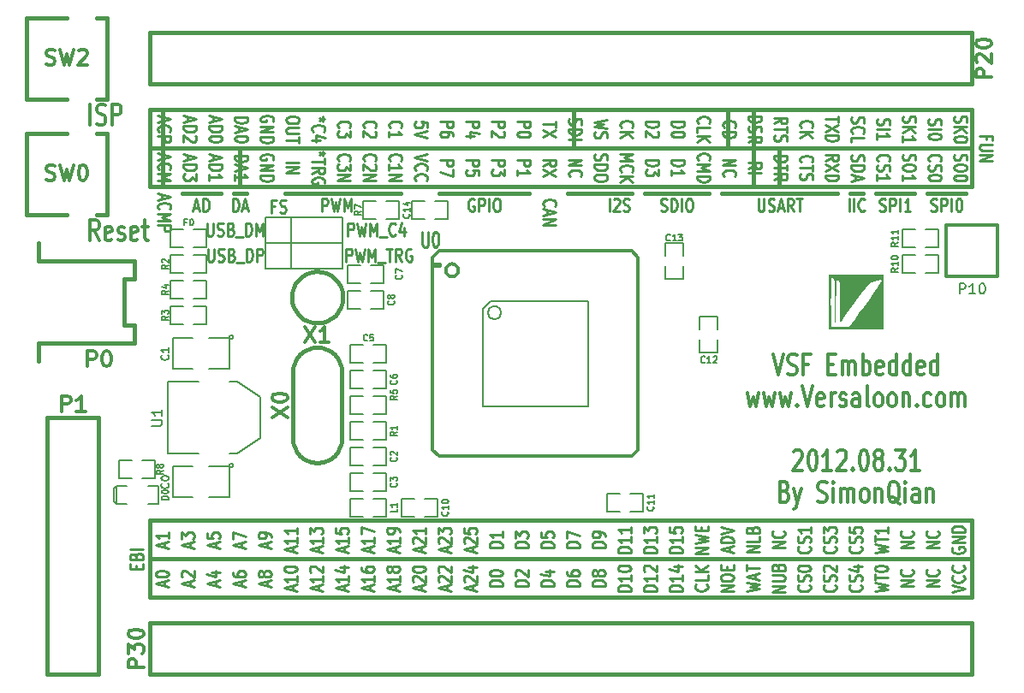
<source format=gto>
G04 (created by PCBNEW-RS274X (2012-01-19 BZR 3256)-stable) date 16/09/2012 01:08:52*
G01*
G70*
G90*
%MOIN*%
G04 Gerber Fmt 3.4, Leading zero omitted, Abs format*
%FSLAX34Y34*%
G04 APERTURE LIST*
%ADD10C,0.006000*%
%ADD11C,0.010000*%
%ADD12C,0.015000*%
%ADD13C,0.012000*%
%ADD14C,0.008000*%
%ADD15C,0.005000*%
%ADD16C,0.000100*%
G04 APERTURE END LIST*
G54D10*
G54D11*
X95702Y-55564D02*
X95202Y-55564D01*
X95702Y-55335D01*
X95202Y-55335D01*
X95655Y-54916D02*
X95679Y-54935D01*
X95702Y-54992D01*
X95702Y-55030D01*
X95679Y-55088D01*
X95631Y-55126D01*
X95583Y-55145D01*
X95488Y-55164D01*
X95417Y-55164D01*
X95321Y-55145D01*
X95274Y-55126D01*
X95226Y-55088D01*
X95202Y-55030D01*
X95202Y-54992D01*
X95226Y-54935D01*
X95250Y-54916D01*
X95702Y-54064D02*
X95202Y-54064D01*
X95702Y-53835D01*
X95202Y-53835D01*
X95655Y-53416D02*
X95679Y-53435D01*
X95702Y-53492D01*
X95702Y-53530D01*
X95679Y-53588D01*
X95631Y-53626D01*
X95583Y-53645D01*
X95488Y-53664D01*
X95417Y-53664D01*
X95321Y-53645D01*
X95274Y-53626D01*
X95226Y-53588D01*
X95202Y-53530D01*
X95202Y-53492D01*
X95226Y-53435D01*
X95250Y-53416D01*
X94702Y-55564D02*
X94202Y-55564D01*
X94702Y-55335D01*
X94202Y-55335D01*
X94655Y-54916D02*
X94679Y-54935D01*
X94702Y-54992D01*
X94702Y-55030D01*
X94679Y-55088D01*
X94631Y-55126D01*
X94583Y-55145D01*
X94488Y-55164D01*
X94417Y-55164D01*
X94321Y-55145D01*
X94274Y-55126D01*
X94226Y-55088D01*
X94202Y-55030D01*
X94202Y-54992D01*
X94226Y-54935D01*
X94250Y-54916D01*
X94702Y-54064D02*
X94202Y-54064D01*
X94702Y-53835D01*
X94202Y-53835D01*
X94655Y-53416D02*
X94679Y-53435D01*
X94702Y-53492D01*
X94702Y-53530D01*
X94679Y-53588D01*
X94631Y-53626D01*
X94583Y-53645D01*
X94488Y-53664D01*
X94417Y-53664D01*
X94321Y-53645D01*
X94274Y-53626D01*
X94226Y-53588D01*
X94202Y-53530D01*
X94202Y-53492D01*
X94226Y-53435D01*
X94250Y-53416D01*
X92655Y-54007D02*
X92679Y-54026D01*
X92702Y-54083D01*
X92702Y-54121D01*
X92679Y-54179D01*
X92631Y-54217D01*
X92583Y-54236D01*
X92488Y-54255D01*
X92417Y-54255D01*
X92321Y-54236D01*
X92274Y-54217D01*
X92226Y-54179D01*
X92202Y-54121D01*
X92202Y-54083D01*
X92226Y-54026D01*
X92250Y-54007D01*
X92679Y-53855D02*
X92702Y-53798D01*
X92702Y-53702D01*
X92679Y-53664D01*
X92655Y-53645D01*
X92607Y-53626D01*
X92560Y-53626D01*
X92512Y-53645D01*
X92488Y-53664D01*
X92464Y-53702D01*
X92440Y-53779D01*
X92417Y-53817D01*
X92393Y-53836D01*
X92345Y-53855D01*
X92298Y-53855D01*
X92250Y-53836D01*
X92226Y-53817D01*
X92202Y-53779D01*
X92202Y-53683D01*
X92226Y-53626D01*
X92202Y-53264D02*
X92202Y-53455D01*
X92440Y-53474D01*
X92417Y-53455D01*
X92393Y-53417D01*
X92393Y-53321D01*
X92417Y-53283D01*
X92440Y-53264D01*
X92488Y-53245D01*
X92607Y-53245D01*
X92655Y-53264D01*
X92679Y-53283D01*
X92702Y-53321D01*
X92702Y-53417D01*
X92679Y-53455D01*
X92655Y-53474D01*
X92655Y-55507D02*
X92679Y-55526D01*
X92702Y-55583D01*
X92702Y-55621D01*
X92679Y-55679D01*
X92631Y-55717D01*
X92583Y-55736D01*
X92488Y-55755D01*
X92417Y-55755D01*
X92321Y-55736D01*
X92274Y-55717D01*
X92226Y-55679D01*
X92202Y-55621D01*
X92202Y-55583D01*
X92226Y-55526D01*
X92250Y-55507D01*
X92679Y-55355D02*
X92702Y-55298D01*
X92702Y-55202D01*
X92679Y-55164D01*
X92655Y-55145D01*
X92607Y-55126D01*
X92560Y-55126D01*
X92512Y-55145D01*
X92488Y-55164D01*
X92464Y-55202D01*
X92440Y-55279D01*
X92417Y-55317D01*
X92393Y-55336D01*
X92345Y-55355D01*
X92298Y-55355D01*
X92250Y-55336D01*
X92226Y-55317D01*
X92202Y-55279D01*
X92202Y-55183D01*
X92226Y-55126D01*
X92369Y-54783D02*
X92702Y-54783D01*
X92179Y-54879D02*
X92536Y-54974D01*
X92536Y-54726D01*
G54D12*
X89500Y-40000D02*
X89500Y-38500D01*
X88500Y-40000D02*
X88500Y-38500D01*
X88500Y-38500D02*
X88500Y-37000D01*
X87500Y-38500D02*
X87500Y-37000D01*
X97000Y-56000D02*
X65000Y-56000D01*
X65000Y-54500D02*
X97000Y-54500D01*
X97000Y-53000D02*
X65000Y-53000D01*
X87250Y-40250D02*
X91750Y-40250D01*
G54D11*
X87298Y-38936D02*
X87798Y-38936D01*
X87298Y-39165D01*
X87798Y-39165D01*
X87345Y-39584D02*
X87321Y-39565D01*
X87298Y-39508D01*
X87298Y-39470D01*
X87321Y-39412D01*
X87369Y-39374D01*
X87417Y-39355D01*
X87512Y-39336D01*
X87583Y-39336D01*
X87679Y-39355D01*
X87726Y-39374D01*
X87774Y-39412D01*
X87798Y-39470D01*
X87798Y-39508D01*
X87774Y-39565D01*
X87750Y-39584D01*
X87345Y-37674D02*
X87321Y-37655D01*
X87298Y-37598D01*
X87298Y-37560D01*
X87321Y-37502D01*
X87369Y-37464D01*
X87417Y-37445D01*
X87512Y-37426D01*
X87583Y-37426D01*
X87679Y-37445D01*
X87726Y-37464D01*
X87774Y-37502D01*
X87798Y-37560D01*
X87798Y-37598D01*
X87774Y-37655D01*
X87750Y-37674D01*
X87298Y-37845D02*
X87798Y-37845D01*
X87798Y-37940D01*
X87774Y-37998D01*
X87726Y-38036D01*
X87679Y-38055D01*
X87583Y-38074D01*
X87512Y-38074D01*
X87417Y-38055D01*
X87369Y-38036D01*
X87321Y-37998D01*
X87298Y-37940D01*
X87298Y-37845D01*
X88298Y-39279D02*
X88536Y-39145D01*
X88298Y-39050D02*
X88798Y-39050D01*
X88798Y-39203D01*
X88774Y-39241D01*
X88750Y-39260D01*
X88702Y-39279D01*
X88631Y-39279D01*
X88583Y-39260D01*
X88560Y-39241D01*
X88536Y-39203D01*
X88536Y-39050D01*
X88298Y-39450D02*
X88798Y-39450D01*
X88298Y-37255D02*
X88798Y-37255D01*
X88798Y-37350D01*
X88774Y-37408D01*
X88726Y-37446D01*
X88679Y-37465D01*
X88583Y-37484D01*
X88512Y-37484D01*
X88417Y-37465D01*
X88369Y-37446D01*
X88321Y-37408D01*
X88298Y-37350D01*
X88298Y-37255D01*
X88321Y-37636D02*
X88298Y-37693D01*
X88298Y-37789D01*
X88321Y-37827D01*
X88345Y-37846D01*
X88393Y-37865D01*
X88440Y-37865D01*
X88488Y-37846D01*
X88512Y-37827D01*
X88536Y-37789D01*
X88560Y-37712D01*
X88583Y-37674D01*
X88607Y-37655D01*
X88655Y-37636D01*
X88702Y-37636D01*
X88750Y-37655D01*
X88774Y-37674D01*
X88798Y-37712D01*
X88798Y-37808D01*
X88774Y-37865D01*
X88298Y-38265D02*
X88536Y-38131D01*
X88298Y-38036D02*
X88798Y-38036D01*
X88798Y-38189D01*
X88774Y-38227D01*
X88750Y-38246D01*
X88702Y-38265D01*
X88631Y-38265D01*
X88583Y-38246D01*
X88560Y-38227D01*
X88536Y-38189D01*
X88536Y-38036D01*
G54D12*
X65000Y-38500D02*
X97000Y-38500D01*
X97000Y-37000D02*
X65000Y-37000D01*
X97000Y-40000D02*
X97000Y-37000D01*
X65000Y-40000D02*
X97000Y-40000D01*
G54D11*
X71688Y-40952D02*
X71688Y-40452D01*
X71841Y-40452D01*
X71879Y-40476D01*
X71898Y-40500D01*
X71917Y-40548D01*
X71917Y-40619D01*
X71898Y-40667D01*
X71879Y-40690D01*
X71841Y-40714D01*
X71688Y-40714D01*
X72050Y-40452D02*
X72145Y-40952D01*
X72222Y-40595D01*
X72298Y-40952D01*
X72393Y-40452D01*
X72545Y-40952D02*
X72545Y-40452D01*
X72679Y-40810D01*
X72812Y-40452D01*
X72812Y-40952D01*
X69867Y-40740D02*
X69733Y-40740D01*
X69733Y-41002D02*
X69733Y-40502D01*
X69924Y-40502D01*
X70057Y-40979D02*
X70114Y-41002D01*
X70210Y-41002D01*
X70248Y-40979D01*
X70267Y-40955D01*
X70286Y-40907D01*
X70286Y-40860D01*
X70267Y-40812D01*
X70248Y-40788D01*
X70210Y-40764D01*
X70133Y-40740D01*
X70095Y-40717D01*
X70076Y-40693D01*
X70057Y-40645D01*
X70057Y-40598D01*
X70076Y-40550D01*
X70095Y-40526D01*
X70133Y-40502D01*
X70229Y-40502D01*
X70286Y-40526D01*
X67243Y-42402D02*
X67243Y-42807D01*
X67262Y-42855D01*
X67281Y-42879D01*
X67319Y-42902D01*
X67396Y-42902D01*
X67434Y-42879D01*
X67453Y-42855D01*
X67472Y-42807D01*
X67472Y-42402D01*
X67643Y-42879D02*
X67700Y-42902D01*
X67796Y-42902D01*
X67834Y-42879D01*
X67853Y-42855D01*
X67872Y-42807D01*
X67872Y-42760D01*
X67853Y-42712D01*
X67834Y-42688D01*
X67796Y-42664D01*
X67719Y-42640D01*
X67681Y-42617D01*
X67662Y-42593D01*
X67643Y-42545D01*
X67643Y-42498D01*
X67662Y-42450D01*
X67681Y-42426D01*
X67719Y-42402D01*
X67815Y-42402D01*
X67872Y-42426D01*
X68177Y-42640D02*
X68234Y-42664D01*
X68253Y-42688D01*
X68272Y-42736D01*
X68272Y-42807D01*
X68253Y-42855D01*
X68234Y-42879D01*
X68196Y-42902D01*
X68043Y-42902D01*
X68043Y-42402D01*
X68177Y-42402D01*
X68215Y-42426D01*
X68234Y-42450D01*
X68253Y-42498D01*
X68253Y-42545D01*
X68234Y-42593D01*
X68215Y-42617D01*
X68177Y-42640D01*
X68043Y-42640D01*
X68348Y-42950D02*
X68653Y-42950D01*
X68748Y-42902D02*
X68748Y-42402D01*
X68843Y-42402D01*
X68901Y-42426D01*
X68939Y-42474D01*
X68958Y-42521D01*
X68977Y-42617D01*
X68977Y-42688D01*
X68958Y-42783D01*
X68939Y-42831D01*
X68901Y-42879D01*
X68843Y-42902D01*
X68748Y-42902D01*
X69148Y-42902D02*
X69148Y-42402D01*
X69301Y-42402D01*
X69339Y-42426D01*
X69358Y-42450D01*
X69377Y-42498D01*
X69377Y-42569D01*
X69358Y-42617D01*
X69339Y-42640D01*
X69301Y-42664D01*
X69148Y-42664D01*
X72633Y-42902D02*
X72633Y-42402D01*
X72786Y-42402D01*
X72824Y-42426D01*
X72843Y-42450D01*
X72862Y-42498D01*
X72862Y-42569D01*
X72843Y-42617D01*
X72824Y-42640D01*
X72786Y-42664D01*
X72633Y-42664D01*
X72995Y-42402D02*
X73090Y-42902D01*
X73167Y-42545D01*
X73243Y-42902D01*
X73338Y-42402D01*
X73490Y-42902D02*
X73490Y-42402D01*
X73624Y-42760D01*
X73757Y-42402D01*
X73757Y-42902D01*
X73852Y-42950D02*
X74157Y-42950D01*
X74195Y-42402D02*
X74424Y-42402D01*
X74309Y-42902D02*
X74309Y-42402D01*
X74786Y-42902D02*
X74652Y-42664D01*
X74557Y-42902D02*
X74557Y-42402D01*
X74710Y-42402D01*
X74748Y-42426D01*
X74767Y-42450D01*
X74786Y-42498D01*
X74786Y-42569D01*
X74767Y-42617D01*
X74748Y-42640D01*
X74710Y-42664D01*
X74557Y-42664D01*
X75167Y-42426D02*
X75129Y-42402D01*
X75072Y-42402D01*
X75014Y-42426D01*
X74976Y-42474D01*
X74957Y-42521D01*
X74938Y-42617D01*
X74938Y-42688D01*
X74957Y-42783D01*
X74976Y-42831D01*
X75014Y-42879D01*
X75072Y-42902D01*
X75110Y-42902D01*
X75167Y-42879D01*
X75186Y-42855D01*
X75186Y-42688D01*
X75110Y-42688D01*
X81298Y-38936D02*
X81798Y-38936D01*
X81298Y-39165D01*
X81798Y-39165D01*
X81345Y-39584D02*
X81321Y-39565D01*
X81298Y-39508D01*
X81298Y-39470D01*
X81321Y-39412D01*
X81369Y-39374D01*
X81417Y-39355D01*
X81512Y-39336D01*
X81583Y-39336D01*
X81679Y-39355D01*
X81726Y-39374D01*
X81774Y-39412D01*
X81798Y-39470D01*
X81798Y-39508D01*
X81774Y-39565D01*
X81750Y-39584D01*
G54D12*
X83750Y-40250D02*
X81250Y-40250D01*
G54D11*
X82321Y-38726D02*
X82298Y-38783D01*
X82298Y-38879D01*
X82321Y-38917D01*
X82345Y-38936D01*
X82393Y-38955D01*
X82440Y-38955D01*
X82488Y-38936D01*
X82512Y-38917D01*
X82536Y-38879D01*
X82560Y-38802D01*
X82583Y-38764D01*
X82607Y-38745D01*
X82655Y-38726D01*
X82702Y-38726D01*
X82750Y-38745D01*
X82774Y-38764D01*
X82798Y-38802D01*
X82798Y-38898D01*
X82774Y-38955D01*
X82298Y-39126D02*
X82798Y-39126D01*
X82798Y-39221D01*
X82774Y-39279D01*
X82726Y-39317D01*
X82679Y-39336D01*
X82583Y-39355D01*
X82512Y-39355D01*
X82417Y-39336D01*
X82369Y-39317D01*
X82321Y-39279D01*
X82298Y-39221D01*
X82298Y-39126D01*
X82798Y-39602D02*
X82798Y-39679D01*
X82774Y-39717D01*
X82726Y-39755D01*
X82631Y-39774D01*
X82464Y-39774D01*
X82369Y-39755D01*
X82321Y-39717D01*
X82298Y-39679D01*
X82298Y-39602D01*
X82321Y-39564D01*
X82369Y-39526D01*
X82464Y-39507D01*
X82631Y-39507D01*
X82726Y-39526D01*
X82774Y-39564D01*
X82798Y-39602D01*
G54D12*
X81500Y-37000D02*
X81500Y-38500D01*
G54D11*
X75798Y-38717D02*
X75298Y-38850D01*
X75798Y-38984D01*
X75345Y-39346D02*
X75321Y-39327D01*
X75298Y-39270D01*
X75298Y-39232D01*
X75321Y-39174D01*
X75369Y-39136D01*
X75417Y-39117D01*
X75512Y-39098D01*
X75583Y-39098D01*
X75679Y-39117D01*
X75726Y-39136D01*
X75774Y-39174D01*
X75798Y-39232D01*
X75798Y-39270D01*
X75774Y-39327D01*
X75750Y-39346D01*
X75345Y-39746D02*
X75321Y-39727D01*
X75298Y-39670D01*
X75298Y-39632D01*
X75321Y-39574D01*
X75369Y-39536D01*
X75417Y-39517D01*
X75512Y-39498D01*
X75583Y-39498D01*
X75679Y-39517D01*
X75726Y-39536D01*
X75774Y-39574D01*
X75798Y-39632D01*
X75798Y-39670D01*
X75774Y-39727D01*
X75750Y-39746D01*
X67214Y-41402D02*
X67214Y-41807D01*
X67233Y-41855D01*
X67252Y-41879D01*
X67290Y-41902D01*
X67367Y-41902D01*
X67405Y-41879D01*
X67424Y-41855D01*
X67443Y-41807D01*
X67443Y-41402D01*
X67614Y-41879D02*
X67671Y-41902D01*
X67767Y-41902D01*
X67805Y-41879D01*
X67824Y-41855D01*
X67843Y-41807D01*
X67843Y-41760D01*
X67824Y-41712D01*
X67805Y-41688D01*
X67767Y-41664D01*
X67690Y-41640D01*
X67652Y-41617D01*
X67633Y-41593D01*
X67614Y-41545D01*
X67614Y-41498D01*
X67633Y-41450D01*
X67652Y-41426D01*
X67690Y-41402D01*
X67786Y-41402D01*
X67843Y-41426D01*
X68148Y-41640D02*
X68205Y-41664D01*
X68224Y-41688D01*
X68243Y-41736D01*
X68243Y-41807D01*
X68224Y-41855D01*
X68205Y-41879D01*
X68167Y-41902D01*
X68014Y-41902D01*
X68014Y-41402D01*
X68148Y-41402D01*
X68186Y-41426D01*
X68205Y-41450D01*
X68224Y-41498D01*
X68224Y-41545D01*
X68205Y-41593D01*
X68186Y-41617D01*
X68148Y-41640D01*
X68014Y-41640D01*
X68319Y-41950D02*
X68624Y-41950D01*
X68719Y-41902D02*
X68719Y-41402D01*
X68814Y-41402D01*
X68872Y-41426D01*
X68910Y-41474D01*
X68929Y-41521D01*
X68948Y-41617D01*
X68948Y-41688D01*
X68929Y-41783D01*
X68910Y-41831D01*
X68872Y-41879D01*
X68814Y-41902D01*
X68719Y-41902D01*
X69119Y-41902D02*
X69119Y-41402D01*
X69253Y-41760D01*
X69386Y-41402D01*
X69386Y-41902D01*
X72695Y-41902D02*
X72695Y-41402D01*
X72848Y-41402D01*
X72886Y-41426D01*
X72905Y-41450D01*
X72924Y-41498D01*
X72924Y-41569D01*
X72905Y-41617D01*
X72886Y-41640D01*
X72848Y-41664D01*
X72695Y-41664D01*
X73057Y-41402D02*
X73152Y-41902D01*
X73229Y-41545D01*
X73305Y-41902D01*
X73400Y-41402D01*
X73552Y-41902D02*
X73552Y-41402D01*
X73686Y-41760D01*
X73819Y-41402D01*
X73819Y-41902D01*
X73914Y-41950D02*
X74219Y-41950D01*
X74543Y-41855D02*
X74524Y-41879D01*
X74467Y-41902D01*
X74429Y-41902D01*
X74371Y-41879D01*
X74333Y-41831D01*
X74314Y-41783D01*
X74295Y-41688D01*
X74295Y-41617D01*
X74314Y-41521D01*
X74333Y-41474D01*
X74371Y-41426D01*
X74429Y-41402D01*
X74467Y-41402D01*
X74524Y-41426D01*
X74543Y-41450D01*
X74886Y-41569D02*
X74886Y-41902D01*
X74790Y-41379D02*
X74695Y-41736D01*
X74943Y-41736D01*
G54D12*
X68500Y-38500D02*
X68500Y-40000D01*
X65500Y-37000D02*
X65500Y-40000D01*
X67750Y-40250D02*
X66250Y-40250D01*
X68750Y-40250D02*
X68250Y-40250D01*
X74750Y-40250D02*
X70250Y-40250D01*
X76250Y-40250D02*
X79750Y-40250D01*
X84250Y-40250D02*
X86750Y-40250D01*
X92250Y-40250D02*
X92750Y-40250D01*
X93250Y-40250D02*
X94750Y-40250D01*
X95250Y-40250D02*
X96750Y-40250D01*
G54D11*
X97560Y-38139D02*
X97560Y-38005D01*
X97298Y-38005D02*
X97798Y-38005D01*
X97798Y-38196D01*
X97798Y-38348D02*
X97393Y-38348D01*
X97345Y-38367D01*
X97321Y-38386D01*
X97298Y-38424D01*
X97298Y-38501D01*
X97321Y-38539D01*
X97345Y-38558D01*
X97393Y-38577D01*
X97798Y-38577D01*
X97298Y-38767D02*
X97798Y-38767D01*
X97298Y-38996D01*
X97798Y-38996D01*
X64440Y-54881D02*
X64440Y-54747D01*
X64702Y-54690D02*
X64702Y-54881D01*
X64202Y-54881D01*
X64202Y-54690D01*
X64440Y-54385D02*
X64464Y-54328D01*
X64488Y-54309D01*
X64536Y-54290D01*
X64607Y-54290D01*
X64655Y-54309D01*
X64679Y-54328D01*
X64702Y-54366D01*
X64702Y-54519D01*
X64202Y-54519D01*
X64202Y-54385D01*
X64226Y-54347D01*
X64250Y-54328D01*
X64298Y-54309D01*
X64345Y-54309D01*
X64393Y-54328D01*
X64417Y-54347D01*
X64440Y-54385D01*
X64440Y-54519D01*
X64702Y-54119D02*
X64202Y-54119D01*
X65440Y-40276D02*
X65440Y-40467D01*
X65298Y-40238D02*
X65798Y-40371D01*
X65298Y-40505D01*
X65345Y-40867D02*
X65321Y-40848D01*
X65298Y-40791D01*
X65298Y-40753D01*
X65321Y-40695D01*
X65369Y-40657D01*
X65417Y-40638D01*
X65512Y-40619D01*
X65583Y-40619D01*
X65679Y-40638D01*
X65726Y-40657D01*
X65774Y-40695D01*
X65798Y-40753D01*
X65798Y-40791D01*
X65774Y-40848D01*
X65750Y-40867D01*
X65298Y-41038D02*
X65798Y-41038D01*
X65440Y-41172D01*
X65798Y-41305D01*
X65298Y-41305D01*
X65298Y-41495D02*
X65798Y-41495D01*
X65798Y-41648D01*
X65774Y-41686D01*
X65750Y-41705D01*
X65702Y-41724D01*
X65631Y-41724D01*
X65583Y-41705D01*
X65560Y-41686D01*
X65536Y-41648D01*
X65536Y-41495D01*
X66705Y-40810D02*
X66896Y-40810D01*
X66667Y-40952D02*
X66800Y-40452D01*
X66934Y-40952D01*
X67067Y-40952D02*
X67067Y-40452D01*
X67162Y-40452D01*
X67220Y-40476D01*
X67258Y-40524D01*
X67277Y-40571D01*
X67296Y-40667D01*
X67296Y-40738D01*
X67277Y-40833D01*
X67258Y-40881D01*
X67220Y-40929D01*
X67162Y-40952D01*
X67067Y-40952D01*
X68224Y-40952D02*
X68224Y-40452D01*
X68319Y-40452D01*
X68377Y-40476D01*
X68415Y-40524D01*
X68434Y-40571D01*
X68453Y-40667D01*
X68453Y-40738D01*
X68434Y-40833D01*
X68415Y-40881D01*
X68377Y-40929D01*
X68319Y-40952D01*
X68224Y-40952D01*
X68605Y-40810D02*
X68796Y-40810D01*
X68567Y-40952D02*
X68700Y-40452D01*
X68834Y-40952D01*
X77601Y-40476D02*
X77563Y-40452D01*
X77506Y-40452D01*
X77448Y-40476D01*
X77410Y-40524D01*
X77391Y-40571D01*
X77372Y-40667D01*
X77372Y-40738D01*
X77391Y-40833D01*
X77410Y-40881D01*
X77448Y-40929D01*
X77506Y-40952D01*
X77544Y-40952D01*
X77601Y-40929D01*
X77620Y-40905D01*
X77620Y-40738D01*
X77544Y-40738D01*
X77791Y-40952D02*
X77791Y-40452D01*
X77944Y-40452D01*
X77982Y-40476D01*
X78001Y-40500D01*
X78020Y-40548D01*
X78020Y-40619D01*
X78001Y-40667D01*
X77982Y-40690D01*
X77944Y-40714D01*
X77791Y-40714D01*
X78191Y-40952D02*
X78191Y-40452D01*
X78457Y-40452D02*
X78534Y-40452D01*
X78572Y-40476D01*
X78610Y-40524D01*
X78629Y-40619D01*
X78629Y-40786D01*
X78610Y-40881D01*
X78572Y-40929D01*
X78534Y-40952D01*
X78457Y-40952D01*
X78419Y-40929D01*
X78381Y-40881D01*
X78362Y-40786D01*
X78362Y-40619D01*
X78381Y-40524D01*
X78419Y-40476D01*
X78457Y-40452D01*
X80345Y-40743D02*
X80321Y-40724D01*
X80298Y-40667D01*
X80298Y-40629D01*
X80321Y-40571D01*
X80369Y-40533D01*
X80417Y-40514D01*
X80512Y-40495D01*
X80583Y-40495D01*
X80679Y-40514D01*
X80726Y-40533D01*
X80774Y-40571D01*
X80798Y-40629D01*
X80798Y-40667D01*
X80774Y-40724D01*
X80750Y-40743D01*
X80440Y-40895D02*
X80440Y-41086D01*
X80298Y-40857D02*
X80798Y-40990D01*
X80298Y-41124D01*
X80298Y-41257D02*
X80798Y-41257D01*
X80298Y-41486D01*
X80798Y-41486D01*
X82869Y-40952D02*
X82869Y-40452D01*
X83040Y-40500D02*
X83059Y-40476D01*
X83097Y-40452D01*
X83193Y-40452D01*
X83231Y-40476D01*
X83250Y-40500D01*
X83269Y-40548D01*
X83269Y-40595D01*
X83250Y-40667D01*
X83021Y-40952D01*
X83269Y-40952D01*
X83421Y-40929D02*
X83478Y-40952D01*
X83574Y-40952D01*
X83612Y-40929D01*
X83631Y-40905D01*
X83650Y-40857D01*
X83650Y-40810D01*
X83631Y-40762D01*
X83612Y-40738D01*
X83574Y-40714D01*
X83497Y-40690D01*
X83459Y-40667D01*
X83440Y-40643D01*
X83421Y-40595D01*
X83421Y-40548D01*
X83440Y-40500D01*
X83459Y-40476D01*
X83497Y-40452D01*
X83593Y-40452D01*
X83650Y-40476D01*
X84881Y-40929D02*
X84938Y-40952D01*
X85034Y-40952D01*
X85072Y-40929D01*
X85091Y-40905D01*
X85110Y-40857D01*
X85110Y-40810D01*
X85091Y-40762D01*
X85072Y-40738D01*
X85034Y-40714D01*
X84957Y-40690D01*
X84919Y-40667D01*
X84900Y-40643D01*
X84881Y-40595D01*
X84881Y-40548D01*
X84900Y-40500D01*
X84919Y-40476D01*
X84957Y-40452D01*
X85053Y-40452D01*
X85110Y-40476D01*
X85281Y-40952D02*
X85281Y-40452D01*
X85376Y-40452D01*
X85434Y-40476D01*
X85472Y-40524D01*
X85491Y-40571D01*
X85510Y-40667D01*
X85510Y-40738D01*
X85491Y-40833D01*
X85472Y-40881D01*
X85434Y-40929D01*
X85376Y-40952D01*
X85281Y-40952D01*
X85681Y-40952D02*
X85681Y-40452D01*
X85947Y-40452D02*
X86024Y-40452D01*
X86062Y-40476D01*
X86100Y-40524D01*
X86119Y-40619D01*
X86119Y-40786D01*
X86100Y-40881D01*
X86062Y-40929D01*
X86024Y-40952D01*
X85947Y-40952D01*
X85909Y-40929D01*
X85871Y-40881D01*
X85852Y-40786D01*
X85852Y-40619D01*
X85871Y-40524D01*
X85909Y-40476D01*
X85947Y-40452D01*
X88671Y-40452D02*
X88671Y-40857D01*
X88690Y-40905D01*
X88709Y-40929D01*
X88747Y-40952D01*
X88824Y-40952D01*
X88862Y-40929D01*
X88881Y-40905D01*
X88900Y-40857D01*
X88900Y-40452D01*
X89071Y-40929D02*
X89128Y-40952D01*
X89224Y-40952D01*
X89262Y-40929D01*
X89281Y-40905D01*
X89300Y-40857D01*
X89300Y-40810D01*
X89281Y-40762D01*
X89262Y-40738D01*
X89224Y-40714D01*
X89147Y-40690D01*
X89109Y-40667D01*
X89090Y-40643D01*
X89071Y-40595D01*
X89071Y-40548D01*
X89090Y-40500D01*
X89109Y-40476D01*
X89147Y-40452D01*
X89243Y-40452D01*
X89300Y-40476D01*
X89452Y-40810D02*
X89643Y-40810D01*
X89414Y-40952D02*
X89547Y-40452D01*
X89681Y-40952D01*
X90043Y-40952D02*
X89909Y-40714D01*
X89814Y-40952D02*
X89814Y-40452D01*
X89967Y-40452D01*
X90005Y-40476D01*
X90024Y-40500D01*
X90043Y-40548D01*
X90043Y-40619D01*
X90024Y-40667D01*
X90005Y-40690D01*
X89967Y-40714D01*
X89814Y-40714D01*
X90157Y-40452D02*
X90386Y-40452D01*
X90271Y-40952D02*
X90271Y-40452D01*
X92205Y-40952D02*
X92205Y-40452D01*
X92395Y-40952D02*
X92395Y-40452D01*
X92814Y-40905D02*
X92795Y-40929D01*
X92738Y-40952D01*
X92700Y-40952D01*
X92642Y-40929D01*
X92604Y-40881D01*
X92585Y-40833D01*
X92566Y-40738D01*
X92566Y-40667D01*
X92585Y-40571D01*
X92604Y-40524D01*
X92642Y-40476D01*
X92700Y-40452D01*
X92738Y-40452D01*
X92795Y-40476D01*
X92814Y-40500D01*
X93400Y-40929D02*
X93457Y-40952D01*
X93553Y-40952D01*
X93591Y-40929D01*
X93610Y-40905D01*
X93629Y-40857D01*
X93629Y-40810D01*
X93610Y-40762D01*
X93591Y-40738D01*
X93553Y-40714D01*
X93476Y-40690D01*
X93438Y-40667D01*
X93419Y-40643D01*
X93400Y-40595D01*
X93400Y-40548D01*
X93419Y-40500D01*
X93438Y-40476D01*
X93476Y-40452D01*
X93572Y-40452D01*
X93629Y-40476D01*
X93800Y-40952D02*
X93800Y-40452D01*
X93953Y-40452D01*
X93991Y-40476D01*
X94010Y-40500D01*
X94029Y-40548D01*
X94029Y-40619D01*
X94010Y-40667D01*
X93991Y-40690D01*
X93953Y-40714D01*
X93800Y-40714D01*
X94200Y-40952D02*
X94200Y-40452D01*
X94600Y-40952D02*
X94371Y-40952D01*
X94485Y-40952D02*
X94485Y-40452D01*
X94447Y-40524D01*
X94409Y-40571D01*
X94371Y-40595D01*
X95400Y-40929D02*
X95457Y-40952D01*
X95553Y-40952D01*
X95591Y-40929D01*
X95610Y-40905D01*
X95629Y-40857D01*
X95629Y-40810D01*
X95610Y-40762D01*
X95591Y-40738D01*
X95553Y-40714D01*
X95476Y-40690D01*
X95438Y-40667D01*
X95419Y-40643D01*
X95400Y-40595D01*
X95400Y-40548D01*
X95419Y-40500D01*
X95438Y-40476D01*
X95476Y-40452D01*
X95572Y-40452D01*
X95629Y-40476D01*
X95800Y-40952D02*
X95800Y-40452D01*
X95953Y-40452D01*
X95991Y-40476D01*
X96010Y-40500D01*
X96029Y-40548D01*
X96029Y-40619D01*
X96010Y-40667D01*
X95991Y-40690D01*
X95953Y-40714D01*
X95800Y-40714D01*
X96200Y-40952D02*
X96200Y-40452D01*
X96466Y-40452D02*
X96505Y-40452D01*
X96543Y-40476D01*
X96562Y-40500D01*
X96581Y-40548D01*
X96600Y-40643D01*
X96600Y-40762D01*
X96581Y-40857D01*
X96562Y-40905D01*
X96543Y-40929D01*
X96505Y-40952D01*
X96466Y-40952D01*
X96428Y-40929D01*
X96409Y-40905D01*
X96390Y-40857D01*
X96371Y-40762D01*
X96371Y-40643D01*
X96390Y-40548D01*
X96409Y-40500D01*
X96428Y-40476D01*
X96466Y-40452D01*
G54D13*
X89258Y-46524D02*
X89458Y-47324D01*
X89658Y-46524D01*
X89829Y-47286D02*
X89915Y-47324D01*
X90058Y-47324D01*
X90115Y-47286D01*
X90144Y-47248D01*
X90172Y-47171D01*
X90172Y-47095D01*
X90144Y-47019D01*
X90115Y-46981D01*
X90058Y-46943D01*
X89944Y-46905D01*
X89886Y-46867D01*
X89858Y-46829D01*
X89829Y-46752D01*
X89829Y-46676D01*
X89858Y-46600D01*
X89886Y-46562D01*
X89944Y-46524D01*
X90086Y-46524D01*
X90172Y-46562D01*
X90629Y-46905D02*
X90429Y-46905D01*
X90429Y-47324D02*
X90429Y-46524D01*
X90715Y-46524D01*
X91400Y-46905D02*
X91600Y-46905D01*
X91686Y-47324D02*
X91400Y-47324D01*
X91400Y-46524D01*
X91686Y-46524D01*
X91943Y-47324D02*
X91943Y-46790D01*
X91943Y-46867D02*
X91971Y-46829D01*
X92029Y-46790D01*
X92114Y-46790D01*
X92171Y-46829D01*
X92200Y-46905D01*
X92200Y-47324D01*
X92200Y-46905D02*
X92229Y-46829D01*
X92286Y-46790D01*
X92371Y-46790D01*
X92429Y-46829D01*
X92457Y-46905D01*
X92457Y-47324D01*
X92743Y-47324D02*
X92743Y-46524D01*
X92743Y-46829D02*
X92800Y-46790D01*
X92914Y-46790D01*
X92971Y-46829D01*
X93000Y-46867D01*
X93029Y-46943D01*
X93029Y-47171D01*
X93000Y-47248D01*
X92971Y-47286D01*
X92914Y-47324D01*
X92800Y-47324D01*
X92743Y-47286D01*
X93514Y-47286D02*
X93457Y-47324D01*
X93343Y-47324D01*
X93286Y-47286D01*
X93257Y-47210D01*
X93257Y-46905D01*
X93286Y-46829D01*
X93343Y-46790D01*
X93457Y-46790D01*
X93514Y-46829D01*
X93543Y-46905D01*
X93543Y-46981D01*
X93257Y-47057D01*
X94057Y-47324D02*
X94057Y-46524D01*
X94057Y-47286D02*
X94000Y-47324D01*
X93886Y-47324D01*
X93828Y-47286D01*
X93800Y-47248D01*
X93771Y-47171D01*
X93771Y-46943D01*
X93800Y-46867D01*
X93828Y-46829D01*
X93886Y-46790D01*
X94000Y-46790D01*
X94057Y-46829D01*
X94600Y-47324D02*
X94600Y-46524D01*
X94600Y-47286D02*
X94543Y-47324D01*
X94429Y-47324D01*
X94371Y-47286D01*
X94343Y-47248D01*
X94314Y-47171D01*
X94314Y-46943D01*
X94343Y-46867D01*
X94371Y-46829D01*
X94429Y-46790D01*
X94543Y-46790D01*
X94600Y-46829D01*
X95114Y-47286D02*
X95057Y-47324D01*
X94943Y-47324D01*
X94886Y-47286D01*
X94857Y-47210D01*
X94857Y-46905D01*
X94886Y-46829D01*
X94943Y-46790D01*
X95057Y-46790D01*
X95114Y-46829D01*
X95143Y-46905D01*
X95143Y-46981D01*
X94857Y-47057D01*
X95657Y-47324D02*
X95657Y-46524D01*
X95657Y-47286D02*
X95600Y-47324D01*
X95486Y-47324D01*
X95428Y-47286D01*
X95400Y-47248D01*
X95371Y-47171D01*
X95371Y-46943D01*
X95400Y-46867D01*
X95428Y-46829D01*
X95486Y-46790D01*
X95600Y-46790D01*
X95657Y-46829D01*
X88243Y-48030D02*
X88357Y-48564D01*
X88471Y-48183D01*
X88586Y-48564D01*
X88700Y-48030D01*
X88872Y-48030D02*
X88986Y-48564D01*
X89100Y-48183D01*
X89215Y-48564D01*
X89329Y-48030D01*
X89501Y-48030D02*
X89615Y-48564D01*
X89729Y-48183D01*
X89844Y-48564D01*
X89958Y-48030D01*
X90187Y-48488D02*
X90215Y-48526D01*
X90187Y-48564D01*
X90158Y-48526D01*
X90187Y-48488D01*
X90187Y-48564D01*
X90387Y-47764D02*
X90587Y-48564D01*
X90787Y-47764D01*
X91215Y-48526D02*
X91158Y-48564D01*
X91044Y-48564D01*
X90987Y-48526D01*
X90958Y-48450D01*
X90958Y-48145D01*
X90987Y-48069D01*
X91044Y-48030D01*
X91158Y-48030D01*
X91215Y-48069D01*
X91244Y-48145D01*
X91244Y-48221D01*
X90958Y-48297D01*
X91501Y-48564D02*
X91501Y-48030D01*
X91501Y-48183D02*
X91529Y-48107D01*
X91558Y-48069D01*
X91615Y-48030D01*
X91672Y-48030D01*
X91843Y-48526D02*
X91900Y-48564D01*
X92015Y-48564D01*
X92072Y-48526D01*
X92100Y-48450D01*
X92100Y-48411D01*
X92072Y-48335D01*
X92015Y-48297D01*
X91929Y-48297D01*
X91872Y-48259D01*
X91843Y-48183D01*
X91843Y-48145D01*
X91872Y-48069D01*
X91929Y-48030D01*
X92015Y-48030D01*
X92072Y-48069D01*
X92615Y-48564D02*
X92615Y-48145D01*
X92586Y-48069D01*
X92529Y-48030D01*
X92415Y-48030D01*
X92358Y-48069D01*
X92615Y-48526D02*
X92558Y-48564D01*
X92415Y-48564D01*
X92358Y-48526D01*
X92329Y-48450D01*
X92329Y-48373D01*
X92358Y-48297D01*
X92415Y-48259D01*
X92558Y-48259D01*
X92615Y-48221D01*
X92987Y-48564D02*
X92929Y-48526D01*
X92901Y-48450D01*
X92901Y-47764D01*
X93301Y-48564D02*
X93243Y-48526D01*
X93215Y-48488D01*
X93186Y-48411D01*
X93186Y-48183D01*
X93215Y-48107D01*
X93243Y-48069D01*
X93301Y-48030D01*
X93386Y-48030D01*
X93443Y-48069D01*
X93472Y-48107D01*
X93501Y-48183D01*
X93501Y-48411D01*
X93472Y-48488D01*
X93443Y-48526D01*
X93386Y-48564D01*
X93301Y-48564D01*
X93844Y-48564D02*
X93786Y-48526D01*
X93758Y-48488D01*
X93729Y-48411D01*
X93729Y-48183D01*
X93758Y-48107D01*
X93786Y-48069D01*
X93844Y-48030D01*
X93929Y-48030D01*
X93986Y-48069D01*
X94015Y-48107D01*
X94044Y-48183D01*
X94044Y-48411D01*
X94015Y-48488D01*
X93986Y-48526D01*
X93929Y-48564D01*
X93844Y-48564D01*
X94301Y-48030D02*
X94301Y-48564D01*
X94301Y-48107D02*
X94329Y-48069D01*
X94387Y-48030D01*
X94472Y-48030D01*
X94529Y-48069D01*
X94558Y-48145D01*
X94558Y-48564D01*
X94844Y-48488D02*
X94872Y-48526D01*
X94844Y-48564D01*
X94815Y-48526D01*
X94844Y-48488D01*
X94844Y-48564D01*
X95387Y-48526D02*
X95330Y-48564D01*
X95216Y-48564D01*
X95158Y-48526D01*
X95130Y-48488D01*
X95101Y-48411D01*
X95101Y-48183D01*
X95130Y-48107D01*
X95158Y-48069D01*
X95216Y-48030D01*
X95330Y-48030D01*
X95387Y-48069D01*
X95730Y-48564D02*
X95672Y-48526D01*
X95644Y-48488D01*
X95615Y-48411D01*
X95615Y-48183D01*
X95644Y-48107D01*
X95672Y-48069D01*
X95730Y-48030D01*
X95815Y-48030D01*
X95872Y-48069D01*
X95901Y-48107D01*
X95930Y-48183D01*
X95930Y-48411D01*
X95901Y-48488D01*
X95872Y-48526D01*
X95815Y-48564D01*
X95730Y-48564D01*
X96187Y-48564D02*
X96187Y-48030D01*
X96187Y-48107D02*
X96215Y-48069D01*
X96273Y-48030D01*
X96358Y-48030D01*
X96415Y-48069D01*
X96444Y-48145D01*
X96444Y-48564D01*
X96444Y-48145D02*
X96473Y-48069D01*
X96530Y-48030D01*
X96615Y-48030D01*
X96673Y-48069D01*
X96701Y-48145D01*
X96701Y-48564D01*
X90044Y-50320D02*
X90073Y-50282D01*
X90130Y-50244D01*
X90273Y-50244D01*
X90330Y-50282D01*
X90359Y-50320D01*
X90387Y-50396D01*
X90387Y-50472D01*
X90359Y-50587D01*
X90016Y-51044D01*
X90387Y-51044D01*
X90758Y-50244D02*
X90815Y-50244D01*
X90872Y-50282D01*
X90901Y-50320D01*
X90930Y-50396D01*
X90958Y-50549D01*
X90958Y-50739D01*
X90930Y-50891D01*
X90901Y-50968D01*
X90872Y-51006D01*
X90815Y-51044D01*
X90758Y-51044D01*
X90701Y-51006D01*
X90672Y-50968D01*
X90644Y-50891D01*
X90615Y-50739D01*
X90615Y-50549D01*
X90644Y-50396D01*
X90672Y-50320D01*
X90701Y-50282D01*
X90758Y-50244D01*
X91529Y-51044D02*
X91186Y-51044D01*
X91358Y-51044D02*
X91358Y-50244D01*
X91301Y-50358D01*
X91243Y-50434D01*
X91186Y-50472D01*
X91757Y-50320D02*
X91786Y-50282D01*
X91843Y-50244D01*
X91986Y-50244D01*
X92043Y-50282D01*
X92072Y-50320D01*
X92100Y-50396D01*
X92100Y-50472D01*
X92072Y-50587D01*
X91729Y-51044D01*
X92100Y-51044D01*
X92357Y-50968D02*
X92385Y-51006D01*
X92357Y-51044D01*
X92328Y-51006D01*
X92357Y-50968D01*
X92357Y-51044D01*
X92757Y-50244D02*
X92814Y-50244D01*
X92871Y-50282D01*
X92900Y-50320D01*
X92929Y-50396D01*
X92957Y-50549D01*
X92957Y-50739D01*
X92929Y-50891D01*
X92900Y-50968D01*
X92871Y-51006D01*
X92814Y-51044D01*
X92757Y-51044D01*
X92700Y-51006D01*
X92671Y-50968D01*
X92643Y-50891D01*
X92614Y-50739D01*
X92614Y-50549D01*
X92643Y-50396D01*
X92671Y-50320D01*
X92700Y-50282D01*
X92757Y-50244D01*
X93300Y-50587D02*
X93242Y-50549D01*
X93214Y-50510D01*
X93185Y-50434D01*
X93185Y-50396D01*
X93214Y-50320D01*
X93242Y-50282D01*
X93300Y-50244D01*
X93414Y-50244D01*
X93471Y-50282D01*
X93500Y-50320D01*
X93528Y-50396D01*
X93528Y-50434D01*
X93500Y-50510D01*
X93471Y-50549D01*
X93414Y-50587D01*
X93300Y-50587D01*
X93242Y-50625D01*
X93214Y-50663D01*
X93185Y-50739D01*
X93185Y-50891D01*
X93214Y-50968D01*
X93242Y-51006D01*
X93300Y-51044D01*
X93414Y-51044D01*
X93471Y-51006D01*
X93500Y-50968D01*
X93528Y-50891D01*
X93528Y-50739D01*
X93500Y-50663D01*
X93471Y-50625D01*
X93414Y-50587D01*
X93785Y-50968D02*
X93813Y-51006D01*
X93785Y-51044D01*
X93756Y-51006D01*
X93785Y-50968D01*
X93785Y-51044D01*
X94014Y-50244D02*
X94385Y-50244D01*
X94185Y-50549D01*
X94271Y-50549D01*
X94328Y-50587D01*
X94357Y-50625D01*
X94385Y-50701D01*
X94385Y-50891D01*
X94357Y-50968D01*
X94328Y-51006D01*
X94271Y-51044D01*
X94099Y-51044D01*
X94042Y-51006D01*
X94014Y-50968D01*
X94956Y-51044D02*
X94613Y-51044D01*
X94785Y-51044D02*
X94785Y-50244D01*
X94728Y-50358D01*
X94670Y-50434D01*
X94613Y-50472D01*
X89714Y-51865D02*
X89800Y-51903D01*
X89828Y-51941D01*
X89857Y-52017D01*
X89857Y-52131D01*
X89828Y-52208D01*
X89800Y-52246D01*
X89742Y-52284D01*
X89514Y-52284D01*
X89514Y-51484D01*
X89714Y-51484D01*
X89771Y-51522D01*
X89800Y-51560D01*
X89828Y-51636D01*
X89828Y-51712D01*
X89800Y-51789D01*
X89771Y-51827D01*
X89714Y-51865D01*
X89514Y-51865D01*
X90057Y-51750D02*
X90200Y-52284D01*
X90342Y-51750D02*
X90200Y-52284D01*
X90142Y-52474D01*
X90114Y-52512D01*
X90057Y-52550D01*
X90999Y-52246D02*
X91085Y-52284D01*
X91228Y-52284D01*
X91285Y-52246D01*
X91314Y-52208D01*
X91342Y-52131D01*
X91342Y-52055D01*
X91314Y-51979D01*
X91285Y-51941D01*
X91228Y-51903D01*
X91114Y-51865D01*
X91056Y-51827D01*
X91028Y-51789D01*
X90999Y-51712D01*
X90999Y-51636D01*
X91028Y-51560D01*
X91056Y-51522D01*
X91114Y-51484D01*
X91256Y-51484D01*
X91342Y-51522D01*
X91599Y-52284D02*
X91599Y-51750D01*
X91599Y-51484D02*
X91570Y-51522D01*
X91599Y-51560D01*
X91627Y-51522D01*
X91599Y-51484D01*
X91599Y-51560D01*
X91885Y-52284D02*
X91885Y-51750D01*
X91885Y-51827D02*
X91913Y-51789D01*
X91971Y-51750D01*
X92056Y-51750D01*
X92113Y-51789D01*
X92142Y-51865D01*
X92142Y-52284D01*
X92142Y-51865D02*
X92171Y-51789D01*
X92228Y-51750D01*
X92313Y-51750D01*
X92371Y-51789D01*
X92399Y-51865D01*
X92399Y-52284D01*
X92771Y-52284D02*
X92713Y-52246D01*
X92685Y-52208D01*
X92656Y-52131D01*
X92656Y-51903D01*
X92685Y-51827D01*
X92713Y-51789D01*
X92771Y-51750D01*
X92856Y-51750D01*
X92913Y-51789D01*
X92942Y-51827D01*
X92971Y-51903D01*
X92971Y-52131D01*
X92942Y-52208D01*
X92913Y-52246D01*
X92856Y-52284D01*
X92771Y-52284D01*
X93228Y-51750D02*
X93228Y-52284D01*
X93228Y-51827D02*
X93256Y-51789D01*
X93314Y-51750D01*
X93399Y-51750D01*
X93456Y-51789D01*
X93485Y-51865D01*
X93485Y-52284D01*
X94171Y-52360D02*
X94114Y-52322D01*
X94057Y-52246D01*
X93971Y-52131D01*
X93914Y-52093D01*
X93857Y-52093D01*
X93885Y-52284D02*
X93828Y-52246D01*
X93771Y-52170D01*
X93742Y-52017D01*
X93742Y-51750D01*
X93771Y-51598D01*
X93828Y-51522D01*
X93885Y-51484D01*
X93999Y-51484D01*
X94057Y-51522D01*
X94114Y-51598D01*
X94142Y-51750D01*
X94142Y-52017D01*
X94114Y-52170D01*
X94057Y-52246D01*
X93999Y-52284D01*
X93885Y-52284D01*
X94400Y-52284D02*
X94400Y-51750D01*
X94400Y-51484D02*
X94371Y-51522D01*
X94400Y-51560D01*
X94428Y-51522D01*
X94400Y-51484D01*
X94400Y-51560D01*
X94943Y-52284D02*
X94943Y-51865D01*
X94914Y-51789D01*
X94857Y-51750D01*
X94743Y-51750D01*
X94686Y-51789D01*
X94943Y-52246D02*
X94886Y-52284D01*
X94743Y-52284D01*
X94686Y-52246D01*
X94657Y-52170D01*
X94657Y-52093D01*
X94686Y-52017D01*
X94743Y-51979D01*
X94886Y-51979D01*
X94943Y-51941D01*
X95229Y-51750D02*
X95229Y-52284D01*
X95229Y-51827D02*
X95257Y-51789D01*
X95315Y-51750D01*
X95400Y-51750D01*
X95457Y-51789D01*
X95486Y-51865D01*
X95486Y-52284D01*
G54D11*
X96226Y-54054D02*
X96202Y-54092D01*
X96202Y-54149D01*
X96226Y-54207D01*
X96274Y-54245D01*
X96321Y-54264D01*
X96417Y-54283D01*
X96488Y-54283D01*
X96583Y-54264D01*
X96631Y-54245D01*
X96679Y-54207D01*
X96702Y-54149D01*
X96702Y-54111D01*
X96679Y-54054D01*
X96655Y-54035D01*
X96488Y-54035D01*
X96488Y-54111D01*
X96702Y-53864D02*
X96202Y-53864D01*
X96702Y-53635D01*
X96202Y-53635D01*
X96702Y-53445D02*
X96202Y-53445D01*
X96202Y-53350D01*
X96226Y-53292D01*
X96274Y-53254D01*
X96321Y-53235D01*
X96417Y-53216D01*
X96488Y-53216D01*
X96583Y-53235D01*
X96631Y-53254D01*
X96679Y-53292D01*
X96702Y-53350D01*
X96702Y-53445D01*
X96202Y-55783D02*
X96702Y-55650D01*
X96202Y-55516D01*
X96655Y-55154D02*
X96679Y-55173D01*
X96702Y-55230D01*
X96702Y-55268D01*
X96679Y-55326D01*
X96631Y-55364D01*
X96583Y-55383D01*
X96488Y-55402D01*
X96417Y-55402D01*
X96321Y-55383D01*
X96274Y-55364D01*
X96226Y-55326D01*
X96202Y-55268D01*
X96202Y-55230D01*
X96226Y-55173D01*
X96250Y-55154D01*
X96655Y-54754D02*
X96679Y-54773D01*
X96702Y-54830D01*
X96702Y-54868D01*
X96679Y-54926D01*
X96631Y-54964D01*
X96583Y-54983D01*
X96488Y-55002D01*
X96417Y-55002D01*
X96321Y-54983D01*
X96274Y-54964D01*
X96226Y-54926D01*
X96202Y-54868D01*
X96202Y-54830D01*
X96226Y-54773D01*
X96250Y-54754D01*
X93202Y-54264D02*
X93702Y-54169D01*
X93345Y-54092D01*
X93702Y-54016D01*
X93202Y-53921D01*
X93202Y-53826D02*
X93202Y-53597D01*
X93702Y-53712D02*
X93202Y-53712D01*
X93702Y-53254D02*
X93702Y-53483D01*
X93702Y-53369D02*
X93202Y-53369D01*
X93274Y-53407D01*
X93321Y-53445D01*
X93345Y-53483D01*
X93202Y-55764D02*
X93702Y-55669D01*
X93345Y-55592D01*
X93702Y-55516D01*
X93202Y-55421D01*
X93202Y-55326D02*
X93202Y-55097D01*
X93702Y-55212D02*
X93202Y-55212D01*
X93202Y-54888D02*
X93202Y-54849D01*
X93226Y-54811D01*
X93250Y-54792D01*
X93298Y-54773D01*
X93393Y-54754D01*
X93512Y-54754D01*
X93607Y-54773D01*
X93655Y-54792D01*
X93679Y-54811D01*
X93702Y-54849D01*
X93702Y-54888D01*
X93679Y-54926D01*
X93655Y-54945D01*
X93607Y-54964D01*
X93512Y-54983D01*
X93393Y-54983D01*
X93298Y-54964D01*
X93250Y-54945D01*
X93226Y-54926D01*
X93202Y-54888D01*
X89702Y-54064D02*
X89202Y-54064D01*
X89702Y-53835D01*
X89202Y-53835D01*
X89655Y-53416D02*
X89679Y-53435D01*
X89702Y-53492D01*
X89702Y-53530D01*
X89679Y-53588D01*
X89631Y-53626D01*
X89583Y-53645D01*
X89488Y-53664D01*
X89417Y-53664D01*
X89321Y-53645D01*
X89274Y-53626D01*
X89226Y-53588D01*
X89202Y-53530D01*
X89202Y-53492D01*
X89226Y-53435D01*
X89250Y-53416D01*
X91655Y-55507D02*
X91679Y-55526D01*
X91702Y-55583D01*
X91702Y-55621D01*
X91679Y-55679D01*
X91631Y-55717D01*
X91583Y-55736D01*
X91488Y-55755D01*
X91417Y-55755D01*
X91321Y-55736D01*
X91274Y-55717D01*
X91226Y-55679D01*
X91202Y-55621D01*
X91202Y-55583D01*
X91226Y-55526D01*
X91250Y-55507D01*
X91679Y-55355D02*
X91702Y-55298D01*
X91702Y-55202D01*
X91679Y-55164D01*
X91655Y-55145D01*
X91607Y-55126D01*
X91560Y-55126D01*
X91512Y-55145D01*
X91488Y-55164D01*
X91464Y-55202D01*
X91440Y-55279D01*
X91417Y-55317D01*
X91393Y-55336D01*
X91345Y-55355D01*
X91298Y-55355D01*
X91250Y-55336D01*
X91226Y-55317D01*
X91202Y-55279D01*
X91202Y-55183D01*
X91226Y-55126D01*
X91250Y-54974D02*
X91226Y-54955D01*
X91202Y-54917D01*
X91202Y-54821D01*
X91226Y-54783D01*
X91250Y-54764D01*
X91298Y-54745D01*
X91345Y-54745D01*
X91417Y-54764D01*
X91702Y-54993D01*
X91702Y-54745D01*
X90655Y-54007D02*
X90679Y-54026D01*
X90702Y-54083D01*
X90702Y-54121D01*
X90679Y-54179D01*
X90631Y-54217D01*
X90583Y-54236D01*
X90488Y-54255D01*
X90417Y-54255D01*
X90321Y-54236D01*
X90274Y-54217D01*
X90226Y-54179D01*
X90202Y-54121D01*
X90202Y-54083D01*
X90226Y-54026D01*
X90250Y-54007D01*
X90679Y-53855D02*
X90702Y-53798D01*
X90702Y-53702D01*
X90679Y-53664D01*
X90655Y-53645D01*
X90607Y-53626D01*
X90560Y-53626D01*
X90512Y-53645D01*
X90488Y-53664D01*
X90464Y-53702D01*
X90440Y-53779D01*
X90417Y-53817D01*
X90393Y-53836D01*
X90345Y-53855D01*
X90298Y-53855D01*
X90250Y-53836D01*
X90226Y-53817D01*
X90202Y-53779D01*
X90202Y-53683D01*
X90226Y-53626D01*
X90702Y-53245D02*
X90702Y-53474D01*
X90702Y-53360D02*
X90202Y-53360D01*
X90274Y-53398D01*
X90321Y-53436D01*
X90345Y-53474D01*
X90655Y-55507D02*
X90679Y-55526D01*
X90702Y-55583D01*
X90702Y-55621D01*
X90679Y-55679D01*
X90631Y-55717D01*
X90583Y-55736D01*
X90488Y-55755D01*
X90417Y-55755D01*
X90321Y-55736D01*
X90274Y-55717D01*
X90226Y-55679D01*
X90202Y-55621D01*
X90202Y-55583D01*
X90226Y-55526D01*
X90250Y-55507D01*
X90679Y-55355D02*
X90702Y-55298D01*
X90702Y-55202D01*
X90679Y-55164D01*
X90655Y-55145D01*
X90607Y-55126D01*
X90560Y-55126D01*
X90512Y-55145D01*
X90488Y-55164D01*
X90464Y-55202D01*
X90440Y-55279D01*
X90417Y-55317D01*
X90393Y-55336D01*
X90345Y-55355D01*
X90298Y-55355D01*
X90250Y-55336D01*
X90226Y-55317D01*
X90202Y-55279D01*
X90202Y-55183D01*
X90226Y-55126D01*
X90202Y-54879D02*
X90202Y-54840D01*
X90226Y-54802D01*
X90250Y-54783D01*
X90298Y-54764D01*
X90393Y-54745D01*
X90512Y-54745D01*
X90607Y-54764D01*
X90655Y-54783D01*
X90679Y-54802D01*
X90702Y-54840D01*
X90702Y-54879D01*
X90679Y-54917D01*
X90655Y-54936D01*
X90607Y-54955D01*
X90512Y-54974D01*
X90393Y-54974D01*
X90298Y-54955D01*
X90250Y-54936D01*
X90226Y-54917D01*
X90202Y-54879D01*
X91655Y-54007D02*
X91679Y-54026D01*
X91702Y-54083D01*
X91702Y-54121D01*
X91679Y-54179D01*
X91631Y-54217D01*
X91583Y-54236D01*
X91488Y-54255D01*
X91417Y-54255D01*
X91321Y-54236D01*
X91274Y-54217D01*
X91226Y-54179D01*
X91202Y-54121D01*
X91202Y-54083D01*
X91226Y-54026D01*
X91250Y-54007D01*
X91679Y-53855D02*
X91702Y-53798D01*
X91702Y-53702D01*
X91679Y-53664D01*
X91655Y-53645D01*
X91607Y-53626D01*
X91560Y-53626D01*
X91512Y-53645D01*
X91488Y-53664D01*
X91464Y-53702D01*
X91440Y-53779D01*
X91417Y-53817D01*
X91393Y-53836D01*
X91345Y-53855D01*
X91298Y-53855D01*
X91250Y-53836D01*
X91226Y-53817D01*
X91202Y-53779D01*
X91202Y-53683D01*
X91226Y-53626D01*
X91202Y-53493D02*
X91202Y-53245D01*
X91393Y-53379D01*
X91393Y-53321D01*
X91417Y-53283D01*
X91440Y-53264D01*
X91488Y-53245D01*
X91607Y-53245D01*
X91655Y-53264D01*
X91679Y-53283D01*
X91702Y-53321D01*
X91702Y-53436D01*
X91679Y-53474D01*
X91655Y-53493D01*
X89702Y-55774D02*
X89202Y-55774D01*
X89702Y-55545D01*
X89202Y-55545D01*
X89202Y-55355D02*
X89607Y-55355D01*
X89655Y-55336D01*
X89679Y-55317D01*
X89702Y-55279D01*
X89702Y-55202D01*
X89679Y-55164D01*
X89655Y-55145D01*
X89607Y-55126D01*
X89202Y-55126D01*
X89440Y-54802D02*
X89464Y-54745D01*
X89488Y-54726D01*
X89536Y-54707D01*
X89607Y-54707D01*
X89655Y-54726D01*
X89679Y-54745D01*
X89702Y-54783D01*
X89702Y-54936D01*
X89202Y-54936D01*
X89202Y-54802D01*
X89226Y-54764D01*
X89250Y-54745D01*
X89298Y-54726D01*
X89345Y-54726D01*
X89393Y-54745D01*
X89417Y-54764D01*
X89440Y-54802D01*
X89440Y-54936D01*
X88702Y-54226D02*
X88202Y-54226D01*
X88702Y-53997D01*
X88202Y-53997D01*
X88702Y-53616D02*
X88702Y-53807D01*
X88202Y-53807D01*
X88440Y-53349D02*
X88464Y-53292D01*
X88488Y-53273D01*
X88536Y-53254D01*
X88607Y-53254D01*
X88655Y-53273D01*
X88679Y-53292D01*
X88702Y-53330D01*
X88702Y-53483D01*
X88202Y-53483D01*
X88202Y-53349D01*
X88226Y-53311D01*
X88250Y-53292D01*
X88298Y-53273D01*
X88345Y-53273D01*
X88393Y-53292D01*
X88417Y-53311D01*
X88440Y-53349D01*
X88440Y-53483D01*
X88202Y-55745D02*
X88702Y-55650D01*
X88345Y-55573D01*
X88702Y-55497D01*
X88202Y-55402D01*
X88560Y-55269D02*
X88560Y-55078D01*
X88702Y-55307D02*
X88202Y-55174D01*
X88702Y-55040D01*
X88202Y-54964D02*
X88202Y-54735D01*
X88702Y-54850D02*
X88202Y-54850D01*
X87560Y-54217D02*
X87560Y-54026D01*
X87702Y-54255D02*
X87202Y-54122D01*
X87702Y-53988D01*
X87702Y-53855D02*
X87202Y-53855D01*
X87202Y-53760D01*
X87226Y-53702D01*
X87274Y-53664D01*
X87321Y-53645D01*
X87417Y-53626D01*
X87488Y-53626D01*
X87583Y-53645D01*
X87631Y-53664D01*
X87679Y-53702D01*
X87702Y-53760D01*
X87702Y-53855D01*
X87202Y-53512D02*
X87702Y-53379D01*
X87202Y-53245D01*
X87702Y-55755D02*
X87202Y-55755D01*
X87702Y-55526D01*
X87202Y-55526D01*
X87202Y-55260D02*
X87202Y-55183D01*
X87226Y-55145D01*
X87274Y-55107D01*
X87369Y-55088D01*
X87536Y-55088D01*
X87631Y-55107D01*
X87679Y-55145D01*
X87702Y-55183D01*
X87702Y-55260D01*
X87679Y-55298D01*
X87631Y-55336D01*
X87536Y-55355D01*
X87369Y-55355D01*
X87274Y-55336D01*
X87226Y-55298D01*
X87202Y-55260D01*
X87440Y-54917D02*
X87440Y-54783D01*
X87702Y-54726D02*
X87702Y-54917D01*
X87202Y-54917D01*
X87202Y-54726D01*
X86702Y-54274D02*
X86202Y-54274D01*
X86702Y-54045D01*
X86202Y-54045D01*
X86202Y-53893D02*
X86702Y-53798D01*
X86345Y-53721D01*
X86702Y-53645D01*
X86202Y-53550D01*
X86440Y-53398D02*
X86440Y-53264D01*
X86702Y-53207D02*
X86702Y-53398D01*
X86202Y-53398D01*
X86202Y-53207D01*
X86655Y-55488D02*
X86679Y-55507D01*
X86702Y-55564D01*
X86702Y-55602D01*
X86679Y-55660D01*
X86631Y-55698D01*
X86583Y-55717D01*
X86488Y-55736D01*
X86417Y-55736D01*
X86321Y-55717D01*
X86274Y-55698D01*
X86226Y-55660D01*
X86202Y-55602D01*
X86202Y-55564D01*
X86226Y-55507D01*
X86250Y-55488D01*
X86702Y-55126D02*
X86702Y-55317D01*
X86202Y-55317D01*
X86702Y-54993D02*
X86202Y-54993D01*
X86702Y-54764D02*
X86417Y-54936D01*
X86202Y-54764D02*
X86488Y-54993D01*
X85702Y-54236D02*
X85202Y-54236D01*
X85202Y-54141D01*
X85226Y-54083D01*
X85274Y-54045D01*
X85321Y-54026D01*
X85417Y-54007D01*
X85488Y-54007D01*
X85583Y-54026D01*
X85631Y-54045D01*
X85679Y-54083D01*
X85702Y-54141D01*
X85702Y-54236D01*
X85702Y-53626D02*
X85702Y-53855D01*
X85702Y-53741D02*
X85202Y-53741D01*
X85274Y-53779D01*
X85321Y-53817D01*
X85345Y-53855D01*
X85202Y-53264D02*
X85202Y-53455D01*
X85440Y-53474D01*
X85417Y-53455D01*
X85393Y-53417D01*
X85393Y-53321D01*
X85417Y-53283D01*
X85440Y-53264D01*
X85488Y-53245D01*
X85607Y-53245D01*
X85655Y-53264D01*
X85679Y-53283D01*
X85702Y-53321D01*
X85702Y-53417D01*
X85679Y-53455D01*
X85655Y-53474D01*
X85702Y-55736D02*
X85202Y-55736D01*
X85202Y-55641D01*
X85226Y-55583D01*
X85274Y-55545D01*
X85321Y-55526D01*
X85417Y-55507D01*
X85488Y-55507D01*
X85583Y-55526D01*
X85631Y-55545D01*
X85679Y-55583D01*
X85702Y-55641D01*
X85702Y-55736D01*
X85702Y-55126D02*
X85702Y-55355D01*
X85702Y-55241D02*
X85202Y-55241D01*
X85274Y-55279D01*
X85321Y-55317D01*
X85345Y-55355D01*
X85369Y-54783D02*
X85702Y-54783D01*
X85179Y-54879D02*
X85536Y-54974D01*
X85536Y-54726D01*
X84702Y-54236D02*
X84202Y-54236D01*
X84202Y-54141D01*
X84226Y-54083D01*
X84274Y-54045D01*
X84321Y-54026D01*
X84417Y-54007D01*
X84488Y-54007D01*
X84583Y-54026D01*
X84631Y-54045D01*
X84679Y-54083D01*
X84702Y-54141D01*
X84702Y-54236D01*
X84702Y-53626D02*
X84702Y-53855D01*
X84702Y-53741D02*
X84202Y-53741D01*
X84274Y-53779D01*
X84321Y-53817D01*
X84345Y-53855D01*
X84202Y-53493D02*
X84202Y-53245D01*
X84393Y-53379D01*
X84393Y-53321D01*
X84417Y-53283D01*
X84440Y-53264D01*
X84488Y-53245D01*
X84607Y-53245D01*
X84655Y-53264D01*
X84679Y-53283D01*
X84702Y-53321D01*
X84702Y-53436D01*
X84679Y-53474D01*
X84655Y-53493D01*
X84702Y-55736D02*
X84202Y-55736D01*
X84202Y-55641D01*
X84226Y-55583D01*
X84274Y-55545D01*
X84321Y-55526D01*
X84417Y-55507D01*
X84488Y-55507D01*
X84583Y-55526D01*
X84631Y-55545D01*
X84679Y-55583D01*
X84702Y-55641D01*
X84702Y-55736D01*
X84702Y-55126D02*
X84702Y-55355D01*
X84702Y-55241D02*
X84202Y-55241D01*
X84274Y-55279D01*
X84321Y-55317D01*
X84345Y-55355D01*
X84250Y-54974D02*
X84226Y-54955D01*
X84202Y-54917D01*
X84202Y-54821D01*
X84226Y-54783D01*
X84250Y-54764D01*
X84298Y-54745D01*
X84345Y-54745D01*
X84417Y-54764D01*
X84702Y-54993D01*
X84702Y-54745D01*
X83702Y-54236D02*
X83202Y-54236D01*
X83202Y-54141D01*
X83226Y-54083D01*
X83274Y-54045D01*
X83321Y-54026D01*
X83417Y-54007D01*
X83488Y-54007D01*
X83583Y-54026D01*
X83631Y-54045D01*
X83679Y-54083D01*
X83702Y-54141D01*
X83702Y-54236D01*
X83702Y-53626D02*
X83702Y-53855D01*
X83702Y-53741D02*
X83202Y-53741D01*
X83274Y-53779D01*
X83321Y-53817D01*
X83345Y-53855D01*
X83702Y-53245D02*
X83702Y-53474D01*
X83702Y-53360D02*
X83202Y-53360D01*
X83274Y-53398D01*
X83321Y-53436D01*
X83345Y-53474D01*
X83702Y-55736D02*
X83202Y-55736D01*
X83202Y-55641D01*
X83226Y-55583D01*
X83274Y-55545D01*
X83321Y-55526D01*
X83417Y-55507D01*
X83488Y-55507D01*
X83583Y-55526D01*
X83631Y-55545D01*
X83679Y-55583D01*
X83702Y-55641D01*
X83702Y-55736D01*
X83702Y-55126D02*
X83702Y-55355D01*
X83702Y-55241D02*
X83202Y-55241D01*
X83274Y-55279D01*
X83321Y-55317D01*
X83345Y-55355D01*
X83202Y-54879D02*
X83202Y-54840D01*
X83226Y-54802D01*
X83250Y-54783D01*
X83298Y-54764D01*
X83393Y-54745D01*
X83512Y-54745D01*
X83607Y-54764D01*
X83655Y-54783D01*
X83679Y-54802D01*
X83702Y-54840D01*
X83702Y-54879D01*
X83679Y-54917D01*
X83655Y-54936D01*
X83607Y-54955D01*
X83512Y-54974D01*
X83393Y-54974D01*
X83298Y-54955D01*
X83250Y-54936D01*
X83226Y-54917D01*
X83202Y-54879D01*
X82702Y-54045D02*
X82202Y-54045D01*
X82202Y-53950D01*
X82226Y-53892D01*
X82274Y-53854D01*
X82321Y-53835D01*
X82417Y-53816D01*
X82488Y-53816D01*
X82583Y-53835D01*
X82631Y-53854D01*
X82679Y-53892D01*
X82702Y-53950D01*
X82702Y-54045D01*
X82702Y-53626D02*
X82702Y-53550D01*
X82679Y-53511D01*
X82655Y-53492D01*
X82583Y-53454D01*
X82488Y-53435D01*
X82298Y-53435D01*
X82250Y-53454D01*
X82226Y-53473D01*
X82202Y-53511D01*
X82202Y-53588D01*
X82226Y-53626D01*
X82250Y-53645D01*
X82298Y-53664D01*
X82417Y-53664D01*
X82464Y-53645D01*
X82488Y-53626D01*
X82512Y-53588D01*
X82512Y-53511D01*
X82488Y-53473D01*
X82464Y-53454D01*
X82417Y-53435D01*
X82702Y-55545D02*
X82202Y-55545D01*
X82202Y-55450D01*
X82226Y-55392D01*
X82274Y-55354D01*
X82321Y-55335D01*
X82417Y-55316D01*
X82488Y-55316D01*
X82583Y-55335D01*
X82631Y-55354D01*
X82679Y-55392D01*
X82702Y-55450D01*
X82702Y-55545D01*
X82417Y-55088D02*
X82393Y-55126D01*
X82369Y-55145D01*
X82321Y-55164D01*
X82298Y-55164D01*
X82250Y-55145D01*
X82226Y-55126D01*
X82202Y-55088D01*
X82202Y-55011D01*
X82226Y-54973D01*
X82250Y-54954D01*
X82298Y-54935D01*
X82321Y-54935D01*
X82369Y-54954D01*
X82393Y-54973D01*
X82417Y-55011D01*
X82417Y-55088D01*
X82440Y-55126D01*
X82464Y-55145D01*
X82512Y-55164D01*
X82607Y-55164D01*
X82655Y-55145D01*
X82679Y-55126D01*
X82702Y-55088D01*
X82702Y-55011D01*
X82679Y-54973D01*
X82655Y-54954D01*
X82607Y-54935D01*
X82512Y-54935D01*
X82464Y-54954D01*
X82440Y-54973D01*
X82417Y-55011D01*
X81702Y-54045D02*
X81202Y-54045D01*
X81202Y-53950D01*
X81226Y-53892D01*
X81274Y-53854D01*
X81321Y-53835D01*
X81417Y-53816D01*
X81488Y-53816D01*
X81583Y-53835D01*
X81631Y-53854D01*
X81679Y-53892D01*
X81702Y-53950D01*
X81702Y-54045D01*
X81202Y-53683D02*
X81202Y-53416D01*
X81702Y-53588D01*
X81702Y-55545D02*
X81202Y-55545D01*
X81202Y-55450D01*
X81226Y-55392D01*
X81274Y-55354D01*
X81321Y-55335D01*
X81417Y-55316D01*
X81488Y-55316D01*
X81583Y-55335D01*
X81631Y-55354D01*
X81679Y-55392D01*
X81702Y-55450D01*
X81702Y-55545D01*
X81202Y-54973D02*
X81202Y-55050D01*
X81226Y-55088D01*
X81250Y-55107D01*
X81321Y-55145D01*
X81417Y-55164D01*
X81607Y-55164D01*
X81655Y-55145D01*
X81679Y-55126D01*
X81702Y-55088D01*
X81702Y-55011D01*
X81679Y-54973D01*
X81655Y-54954D01*
X81607Y-54935D01*
X81488Y-54935D01*
X81440Y-54954D01*
X81417Y-54973D01*
X81393Y-55011D01*
X81393Y-55088D01*
X81417Y-55126D01*
X81440Y-55145D01*
X81488Y-55164D01*
X80702Y-54045D02*
X80202Y-54045D01*
X80202Y-53950D01*
X80226Y-53892D01*
X80274Y-53854D01*
X80321Y-53835D01*
X80417Y-53816D01*
X80488Y-53816D01*
X80583Y-53835D01*
X80631Y-53854D01*
X80679Y-53892D01*
X80702Y-53950D01*
X80702Y-54045D01*
X80202Y-53454D02*
X80202Y-53645D01*
X80440Y-53664D01*
X80417Y-53645D01*
X80393Y-53607D01*
X80393Y-53511D01*
X80417Y-53473D01*
X80440Y-53454D01*
X80488Y-53435D01*
X80607Y-53435D01*
X80655Y-53454D01*
X80679Y-53473D01*
X80702Y-53511D01*
X80702Y-53607D01*
X80679Y-53645D01*
X80655Y-53664D01*
X80702Y-55545D02*
X80202Y-55545D01*
X80202Y-55450D01*
X80226Y-55392D01*
X80274Y-55354D01*
X80321Y-55335D01*
X80417Y-55316D01*
X80488Y-55316D01*
X80583Y-55335D01*
X80631Y-55354D01*
X80679Y-55392D01*
X80702Y-55450D01*
X80702Y-55545D01*
X80369Y-54973D02*
X80702Y-54973D01*
X80179Y-55069D02*
X80536Y-55164D01*
X80536Y-54916D01*
X79702Y-54045D02*
X79202Y-54045D01*
X79202Y-53950D01*
X79226Y-53892D01*
X79274Y-53854D01*
X79321Y-53835D01*
X79417Y-53816D01*
X79488Y-53816D01*
X79583Y-53835D01*
X79631Y-53854D01*
X79679Y-53892D01*
X79702Y-53950D01*
X79702Y-54045D01*
X79202Y-53683D02*
X79202Y-53435D01*
X79393Y-53569D01*
X79393Y-53511D01*
X79417Y-53473D01*
X79440Y-53454D01*
X79488Y-53435D01*
X79607Y-53435D01*
X79655Y-53454D01*
X79679Y-53473D01*
X79702Y-53511D01*
X79702Y-53626D01*
X79679Y-53664D01*
X79655Y-53683D01*
X79702Y-55545D02*
X79202Y-55545D01*
X79202Y-55450D01*
X79226Y-55392D01*
X79274Y-55354D01*
X79321Y-55335D01*
X79417Y-55316D01*
X79488Y-55316D01*
X79583Y-55335D01*
X79631Y-55354D01*
X79679Y-55392D01*
X79702Y-55450D01*
X79702Y-55545D01*
X79250Y-55164D02*
X79226Y-55145D01*
X79202Y-55107D01*
X79202Y-55011D01*
X79226Y-54973D01*
X79250Y-54954D01*
X79298Y-54935D01*
X79345Y-54935D01*
X79417Y-54954D01*
X79702Y-55183D01*
X79702Y-54935D01*
X78702Y-54045D02*
X78202Y-54045D01*
X78202Y-53950D01*
X78226Y-53892D01*
X78274Y-53854D01*
X78321Y-53835D01*
X78417Y-53816D01*
X78488Y-53816D01*
X78583Y-53835D01*
X78631Y-53854D01*
X78679Y-53892D01*
X78702Y-53950D01*
X78702Y-54045D01*
X78702Y-53435D02*
X78702Y-53664D01*
X78702Y-53550D02*
X78202Y-53550D01*
X78274Y-53588D01*
X78321Y-53626D01*
X78345Y-53664D01*
X78702Y-55545D02*
X78202Y-55545D01*
X78202Y-55450D01*
X78226Y-55392D01*
X78274Y-55354D01*
X78321Y-55335D01*
X78417Y-55316D01*
X78488Y-55316D01*
X78583Y-55335D01*
X78631Y-55354D01*
X78679Y-55392D01*
X78702Y-55450D01*
X78702Y-55545D01*
X78202Y-55069D02*
X78202Y-55030D01*
X78226Y-54992D01*
X78250Y-54973D01*
X78298Y-54954D01*
X78393Y-54935D01*
X78512Y-54935D01*
X78607Y-54954D01*
X78655Y-54973D01*
X78679Y-54992D01*
X78702Y-55030D01*
X78702Y-55069D01*
X78679Y-55107D01*
X78655Y-55126D01*
X78607Y-55145D01*
X78512Y-55164D01*
X78393Y-55164D01*
X78298Y-55145D01*
X78250Y-55126D01*
X78226Y-55107D01*
X78202Y-55069D01*
X77560Y-54226D02*
X77560Y-54035D01*
X77702Y-54264D02*
X77202Y-54131D01*
X77702Y-53997D01*
X77250Y-53883D02*
X77226Y-53864D01*
X77202Y-53826D01*
X77202Y-53730D01*
X77226Y-53692D01*
X77250Y-53673D01*
X77298Y-53654D01*
X77345Y-53654D01*
X77417Y-53673D01*
X77702Y-53902D01*
X77702Y-53654D01*
X77202Y-53292D02*
X77202Y-53483D01*
X77440Y-53502D01*
X77417Y-53483D01*
X77393Y-53445D01*
X77393Y-53349D01*
X77417Y-53311D01*
X77440Y-53292D01*
X77488Y-53273D01*
X77607Y-53273D01*
X77655Y-53292D01*
X77679Y-53311D01*
X77702Y-53349D01*
X77702Y-53445D01*
X77679Y-53483D01*
X77655Y-53502D01*
X77560Y-55726D02*
X77560Y-55535D01*
X77702Y-55764D02*
X77202Y-55631D01*
X77702Y-55497D01*
X77250Y-55383D02*
X77226Y-55364D01*
X77202Y-55326D01*
X77202Y-55230D01*
X77226Y-55192D01*
X77250Y-55173D01*
X77298Y-55154D01*
X77345Y-55154D01*
X77417Y-55173D01*
X77702Y-55402D01*
X77702Y-55154D01*
X77369Y-54811D02*
X77702Y-54811D01*
X77179Y-54907D02*
X77536Y-55002D01*
X77536Y-54754D01*
X76560Y-54226D02*
X76560Y-54035D01*
X76702Y-54264D02*
X76202Y-54131D01*
X76702Y-53997D01*
X76250Y-53883D02*
X76226Y-53864D01*
X76202Y-53826D01*
X76202Y-53730D01*
X76226Y-53692D01*
X76250Y-53673D01*
X76298Y-53654D01*
X76345Y-53654D01*
X76417Y-53673D01*
X76702Y-53902D01*
X76702Y-53654D01*
X76202Y-53521D02*
X76202Y-53273D01*
X76393Y-53407D01*
X76393Y-53349D01*
X76417Y-53311D01*
X76440Y-53292D01*
X76488Y-53273D01*
X76607Y-53273D01*
X76655Y-53292D01*
X76679Y-53311D01*
X76702Y-53349D01*
X76702Y-53464D01*
X76679Y-53502D01*
X76655Y-53521D01*
X76560Y-55726D02*
X76560Y-55535D01*
X76702Y-55764D02*
X76202Y-55631D01*
X76702Y-55497D01*
X76250Y-55383D02*
X76226Y-55364D01*
X76202Y-55326D01*
X76202Y-55230D01*
X76226Y-55192D01*
X76250Y-55173D01*
X76298Y-55154D01*
X76345Y-55154D01*
X76417Y-55173D01*
X76702Y-55402D01*
X76702Y-55154D01*
X76250Y-55002D02*
X76226Y-54983D01*
X76202Y-54945D01*
X76202Y-54849D01*
X76226Y-54811D01*
X76250Y-54792D01*
X76298Y-54773D01*
X76345Y-54773D01*
X76417Y-54792D01*
X76702Y-55021D01*
X76702Y-54773D01*
X75560Y-54226D02*
X75560Y-54035D01*
X75702Y-54264D02*
X75202Y-54131D01*
X75702Y-53997D01*
X75250Y-53883D02*
X75226Y-53864D01*
X75202Y-53826D01*
X75202Y-53730D01*
X75226Y-53692D01*
X75250Y-53673D01*
X75298Y-53654D01*
X75345Y-53654D01*
X75417Y-53673D01*
X75702Y-53902D01*
X75702Y-53654D01*
X75702Y-53273D02*
X75702Y-53502D01*
X75702Y-53388D02*
X75202Y-53388D01*
X75274Y-53426D01*
X75321Y-53464D01*
X75345Y-53502D01*
X75560Y-55726D02*
X75560Y-55535D01*
X75702Y-55764D02*
X75202Y-55631D01*
X75702Y-55497D01*
X75250Y-55383D02*
X75226Y-55364D01*
X75202Y-55326D01*
X75202Y-55230D01*
X75226Y-55192D01*
X75250Y-55173D01*
X75298Y-55154D01*
X75345Y-55154D01*
X75417Y-55173D01*
X75702Y-55402D01*
X75702Y-55154D01*
X75202Y-54907D02*
X75202Y-54868D01*
X75226Y-54830D01*
X75250Y-54811D01*
X75298Y-54792D01*
X75393Y-54773D01*
X75512Y-54773D01*
X75607Y-54792D01*
X75655Y-54811D01*
X75679Y-54830D01*
X75702Y-54868D01*
X75702Y-54907D01*
X75679Y-54945D01*
X75655Y-54964D01*
X75607Y-54983D01*
X75512Y-55002D01*
X75393Y-55002D01*
X75298Y-54983D01*
X75250Y-54964D01*
X75226Y-54945D01*
X75202Y-54907D01*
X74560Y-54226D02*
X74560Y-54035D01*
X74702Y-54264D02*
X74202Y-54131D01*
X74702Y-53997D01*
X74702Y-53654D02*
X74702Y-53883D01*
X74702Y-53769D02*
X74202Y-53769D01*
X74274Y-53807D01*
X74321Y-53845D01*
X74345Y-53883D01*
X74702Y-53464D02*
X74702Y-53388D01*
X74679Y-53349D01*
X74655Y-53330D01*
X74583Y-53292D01*
X74488Y-53273D01*
X74298Y-53273D01*
X74250Y-53292D01*
X74226Y-53311D01*
X74202Y-53349D01*
X74202Y-53426D01*
X74226Y-53464D01*
X74250Y-53483D01*
X74298Y-53502D01*
X74417Y-53502D01*
X74464Y-53483D01*
X74488Y-53464D01*
X74512Y-53426D01*
X74512Y-53349D01*
X74488Y-53311D01*
X74464Y-53292D01*
X74417Y-53273D01*
X74560Y-55726D02*
X74560Y-55535D01*
X74702Y-55764D02*
X74202Y-55631D01*
X74702Y-55497D01*
X74702Y-55154D02*
X74702Y-55383D01*
X74702Y-55269D02*
X74202Y-55269D01*
X74274Y-55307D01*
X74321Y-55345D01*
X74345Y-55383D01*
X74417Y-54926D02*
X74393Y-54964D01*
X74369Y-54983D01*
X74321Y-55002D01*
X74298Y-55002D01*
X74250Y-54983D01*
X74226Y-54964D01*
X74202Y-54926D01*
X74202Y-54849D01*
X74226Y-54811D01*
X74250Y-54792D01*
X74298Y-54773D01*
X74321Y-54773D01*
X74369Y-54792D01*
X74393Y-54811D01*
X74417Y-54849D01*
X74417Y-54926D01*
X74440Y-54964D01*
X74464Y-54983D01*
X74512Y-55002D01*
X74607Y-55002D01*
X74655Y-54983D01*
X74679Y-54964D01*
X74702Y-54926D01*
X74702Y-54849D01*
X74679Y-54811D01*
X74655Y-54792D01*
X74607Y-54773D01*
X74512Y-54773D01*
X74464Y-54792D01*
X74440Y-54811D01*
X74417Y-54849D01*
X73560Y-54226D02*
X73560Y-54035D01*
X73702Y-54264D02*
X73202Y-54131D01*
X73702Y-53997D01*
X73702Y-53654D02*
X73702Y-53883D01*
X73702Y-53769D02*
X73202Y-53769D01*
X73274Y-53807D01*
X73321Y-53845D01*
X73345Y-53883D01*
X73202Y-53521D02*
X73202Y-53254D01*
X73702Y-53426D01*
X73560Y-55726D02*
X73560Y-55535D01*
X73702Y-55764D02*
X73202Y-55631D01*
X73702Y-55497D01*
X73702Y-55154D02*
X73702Y-55383D01*
X73702Y-55269D02*
X73202Y-55269D01*
X73274Y-55307D01*
X73321Y-55345D01*
X73345Y-55383D01*
X73202Y-54811D02*
X73202Y-54888D01*
X73226Y-54926D01*
X73250Y-54945D01*
X73321Y-54983D01*
X73417Y-55002D01*
X73607Y-55002D01*
X73655Y-54983D01*
X73679Y-54964D01*
X73702Y-54926D01*
X73702Y-54849D01*
X73679Y-54811D01*
X73655Y-54792D01*
X73607Y-54773D01*
X73488Y-54773D01*
X73440Y-54792D01*
X73417Y-54811D01*
X73393Y-54849D01*
X73393Y-54926D01*
X73417Y-54964D01*
X73440Y-54983D01*
X73488Y-55002D01*
X72560Y-54226D02*
X72560Y-54035D01*
X72702Y-54264D02*
X72202Y-54131D01*
X72702Y-53997D01*
X72702Y-53654D02*
X72702Y-53883D01*
X72702Y-53769D02*
X72202Y-53769D01*
X72274Y-53807D01*
X72321Y-53845D01*
X72345Y-53883D01*
X72202Y-53292D02*
X72202Y-53483D01*
X72440Y-53502D01*
X72417Y-53483D01*
X72393Y-53445D01*
X72393Y-53349D01*
X72417Y-53311D01*
X72440Y-53292D01*
X72488Y-53273D01*
X72607Y-53273D01*
X72655Y-53292D01*
X72679Y-53311D01*
X72702Y-53349D01*
X72702Y-53445D01*
X72679Y-53483D01*
X72655Y-53502D01*
X72560Y-55726D02*
X72560Y-55535D01*
X72702Y-55764D02*
X72202Y-55631D01*
X72702Y-55497D01*
X72702Y-55154D02*
X72702Y-55383D01*
X72702Y-55269D02*
X72202Y-55269D01*
X72274Y-55307D01*
X72321Y-55345D01*
X72345Y-55383D01*
X72369Y-54811D02*
X72702Y-54811D01*
X72179Y-54907D02*
X72536Y-55002D01*
X72536Y-54754D01*
X71560Y-54226D02*
X71560Y-54035D01*
X71702Y-54264D02*
X71202Y-54131D01*
X71702Y-53997D01*
X71702Y-53654D02*
X71702Y-53883D01*
X71702Y-53769D02*
X71202Y-53769D01*
X71274Y-53807D01*
X71321Y-53845D01*
X71345Y-53883D01*
X71202Y-53521D02*
X71202Y-53273D01*
X71393Y-53407D01*
X71393Y-53349D01*
X71417Y-53311D01*
X71440Y-53292D01*
X71488Y-53273D01*
X71607Y-53273D01*
X71655Y-53292D01*
X71679Y-53311D01*
X71702Y-53349D01*
X71702Y-53464D01*
X71679Y-53502D01*
X71655Y-53521D01*
X71560Y-55726D02*
X71560Y-55535D01*
X71702Y-55764D02*
X71202Y-55631D01*
X71702Y-55497D01*
X71702Y-55154D02*
X71702Y-55383D01*
X71702Y-55269D02*
X71202Y-55269D01*
X71274Y-55307D01*
X71321Y-55345D01*
X71345Y-55383D01*
X71250Y-55002D02*
X71226Y-54983D01*
X71202Y-54945D01*
X71202Y-54849D01*
X71226Y-54811D01*
X71250Y-54792D01*
X71298Y-54773D01*
X71345Y-54773D01*
X71417Y-54792D01*
X71702Y-55021D01*
X71702Y-54773D01*
X70560Y-54226D02*
X70560Y-54035D01*
X70702Y-54264D02*
X70202Y-54131D01*
X70702Y-53997D01*
X70702Y-53654D02*
X70702Y-53883D01*
X70702Y-53769D02*
X70202Y-53769D01*
X70274Y-53807D01*
X70321Y-53845D01*
X70345Y-53883D01*
X70702Y-53273D02*
X70702Y-53502D01*
X70702Y-53388D02*
X70202Y-53388D01*
X70274Y-53426D01*
X70321Y-53464D01*
X70345Y-53502D01*
X70560Y-55726D02*
X70560Y-55535D01*
X70702Y-55764D02*
X70202Y-55631D01*
X70702Y-55497D01*
X70702Y-55154D02*
X70702Y-55383D01*
X70702Y-55269D02*
X70202Y-55269D01*
X70274Y-55307D01*
X70321Y-55345D01*
X70345Y-55383D01*
X70202Y-54907D02*
X70202Y-54868D01*
X70226Y-54830D01*
X70250Y-54811D01*
X70298Y-54792D01*
X70393Y-54773D01*
X70512Y-54773D01*
X70607Y-54792D01*
X70655Y-54811D01*
X70679Y-54830D01*
X70702Y-54868D01*
X70702Y-54907D01*
X70679Y-54945D01*
X70655Y-54964D01*
X70607Y-54983D01*
X70512Y-55002D01*
X70393Y-55002D01*
X70298Y-54983D01*
X70250Y-54964D01*
X70226Y-54945D01*
X70202Y-54907D01*
X69560Y-54036D02*
X69560Y-53845D01*
X69702Y-54074D02*
X69202Y-53941D01*
X69702Y-53807D01*
X69702Y-53655D02*
X69702Y-53579D01*
X69679Y-53540D01*
X69655Y-53521D01*
X69583Y-53483D01*
X69488Y-53464D01*
X69298Y-53464D01*
X69250Y-53483D01*
X69226Y-53502D01*
X69202Y-53540D01*
X69202Y-53617D01*
X69226Y-53655D01*
X69250Y-53674D01*
X69298Y-53693D01*
X69417Y-53693D01*
X69464Y-53674D01*
X69488Y-53655D01*
X69512Y-53617D01*
X69512Y-53540D01*
X69488Y-53502D01*
X69464Y-53483D01*
X69417Y-53464D01*
X69560Y-55536D02*
X69560Y-55345D01*
X69702Y-55574D02*
X69202Y-55441D01*
X69702Y-55307D01*
X69417Y-55117D02*
X69393Y-55155D01*
X69369Y-55174D01*
X69321Y-55193D01*
X69298Y-55193D01*
X69250Y-55174D01*
X69226Y-55155D01*
X69202Y-55117D01*
X69202Y-55040D01*
X69226Y-55002D01*
X69250Y-54983D01*
X69298Y-54964D01*
X69321Y-54964D01*
X69369Y-54983D01*
X69393Y-55002D01*
X69417Y-55040D01*
X69417Y-55117D01*
X69440Y-55155D01*
X69464Y-55174D01*
X69512Y-55193D01*
X69607Y-55193D01*
X69655Y-55174D01*
X69679Y-55155D01*
X69702Y-55117D01*
X69702Y-55040D01*
X69679Y-55002D01*
X69655Y-54983D01*
X69607Y-54964D01*
X69512Y-54964D01*
X69464Y-54983D01*
X69440Y-55002D01*
X69417Y-55040D01*
X68560Y-54036D02*
X68560Y-53845D01*
X68702Y-54074D02*
X68202Y-53941D01*
X68702Y-53807D01*
X68202Y-53712D02*
X68202Y-53445D01*
X68702Y-53617D01*
X68560Y-55536D02*
X68560Y-55345D01*
X68702Y-55574D02*
X68202Y-55441D01*
X68702Y-55307D01*
X68202Y-55002D02*
X68202Y-55079D01*
X68226Y-55117D01*
X68250Y-55136D01*
X68321Y-55174D01*
X68417Y-55193D01*
X68607Y-55193D01*
X68655Y-55174D01*
X68679Y-55155D01*
X68702Y-55117D01*
X68702Y-55040D01*
X68679Y-55002D01*
X68655Y-54983D01*
X68607Y-54964D01*
X68488Y-54964D01*
X68440Y-54983D01*
X68417Y-55002D01*
X68393Y-55040D01*
X68393Y-55117D01*
X68417Y-55155D01*
X68440Y-55174D01*
X68488Y-55193D01*
X67560Y-54036D02*
X67560Y-53845D01*
X67702Y-54074D02*
X67202Y-53941D01*
X67702Y-53807D01*
X67202Y-53483D02*
X67202Y-53674D01*
X67440Y-53693D01*
X67417Y-53674D01*
X67393Y-53636D01*
X67393Y-53540D01*
X67417Y-53502D01*
X67440Y-53483D01*
X67488Y-53464D01*
X67607Y-53464D01*
X67655Y-53483D01*
X67679Y-53502D01*
X67702Y-53540D01*
X67702Y-53636D01*
X67679Y-53674D01*
X67655Y-53693D01*
X67560Y-55536D02*
X67560Y-55345D01*
X67702Y-55574D02*
X67202Y-55441D01*
X67702Y-55307D01*
X67369Y-55002D02*
X67702Y-55002D01*
X67179Y-55098D02*
X67536Y-55193D01*
X67536Y-54945D01*
X66560Y-54036D02*
X66560Y-53845D01*
X66702Y-54074D02*
X66202Y-53941D01*
X66702Y-53807D01*
X66202Y-53712D02*
X66202Y-53464D01*
X66393Y-53598D01*
X66393Y-53540D01*
X66417Y-53502D01*
X66440Y-53483D01*
X66488Y-53464D01*
X66607Y-53464D01*
X66655Y-53483D01*
X66679Y-53502D01*
X66702Y-53540D01*
X66702Y-53655D01*
X66679Y-53693D01*
X66655Y-53712D01*
X66560Y-55536D02*
X66560Y-55345D01*
X66702Y-55574D02*
X66202Y-55441D01*
X66702Y-55307D01*
X66250Y-55193D02*
X66226Y-55174D01*
X66202Y-55136D01*
X66202Y-55040D01*
X66226Y-55002D01*
X66250Y-54983D01*
X66298Y-54964D01*
X66345Y-54964D01*
X66417Y-54983D01*
X66702Y-55212D01*
X66702Y-54964D01*
X65560Y-54036D02*
X65560Y-53845D01*
X65702Y-54074D02*
X65202Y-53941D01*
X65702Y-53807D01*
X65702Y-53464D02*
X65702Y-53693D01*
X65702Y-53579D02*
X65202Y-53579D01*
X65274Y-53617D01*
X65321Y-53655D01*
X65345Y-53693D01*
X65560Y-55536D02*
X65560Y-55345D01*
X65702Y-55574D02*
X65202Y-55441D01*
X65702Y-55307D01*
X65202Y-55098D02*
X65202Y-55059D01*
X65226Y-55021D01*
X65250Y-55002D01*
X65298Y-54983D01*
X65393Y-54964D01*
X65512Y-54964D01*
X65607Y-54983D01*
X65655Y-55002D01*
X65679Y-55021D01*
X65702Y-55059D01*
X65702Y-55098D01*
X65679Y-55136D01*
X65655Y-55155D01*
X65607Y-55174D01*
X65512Y-55193D01*
X65393Y-55193D01*
X65298Y-55174D01*
X65250Y-55155D01*
X65226Y-55136D01*
X65202Y-55098D01*
X66440Y-38764D02*
X66440Y-38955D01*
X66298Y-38726D02*
X66798Y-38859D01*
X66298Y-38993D01*
X66298Y-39126D02*
X66798Y-39126D01*
X66798Y-39221D01*
X66774Y-39279D01*
X66726Y-39317D01*
X66679Y-39336D01*
X66583Y-39355D01*
X66512Y-39355D01*
X66417Y-39336D01*
X66369Y-39317D01*
X66321Y-39279D01*
X66298Y-39221D01*
X66298Y-39126D01*
X66798Y-39488D02*
X66798Y-39736D01*
X66607Y-39602D01*
X66607Y-39660D01*
X66583Y-39698D01*
X66560Y-39717D01*
X66512Y-39736D01*
X66393Y-39736D01*
X66345Y-39717D01*
X66321Y-39698D01*
X66298Y-39660D01*
X66298Y-39545D01*
X66321Y-39507D01*
X66345Y-39488D01*
X66440Y-37264D02*
X66440Y-37455D01*
X66298Y-37226D02*
X66798Y-37359D01*
X66298Y-37493D01*
X66298Y-37626D02*
X66798Y-37626D01*
X66798Y-37721D01*
X66774Y-37779D01*
X66726Y-37817D01*
X66679Y-37836D01*
X66583Y-37855D01*
X66512Y-37855D01*
X66417Y-37836D01*
X66369Y-37817D01*
X66321Y-37779D01*
X66298Y-37721D01*
X66298Y-37626D01*
X66750Y-38007D02*
X66774Y-38026D01*
X66798Y-38064D01*
X66798Y-38160D01*
X66774Y-38198D01*
X66750Y-38217D01*
X66702Y-38236D01*
X66655Y-38236D01*
X66583Y-38217D01*
X66298Y-37988D01*
X66298Y-38236D01*
X67440Y-38764D02*
X67440Y-38955D01*
X67298Y-38726D02*
X67798Y-38859D01*
X67298Y-38993D01*
X67298Y-39126D02*
X67798Y-39126D01*
X67798Y-39221D01*
X67774Y-39279D01*
X67726Y-39317D01*
X67679Y-39336D01*
X67583Y-39355D01*
X67512Y-39355D01*
X67417Y-39336D01*
X67369Y-39317D01*
X67321Y-39279D01*
X67298Y-39221D01*
X67298Y-39126D01*
X67298Y-39736D02*
X67298Y-39507D01*
X67298Y-39621D02*
X67798Y-39621D01*
X67726Y-39583D01*
X67679Y-39545D01*
X67655Y-39507D01*
X67440Y-37264D02*
X67440Y-37455D01*
X67298Y-37226D02*
X67798Y-37359D01*
X67298Y-37493D01*
X67298Y-37626D02*
X67798Y-37626D01*
X67798Y-37721D01*
X67774Y-37779D01*
X67726Y-37817D01*
X67679Y-37836D01*
X67583Y-37855D01*
X67512Y-37855D01*
X67417Y-37836D01*
X67369Y-37817D01*
X67321Y-37779D01*
X67298Y-37721D01*
X67298Y-37626D01*
X67798Y-38102D02*
X67798Y-38141D01*
X67774Y-38179D01*
X67750Y-38198D01*
X67702Y-38217D01*
X67607Y-38236D01*
X67488Y-38236D01*
X67393Y-38217D01*
X67345Y-38198D01*
X67321Y-38179D01*
X67298Y-38141D01*
X67298Y-38102D01*
X67321Y-38064D01*
X67345Y-38045D01*
X67393Y-38026D01*
X67488Y-38007D01*
X67607Y-38007D01*
X67702Y-38026D01*
X67750Y-38045D01*
X67774Y-38064D01*
X67798Y-38102D01*
X68298Y-38783D02*
X68798Y-38783D01*
X68798Y-38878D01*
X68774Y-38936D01*
X68726Y-38974D01*
X68679Y-38993D01*
X68583Y-39012D01*
X68512Y-39012D01*
X68417Y-38993D01*
X68369Y-38974D01*
X68321Y-38936D01*
X68298Y-38878D01*
X68298Y-38783D01*
X68440Y-39164D02*
X68440Y-39355D01*
X68298Y-39126D02*
X68798Y-39259D01*
X68298Y-39393D01*
X68298Y-39736D02*
X68298Y-39507D01*
X68298Y-39621D02*
X68798Y-39621D01*
X68726Y-39583D01*
X68679Y-39545D01*
X68655Y-39507D01*
X68298Y-37283D02*
X68798Y-37283D01*
X68798Y-37378D01*
X68774Y-37436D01*
X68726Y-37474D01*
X68679Y-37493D01*
X68583Y-37512D01*
X68512Y-37512D01*
X68417Y-37493D01*
X68369Y-37474D01*
X68321Y-37436D01*
X68298Y-37378D01*
X68298Y-37283D01*
X68440Y-37664D02*
X68440Y-37855D01*
X68298Y-37626D02*
X68798Y-37759D01*
X68298Y-37893D01*
X68798Y-38102D02*
X68798Y-38141D01*
X68774Y-38179D01*
X68750Y-38198D01*
X68702Y-38217D01*
X68607Y-38236D01*
X68488Y-38236D01*
X68393Y-38217D01*
X68345Y-38198D01*
X68321Y-38179D01*
X68298Y-38141D01*
X68298Y-38102D01*
X68321Y-38064D01*
X68345Y-38045D01*
X68393Y-38026D01*
X68488Y-38007D01*
X68607Y-38007D01*
X68702Y-38026D01*
X68750Y-38045D01*
X68774Y-38064D01*
X68798Y-38102D01*
X69774Y-38946D02*
X69798Y-38908D01*
X69798Y-38851D01*
X69774Y-38793D01*
X69726Y-38755D01*
X69679Y-38736D01*
X69583Y-38717D01*
X69512Y-38717D01*
X69417Y-38736D01*
X69369Y-38755D01*
X69321Y-38793D01*
X69298Y-38851D01*
X69298Y-38889D01*
X69321Y-38946D01*
X69345Y-38965D01*
X69512Y-38965D01*
X69512Y-38889D01*
X69298Y-39136D02*
X69798Y-39136D01*
X69298Y-39365D01*
X69798Y-39365D01*
X69298Y-39555D02*
X69798Y-39555D01*
X69798Y-39650D01*
X69774Y-39708D01*
X69726Y-39746D01*
X69679Y-39765D01*
X69583Y-39784D01*
X69512Y-39784D01*
X69417Y-39765D01*
X69369Y-39746D01*
X69321Y-39708D01*
X69298Y-39650D01*
X69298Y-39555D01*
X69774Y-37446D02*
X69798Y-37408D01*
X69798Y-37351D01*
X69774Y-37293D01*
X69726Y-37255D01*
X69679Y-37236D01*
X69583Y-37217D01*
X69512Y-37217D01*
X69417Y-37236D01*
X69369Y-37255D01*
X69321Y-37293D01*
X69298Y-37351D01*
X69298Y-37389D01*
X69321Y-37446D01*
X69345Y-37465D01*
X69512Y-37465D01*
X69512Y-37389D01*
X69298Y-37636D02*
X69798Y-37636D01*
X69298Y-37865D01*
X69798Y-37865D01*
X69298Y-38055D02*
X69798Y-38055D01*
X69798Y-38150D01*
X69774Y-38208D01*
X69726Y-38246D01*
X69679Y-38265D01*
X69583Y-38284D01*
X69512Y-38284D01*
X69417Y-38265D01*
X69369Y-38246D01*
X69321Y-38208D01*
X69298Y-38150D01*
X69298Y-38055D01*
X70298Y-39041D02*
X70798Y-39041D01*
X70298Y-39231D02*
X70798Y-39231D01*
X70298Y-39460D01*
X70798Y-39460D01*
X70798Y-37350D02*
X70798Y-37427D01*
X70774Y-37465D01*
X70726Y-37503D01*
X70631Y-37522D01*
X70464Y-37522D01*
X70369Y-37503D01*
X70321Y-37465D01*
X70298Y-37427D01*
X70298Y-37350D01*
X70321Y-37312D01*
X70369Y-37274D01*
X70464Y-37255D01*
X70631Y-37255D01*
X70726Y-37274D01*
X70774Y-37312D01*
X70798Y-37350D01*
X70798Y-37693D02*
X70393Y-37693D01*
X70345Y-37712D01*
X70321Y-37731D01*
X70298Y-37769D01*
X70298Y-37846D01*
X70321Y-37884D01*
X70345Y-37903D01*
X70393Y-37922D01*
X70798Y-37922D01*
X70798Y-38055D02*
X70798Y-38284D01*
X70298Y-38169D02*
X70798Y-38169D01*
X71798Y-38697D02*
X71679Y-38697D01*
X71726Y-38602D02*
X71679Y-38697D01*
X71726Y-38793D01*
X71583Y-38640D02*
X71679Y-38697D01*
X71583Y-38755D01*
X71798Y-38888D02*
X71798Y-39117D01*
X71298Y-39002D02*
X71798Y-39002D01*
X71298Y-39479D02*
X71536Y-39345D01*
X71298Y-39250D02*
X71798Y-39250D01*
X71798Y-39403D01*
X71774Y-39441D01*
X71750Y-39460D01*
X71702Y-39479D01*
X71631Y-39479D01*
X71583Y-39460D01*
X71560Y-39441D01*
X71536Y-39403D01*
X71536Y-39250D01*
X71774Y-39860D02*
X71798Y-39822D01*
X71798Y-39765D01*
X71774Y-39707D01*
X71726Y-39669D01*
X71679Y-39650D01*
X71583Y-39631D01*
X71512Y-39631D01*
X71417Y-39650D01*
X71369Y-39669D01*
X71321Y-39707D01*
X71298Y-39765D01*
X71298Y-39803D01*
X71321Y-39860D01*
X71345Y-39879D01*
X71512Y-39879D01*
X71512Y-39803D01*
X71798Y-37359D02*
X71679Y-37359D01*
X71726Y-37264D02*
X71679Y-37359D01*
X71726Y-37455D01*
X71583Y-37302D02*
X71679Y-37359D01*
X71583Y-37417D01*
X71345Y-37836D02*
X71321Y-37817D01*
X71298Y-37760D01*
X71298Y-37722D01*
X71321Y-37664D01*
X71369Y-37626D01*
X71417Y-37607D01*
X71512Y-37588D01*
X71583Y-37588D01*
X71679Y-37607D01*
X71726Y-37626D01*
X71774Y-37664D01*
X71798Y-37722D01*
X71798Y-37760D01*
X71774Y-37817D01*
X71750Y-37836D01*
X71631Y-38179D02*
X71298Y-38179D01*
X71821Y-38083D02*
X71464Y-37988D01*
X71464Y-38236D01*
X72345Y-38974D02*
X72321Y-38955D01*
X72298Y-38898D01*
X72298Y-38860D01*
X72321Y-38802D01*
X72369Y-38764D01*
X72417Y-38745D01*
X72512Y-38726D01*
X72583Y-38726D01*
X72679Y-38745D01*
X72726Y-38764D01*
X72774Y-38802D01*
X72798Y-38860D01*
X72798Y-38898D01*
X72774Y-38955D01*
X72750Y-38974D01*
X72798Y-39107D02*
X72798Y-39355D01*
X72607Y-39221D01*
X72607Y-39279D01*
X72583Y-39317D01*
X72560Y-39336D01*
X72512Y-39355D01*
X72393Y-39355D01*
X72345Y-39336D01*
X72321Y-39317D01*
X72298Y-39279D01*
X72298Y-39164D01*
X72321Y-39126D01*
X72345Y-39107D01*
X72298Y-39526D02*
X72798Y-39526D01*
X72298Y-39755D01*
X72798Y-39755D01*
X72345Y-37684D02*
X72321Y-37665D01*
X72298Y-37608D01*
X72298Y-37570D01*
X72321Y-37512D01*
X72369Y-37474D01*
X72417Y-37455D01*
X72512Y-37436D01*
X72583Y-37436D01*
X72679Y-37455D01*
X72726Y-37474D01*
X72774Y-37512D01*
X72798Y-37570D01*
X72798Y-37608D01*
X72774Y-37665D01*
X72750Y-37684D01*
X72798Y-37817D02*
X72798Y-38065D01*
X72607Y-37931D01*
X72607Y-37989D01*
X72583Y-38027D01*
X72560Y-38046D01*
X72512Y-38065D01*
X72393Y-38065D01*
X72345Y-38046D01*
X72321Y-38027D01*
X72298Y-37989D01*
X72298Y-37874D01*
X72321Y-37836D01*
X72345Y-37817D01*
X73345Y-38974D02*
X73321Y-38955D01*
X73298Y-38898D01*
X73298Y-38860D01*
X73321Y-38802D01*
X73369Y-38764D01*
X73417Y-38745D01*
X73512Y-38726D01*
X73583Y-38726D01*
X73679Y-38745D01*
X73726Y-38764D01*
X73774Y-38802D01*
X73798Y-38860D01*
X73798Y-38898D01*
X73774Y-38955D01*
X73750Y-38974D01*
X73750Y-39126D02*
X73774Y-39145D01*
X73798Y-39183D01*
X73798Y-39279D01*
X73774Y-39317D01*
X73750Y-39336D01*
X73702Y-39355D01*
X73655Y-39355D01*
X73583Y-39336D01*
X73298Y-39107D01*
X73298Y-39355D01*
X73298Y-39526D02*
X73798Y-39526D01*
X73298Y-39755D01*
X73798Y-39755D01*
X73345Y-37684D02*
X73321Y-37665D01*
X73298Y-37608D01*
X73298Y-37570D01*
X73321Y-37512D01*
X73369Y-37474D01*
X73417Y-37455D01*
X73512Y-37436D01*
X73583Y-37436D01*
X73679Y-37455D01*
X73726Y-37474D01*
X73774Y-37512D01*
X73798Y-37570D01*
X73798Y-37608D01*
X73774Y-37665D01*
X73750Y-37684D01*
X73750Y-37836D02*
X73774Y-37855D01*
X73798Y-37893D01*
X73798Y-37989D01*
X73774Y-38027D01*
X73750Y-38046D01*
X73702Y-38065D01*
X73655Y-38065D01*
X73583Y-38046D01*
X73298Y-37817D01*
X73298Y-38065D01*
X74345Y-38974D02*
X74321Y-38955D01*
X74298Y-38898D01*
X74298Y-38860D01*
X74321Y-38802D01*
X74369Y-38764D01*
X74417Y-38745D01*
X74512Y-38726D01*
X74583Y-38726D01*
X74679Y-38745D01*
X74726Y-38764D01*
X74774Y-38802D01*
X74798Y-38860D01*
X74798Y-38898D01*
X74774Y-38955D01*
X74750Y-38974D01*
X74298Y-39355D02*
X74298Y-39126D01*
X74298Y-39240D02*
X74798Y-39240D01*
X74726Y-39202D01*
X74679Y-39164D01*
X74655Y-39126D01*
X74298Y-39526D02*
X74798Y-39526D01*
X74298Y-39755D01*
X74798Y-39755D01*
X74345Y-37684D02*
X74321Y-37665D01*
X74298Y-37608D01*
X74298Y-37570D01*
X74321Y-37512D01*
X74369Y-37474D01*
X74417Y-37455D01*
X74512Y-37436D01*
X74583Y-37436D01*
X74679Y-37455D01*
X74726Y-37474D01*
X74774Y-37512D01*
X74798Y-37570D01*
X74798Y-37608D01*
X74774Y-37665D01*
X74750Y-37684D01*
X74298Y-38065D02*
X74298Y-37836D01*
X74298Y-37950D02*
X74798Y-37950D01*
X74726Y-37912D01*
X74679Y-37874D01*
X74655Y-37836D01*
X75798Y-37674D02*
X75798Y-37483D01*
X75560Y-37464D01*
X75583Y-37483D01*
X75607Y-37521D01*
X75607Y-37617D01*
X75583Y-37655D01*
X75560Y-37674D01*
X75512Y-37693D01*
X75393Y-37693D01*
X75345Y-37674D01*
X75321Y-37655D01*
X75298Y-37617D01*
X75298Y-37521D01*
X75321Y-37483D01*
X75345Y-37464D01*
X75798Y-37807D02*
X75298Y-37940D01*
X75798Y-38074D01*
X76298Y-38955D02*
X76798Y-38955D01*
X76798Y-39108D01*
X76774Y-39146D01*
X76750Y-39165D01*
X76702Y-39184D01*
X76631Y-39184D01*
X76583Y-39165D01*
X76560Y-39146D01*
X76536Y-39108D01*
X76536Y-38955D01*
X76798Y-39317D02*
X76798Y-39584D01*
X76298Y-39412D01*
X76298Y-37455D02*
X76798Y-37455D01*
X76798Y-37608D01*
X76774Y-37646D01*
X76750Y-37665D01*
X76702Y-37684D01*
X76631Y-37684D01*
X76583Y-37665D01*
X76560Y-37646D01*
X76536Y-37608D01*
X76536Y-37455D01*
X76798Y-38027D02*
X76798Y-37950D01*
X76774Y-37912D01*
X76750Y-37893D01*
X76679Y-37855D01*
X76583Y-37836D01*
X76393Y-37836D01*
X76345Y-37855D01*
X76321Y-37874D01*
X76298Y-37912D01*
X76298Y-37989D01*
X76321Y-38027D01*
X76345Y-38046D01*
X76393Y-38065D01*
X76512Y-38065D01*
X76560Y-38046D01*
X76583Y-38027D01*
X76607Y-37989D01*
X76607Y-37912D01*
X76583Y-37874D01*
X76560Y-37855D01*
X76512Y-37836D01*
X77298Y-38955D02*
X77798Y-38955D01*
X77798Y-39108D01*
X77774Y-39146D01*
X77750Y-39165D01*
X77702Y-39184D01*
X77631Y-39184D01*
X77583Y-39165D01*
X77560Y-39146D01*
X77536Y-39108D01*
X77536Y-38955D01*
X77798Y-39546D02*
X77798Y-39355D01*
X77560Y-39336D01*
X77583Y-39355D01*
X77607Y-39393D01*
X77607Y-39489D01*
X77583Y-39527D01*
X77560Y-39546D01*
X77512Y-39565D01*
X77393Y-39565D01*
X77345Y-39546D01*
X77321Y-39527D01*
X77298Y-39489D01*
X77298Y-39393D01*
X77321Y-39355D01*
X77345Y-39336D01*
X77298Y-37455D02*
X77798Y-37455D01*
X77798Y-37608D01*
X77774Y-37646D01*
X77750Y-37665D01*
X77702Y-37684D01*
X77631Y-37684D01*
X77583Y-37665D01*
X77560Y-37646D01*
X77536Y-37608D01*
X77536Y-37455D01*
X77631Y-38027D02*
X77298Y-38027D01*
X77821Y-37931D02*
X77464Y-37836D01*
X77464Y-38084D01*
X78298Y-38955D02*
X78798Y-38955D01*
X78798Y-39108D01*
X78774Y-39146D01*
X78750Y-39165D01*
X78702Y-39184D01*
X78631Y-39184D01*
X78583Y-39165D01*
X78560Y-39146D01*
X78536Y-39108D01*
X78536Y-38955D01*
X78798Y-39317D02*
X78798Y-39565D01*
X78607Y-39431D01*
X78607Y-39489D01*
X78583Y-39527D01*
X78560Y-39546D01*
X78512Y-39565D01*
X78393Y-39565D01*
X78345Y-39546D01*
X78321Y-39527D01*
X78298Y-39489D01*
X78298Y-39374D01*
X78321Y-39336D01*
X78345Y-39317D01*
X78298Y-37455D02*
X78798Y-37455D01*
X78798Y-37608D01*
X78774Y-37646D01*
X78750Y-37665D01*
X78702Y-37684D01*
X78631Y-37684D01*
X78583Y-37665D01*
X78560Y-37646D01*
X78536Y-37608D01*
X78536Y-37455D01*
X78750Y-37836D02*
X78774Y-37855D01*
X78798Y-37893D01*
X78798Y-37989D01*
X78774Y-38027D01*
X78750Y-38046D01*
X78702Y-38065D01*
X78655Y-38065D01*
X78583Y-38046D01*
X78298Y-37817D01*
X78298Y-38065D01*
X79298Y-38955D02*
X79798Y-38955D01*
X79798Y-39108D01*
X79774Y-39146D01*
X79750Y-39165D01*
X79702Y-39184D01*
X79631Y-39184D01*
X79583Y-39165D01*
X79560Y-39146D01*
X79536Y-39108D01*
X79536Y-38955D01*
X79298Y-39565D02*
X79298Y-39336D01*
X79298Y-39450D02*
X79798Y-39450D01*
X79726Y-39412D01*
X79679Y-39374D01*
X79655Y-39336D01*
X79298Y-37455D02*
X79798Y-37455D01*
X79798Y-37608D01*
X79774Y-37646D01*
X79750Y-37665D01*
X79702Y-37684D01*
X79631Y-37684D01*
X79583Y-37665D01*
X79560Y-37646D01*
X79536Y-37608D01*
X79536Y-37455D01*
X79798Y-37931D02*
X79798Y-37970D01*
X79774Y-38008D01*
X79750Y-38027D01*
X79702Y-38046D01*
X79607Y-38065D01*
X79488Y-38065D01*
X79393Y-38046D01*
X79345Y-38027D01*
X79321Y-38008D01*
X79298Y-37970D01*
X79298Y-37931D01*
X79321Y-37893D01*
X79345Y-37874D01*
X79393Y-37855D01*
X79488Y-37836D01*
X79607Y-37836D01*
X79702Y-37855D01*
X79750Y-37874D01*
X79774Y-37893D01*
X79798Y-37931D01*
X80298Y-39184D02*
X80536Y-39050D01*
X80298Y-38955D02*
X80798Y-38955D01*
X80798Y-39108D01*
X80774Y-39146D01*
X80750Y-39165D01*
X80702Y-39184D01*
X80631Y-39184D01*
X80583Y-39165D01*
X80560Y-39146D01*
X80536Y-39108D01*
X80536Y-38955D01*
X80798Y-39317D02*
X80298Y-39584D01*
X80798Y-39584D02*
X80298Y-39317D01*
X80798Y-37445D02*
X80798Y-37674D01*
X80298Y-37559D02*
X80798Y-37559D01*
X80798Y-37769D02*
X80298Y-38036D01*
X80798Y-38036D02*
X80298Y-37769D01*
X82798Y-37388D02*
X82298Y-37483D01*
X82655Y-37560D01*
X82298Y-37636D01*
X82798Y-37731D01*
X82321Y-37864D02*
X82298Y-37921D01*
X82298Y-38017D01*
X82321Y-38055D01*
X82345Y-38074D01*
X82393Y-38093D01*
X82440Y-38093D01*
X82488Y-38074D01*
X82512Y-38055D01*
X82536Y-38017D01*
X82560Y-37940D01*
X82583Y-37902D01*
X82607Y-37883D01*
X82655Y-37864D01*
X82702Y-37864D01*
X82750Y-37883D01*
X82774Y-37902D01*
X82798Y-37940D01*
X82798Y-38036D01*
X82774Y-38093D01*
X81321Y-37341D02*
X81298Y-37398D01*
X81298Y-37494D01*
X81321Y-37532D01*
X81345Y-37551D01*
X81393Y-37570D01*
X81440Y-37570D01*
X81488Y-37551D01*
X81512Y-37532D01*
X81536Y-37494D01*
X81560Y-37417D01*
X81583Y-37379D01*
X81607Y-37360D01*
X81655Y-37341D01*
X81702Y-37341D01*
X81750Y-37360D01*
X81774Y-37379D01*
X81798Y-37417D01*
X81798Y-37513D01*
X81774Y-37570D01*
X81298Y-37741D02*
X81798Y-37741D01*
X81798Y-37836D01*
X81774Y-37894D01*
X81726Y-37932D01*
X81679Y-37951D01*
X81583Y-37970D01*
X81512Y-37970D01*
X81417Y-37951D01*
X81369Y-37932D01*
X81321Y-37894D01*
X81298Y-37836D01*
X81298Y-37741D01*
X81298Y-38141D02*
X81798Y-38141D01*
X83298Y-38717D02*
X83798Y-38717D01*
X83440Y-38851D01*
X83798Y-38984D01*
X83298Y-38984D01*
X83345Y-39403D02*
X83321Y-39384D01*
X83298Y-39327D01*
X83298Y-39289D01*
X83321Y-39231D01*
X83369Y-39193D01*
X83417Y-39174D01*
X83512Y-39155D01*
X83583Y-39155D01*
X83679Y-39174D01*
X83726Y-39193D01*
X83774Y-39231D01*
X83798Y-39289D01*
X83798Y-39327D01*
X83774Y-39384D01*
X83750Y-39403D01*
X83298Y-39574D02*
X83798Y-39574D01*
X83298Y-39803D02*
X83583Y-39631D01*
X83798Y-39803D02*
X83512Y-39574D01*
X83345Y-37674D02*
X83321Y-37655D01*
X83298Y-37598D01*
X83298Y-37560D01*
X83321Y-37502D01*
X83369Y-37464D01*
X83417Y-37445D01*
X83512Y-37426D01*
X83583Y-37426D01*
X83679Y-37445D01*
X83726Y-37464D01*
X83774Y-37502D01*
X83798Y-37560D01*
X83798Y-37598D01*
X83774Y-37655D01*
X83750Y-37674D01*
X83298Y-37845D02*
X83798Y-37845D01*
X83298Y-38074D02*
X83583Y-37902D01*
X83798Y-38074D02*
X83512Y-37845D01*
X84298Y-38955D02*
X84798Y-38955D01*
X84798Y-39050D01*
X84774Y-39108D01*
X84726Y-39146D01*
X84679Y-39165D01*
X84583Y-39184D01*
X84512Y-39184D01*
X84417Y-39165D01*
X84369Y-39146D01*
X84321Y-39108D01*
X84298Y-39050D01*
X84298Y-38955D01*
X84798Y-39317D02*
X84798Y-39565D01*
X84607Y-39431D01*
X84607Y-39489D01*
X84583Y-39527D01*
X84560Y-39546D01*
X84512Y-39565D01*
X84393Y-39565D01*
X84345Y-39546D01*
X84321Y-39527D01*
X84298Y-39489D01*
X84298Y-39374D01*
X84321Y-39336D01*
X84345Y-39317D01*
X84298Y-37455D02*
X84798Y-37455D01*
X84798Y-37550D01*
X84774Y-37608D01*
X84726Y-37646D01*
X84679Y-37665D01*
X84583Y-37684D01*
X84512Y-37684D01*
X84417Y-37665D01*
X84369Y-37646D01*
X84321Y-37608D01*
X84298Y-37550D01*
X84298Y-37455D01*
X84750Y-37836D02*
X84774Y-37855D01*
X84798Y-37893D01*
X84798Y-37989D01*
X84774Y-38027D01*
X84750Y-38046D01*
X84702Y-38065D01*
X84655Y-38065D01*
X84583Y-38046D01*
X84298Y-37817D01*
X84298Y-38065D01*
X85298Y-38955D02*
X85798Y-38955D01*
X85798Y-39050D01*
X85774Y-39108D01*
X85726Y-39146D01*
X85679Y-39165D01*
X85583Y-39184D01*
X85512Y-39184D01*
X85417Y-39165D01*
X85369Y-39146D01*
X85321Y-39108D01*
X85298Y-39050D01*
X85298Y-38955D01*
X85298Y-39565D02*
X85298Y-39336D01*
X85298Y-39450D02*
X85798Y-39450D01*
X85726Y-39412D01*
X85679Y-39374D01*
X85655Y-39336D01*
X85298Y-37455D02*
X85798Y-37455D01*
X85798Y-37550D01*
X85774Y-37608D01*
X85726Y-37646D01*
X85679Y-37665D01*
X85583Y-37684D01*
X85512Y-37684D01*
X85417Y-37665D01*
X85369Y-37646D01*
X85321Y-37608D01*
X85298Y-37550D01*
X85298Y-37455D01*
X85798Y-37931D02*
X85798Y-37970D01*
X85774Y-38008D01*
X85750Y-38027D01*
X85702Y-38046D01*
X85607Y-38065D01*
X85488Y-38065D01*
X85393Y-38046D01*
X85345Y-38027D01*
X85321Y-38008D01*
X85298Y-37970D01*
X85298Y-37931D01*
X85321Y-37893D01*
X85345Y-37874D01*
X85393Y-37855D01*
X85488Y-37836D01*
X85607Y-37836D01*
X85702Y-37855D01*
X85750Y-37874D01*
X85774Y-37893D01*
X85798Y-37931D01*
X86345Y-38946D02*
X86321Y-38927D01*
X86298Y-38870D01*
X86298Y-38832D01*
X86321Y-38774D01*
X86369Y-38736D01*
X86417Y-38717D01*
X86512Y-38698D01*
X86583Y-38698D01*
X86679Y-38717D01*
X86726Y-38736D01*
X86774Y-38774D01*
X86798Y-38832D01*
X86798Y-38870D01*
X86774Y-38927D01*
X86750Y-38946D01*
X86298Y-39117D02*
X86798Y-39117D01*
X86440Y-39251D01*
X86798Y-39384D01*
X86298Y-39384D01*
X86298Y-39574D02*
X86798Y-39574D01*
X86798Y-39669D01*
X86774Y-39727D01*
X86726Y-39765D01*
X86679Y-39784D01*
X86583Y-39803D01*
X86512Y-39803D01*
X86417Y-39784D01*
X86369Y-39765D01*
X86321Y-39727D01*
X86298Y-39669D01*
X86298Y-39574D01*
X86345Y-37512D02*
X86321Y-37493D01*
X86298Y-37436D01*
X86298Y-37398D01*
X86321Y-37340D01*
X86369Y-37302D01*
X86417Y-37283D01*
X86512Y-37264D01*
X86583Y-37264D01*
X86679Y-37283D01*
X86726Y-37302D01*
X86774Y-37340D01*
X86798Y-37398D01*
X86798Y-37436D01*
X86774Y-37493D01*
X86750Y-37512D01*
X86298Y-37874D02*
X86298Y-37683D01*
X86798Y-37683D01*
X86298Y-38007D02*
X86798Y-38007D01*
X86298Y-38236D02*
X86583Y-38064D01*
X86798Y-38236D02*
X86512Y-38007D01*
X89298Y-38793D02*
X89798Y-38793D01*
X89798Y-38888D01*
X89774Y-38946D01*
X89726Y-38984D01*
X89679Y-39003D01*
X89583Y-39022D01*
X89512Y-39022D01*
X89417Y-39003D01*
X89369Y-38984D01*
X89321Y-38946D01*
X89298Y-38888D01*
X89298Y-38793D01*
X89798Y-39136D02*
X89798Y-39365D01*
X89298Y-39250D02*
X89798Y-39250D01*
X89298Y-39727D02*
X89536Y-39593D01*
X89298Y-39498D02*
X89798Y-39498D01*
X89798Y-39651D01*
X89774Y-39689D01*
X89750Y-39708D01*
X89702Y-39727D01*
X89631Y-39727D01*
X89583Y-39708D01*
X89560Y-39689D01*
X89536Y-39651D01*
X89536Y-39498D01*
X89298Y-37531D02*
X89536Y-37397D01*
X89298Y-37302D02*
X89798Y-37302D01*
X89798Y-37455D01*
X89774Y-37493D01*
X89750Y-37512D01*
X89702Y-37531D01*
X89631Y-37531D01*
X89583Y-37512D01*
X89560Y-37493D01*
X89536Y-37455D01*
X89536Y-37302D01*
X89798Y-37645D02*
X89798Y-37874D01*
X89298Y-37759D02*
X89798Y-37759D01*
X89321Y-37988D02*
X89298Y-38045D01*
X89298Y-38141D01*
X89321Y-38179D01*
X89345Y-38198D01*
X89393Y-38217D01*
X89440Y-38217D01*
X89488Y-38198D01*
X89512Y-38179D01*
X89536Y-38141D01*
X89560Y-38064D01*
X89583Y-38026D01*
X89607Y-38007D01*
X89655Y-37988D01*
X89702Y-37988D01*
X89750Y-38007D01*
X89774Y-38026D01*
X89798Y-38064D01*
X89798Y-38160D01*
X89774Y-38217D01*
X90345Y-39031D02*
X90321Y-39012D01*
X90298Y-38955D01*
X90298Y-38917D01*
X90321Y-38859D01*
X90369Y-38821D01*
X90417Y-38802D01*
X90512Y-38783D01*
X90583Y-38783D01*
X90679Y-38802D01*
X90726Y-38821D01*
X90774Y-38859D01*
X90798Y-38917D01*
X90798Y-38955D01*
X90774Y-39012D01*
X90750Y-39031D01*
X90798Y-39145D02*
X90798Y-39374D01*
X90298Y-39259D02*
X90798Y-39259D01*
X90321Y-39488D02*
X90298Y-39545D01*
X90298Y-39641D01*
X90321Y-39679D01*
X90345Y-39698D01*
X90393Y-39717D01*
X90440Y-39717D01*
X90488Y-39698D01*
X90512Y-39679D01*
X90536Y-39641D01*
X90560Y-39564D01*
X90583Y-39526D01*
X90607Y-39507D01*
X90655Y-39488D01*
X90702Y-39488D01*
X90750Y-39507D01*
X90774Y-39526D01*
X90798Y-39564D01*
X90798Y-39660D01*
X90774Y-39717D01*
X90345Y-37674D02*
X90321Y-37655D01*
X90298Y-37598D01*
X90298Y-37560D01*
X90321Y-37502D01*
X90369Y-37464D01*
X90417Y-37445D01*
X90512Y-37426D01*
X90583Y-37426D01*
X90679Y-37445D01*
X90726Y-37464D01*
X90774Y-37502D01*
X90798Y-37560D01*
X90798Y-37598D01*
X90774Y-37655D01*
X90750Y-37674D01*
X90298Y-37845D02*
X90798Y-37845D01*
X90298Y-38074D02*
X90583Y-37902D01*
X90798Y-38074D02*
X90512Y-37845D01*
X65440Y-38726D02*
X65440Y-38917D01*
X65298Y-38688D02*
X65798Y-38821D01*
X65298Y-38955D01*
X65345Y-39317D02*
X65321Y-39298D01*
X65298Y-39241D01*
X65298Y-39203D01*
X65321Y-39145D01*
X65369Y-39107D01*
X65417Y-39088D01*
X65512Y-39069D01*
X65583Y-39069D01*
X65679Y-39088D01*
X65726Y-39107D01*
X65774Y-39145D01*
X65798Y-39203D01*
X65798Y-39241D01*
X65774Y-39298D01*
X65750Y-39317D01*
X65298Y-39488D02*
X65798Y-39488D01*
X65440Y-39622D01*
X65798Y-39755D01*
X65298Y-39755D01*
X65440Y-37255D02*
X65440Y-37446D01*
X65298Y-37217D02*
X65798Y-37350D01*
X65298Y-37484D01*
X65345Y-37846D02*
X65321Y-37827D01*
X65298Y-37770D01*
X65298Y-37732D01*
X65321Y-37674D01*
X65369Y-37636D01*
X65417Y-37617D01*
X65512Y-37598D01*
X65583Y-37598D01*
X65679Y-37617D01*
X65726Y-37636D01*
X65774Y-37674D01*
X65798Y-37732D01*
X65798Y-37770D01*
X65774Y-37827D01*
X65750Y-37846D01*
X65298Y-38017D02*
X65798Y-38017D01*
X65798Y-38170D01*
X65774Y-38208D01*
X65750Y-38227D01*
X65702Y-38246D01*
X65631Y-38246D01*
X65583Y-38227D01*
X65560Y-38208D01*
X65536Y-38170D01*
X65536Y-38017D01*
X91298Y-38984D02*
X91536Y-38850D01*
X91298Y-38755D02*
X91798Y-38755D01*
X91798Y-38908D01*
X91774Y-38946D01*
X91750Y-38965D01*
X91702Y-38984D01*
X91631Y-38984D01*
X91583Y-38965D01*
X91560Y-38946D01*
X91536Y-38908D01*
X91536Y-38755D01*
X91798Y-39117D02*
X91298Y-39384D01*
X91798Y-39384D02*
X91298Y-39117D01*
X91298Y-39536D02*
X91798Y-39536D01*
X91798Y-39631D01*
X91774Y-39689D01*
X91726Y-39727D01*
X91679Y-39746D01*
X91583Y-39765D01*
X91512Y-39765D01*
X91417Y-39746D01*
X91369Y-39727D01*
X91321Y-39689D01*
X91298Y-39631D01*
X91298Y-39536D01*
X91798Y-37245D02*
X91798Y-37474D01*
X91298Y-37359D02*
X91798Y-37359D01*
X91798Y-37569D02*
X91298Y-37836D01*
X91798Y-37836D02*
X91298Y-37569D01*
X91298Y-37988D02*
X91798Y-37988D01*
X91798Y-38083D01*
X91774Y-38141D01*
X91726Y-38179D01*
X91679Y-38198D01*
X91583Y-38217D01*
X91512Y-38217D01*
X91417Y-38198D01*
X91369Y-38179D01*
X91321Y-38141D01*
X91298Y-38083D01*
X91298Y-37988D01*
G54D12*
X65000Y-37000D02*
X65000Y-40000D01*
X97000Y-56000D02*
X97000Y-53000D01*
X65000Y-56000D02*
X65000Y-53000D01*
G54D11*
X92321Y-38764D02*
X92298Y-38821D01*
X92298Y-38917D01*
X92321Y-38955D01*
X92345Y-38974D01*
X92393Y-38993D01*
X92440Y-38993D01*
X92488Y-38974D01*
X92512Y-38955D01*
X92536Y-38917D01*
X92560Y-38840D01*
X92583Y-38802D01*
X92607Y-38783D01*
X92655Y-38764D01*
X92702Y-38764D01*
X92750Y-38783D01*
X92774Y-38802D01*
X92798Y-38840D01*
X92798Y-38936D01*
X92774Y-38993D01*
X92298Y-39164D02*
X92798Y-39164D01*
X92798Y-39259D01*
X92774Y-39317D01*
X92726Y-39355D01*
X92679Y-39374D01*
X92583Y-39393D01*
X92512Y-39393D01*
X92417Y-39374D01*
X92369Y-39355D01*
X92321Y-39317D01*
X92298Y-39259D01*
X92298Y-39164D01*
X92440Y-39545D02*
X92440Y-39736D01*
X92298Y-39507D02*
X92798Y-39640D01*
X92298Y-39774D01*
X92321Y-37274D02*
X92298Y-37331D01*
X92298Y-37427D01*
X92321Y-37465D01*
X92345Y-37484D01*
X92393Y-37503D01*
X92440Y-37503D01*
X92488Y-37484D01*
X92512Y-37465D01*
X92536Y-37427D01*
X92560Y-37350D01*
X92583Y-37312D01*
X92607Y-37293D01*
X92655Y-37274D01*
X92702Y-37274D01*
X92750Y-37293D01*
X92774Y-37312D01*
X92798Y-37350D01*
X92798Y-37446D01*
X92774Y-37503D01*
X92345Y-37903D02*
X92321Y-37884D01*
X92298Y-37827D01*
X92298Y-37789D01*
X92321Y-37731D01*
X92369Y-37693D01*
X92417Y-37674D01*
X92512Y-37655D01*
X92583Y-37655D01*
X92679Y-37674D01*
X92726Y-37693D01*
X92774Y-37731D01*
X92798Y-37789D01*
X92798Y-37827D01*
X92774Y-37884D01*
X92750Y-37903D01*
X92298Y-38265D02*
X92298Y-38074D01*
X92798Y-38074D01*
X93345Y-38993D02*
X93321Y-38974D01*
X93298Y-38917D01*
X93298Y-38879D01*
X93321Y-38821D01*
X93369Y-38783D01*
X93417Y-38764D01*
X93512Y-38745D01*
X93583Y-38745D01*
X93679Y-38764D01*
X93726Y-38783D01*
X93774Y-38821D01*
X93798Y-38879D01*
X93798Y-38917D01*
X93774Y-38974D01*
X93750Y-38993D01*
X93321Y-39145D02*
X93298Y-39202D01*
X93298Y-39298D01*
X93321Y-39336D01*
X93345Y-39355D01*
X93393Y-39374D01*
X93440Y-39374D01*
X93488Y-39355D01*
X93512Y-39336D01*
X93536Y-39298D01*
X93560Y-39221D01*
X93583Y-39183D01*
X93607Y-39164D01*
X93655Y-39145D01*
X93702Y-39145D01*
X93750Y-39164D01*
X93774Y-39183D01*
X93798Y-39221D01*
X93798Y-39317D01*
X93774Y-39374D01*
X93298Y-39755D02*
X93298Y-39526D01*
X93298Y-39640D02*
X93798Y-39640D01*
X93726Y-39602D01*
X93679Y-39564D01*
X93655Y-39526D01*
X93321Y-37350D02*
X93298Y-37407D01*
X93298Y-37503D01*
X93321Y-37541D01*
X93345Y-37560D01*
X93393Y-37579D01*
X93440Y-37579D01*
X93488Y-37560D01*
X93512Y-37541D01*
X93536Y-37503D01*
X93560Y-37426D01*
X93583Y-37388D01*
X93607Y-37369D01*
X93655Y-37350D01*
X93702Y-37350D01*
X93750Y-37369D01*
X93774Y-37388D01*
X93798Y-37426D01*
X93798Y-37522D01*
X93774Y-37579D01*
X93298Y-37750D02*
X93798Y-37750D01*
X93298Y-38150D02*
X93298Y-37921D01*
X93298Y-38035D02*
X93798Y-38035D01*
X93726Y-37997D01*
X93679Y-37959D01*
X93655Y-37921D01*
X94321Y-38736D02*
X94298Y-38793D01*
X94298Y-38889D01*
X94321Y-38927D01*
X94345Y-38946D01*
X94393Y-38965D01*
X94440Y-38965D01*
X94488Y-38946D01*
X94512Y-38927D01*
X94536Y-38889D01*
X94560Y-38812D01*
X94583Y-38774D01*
X94607Y-38755D01*
X94655Y-38736D01*
X94702Y-38736D01*
X94750Y-38755D01*
X94774Y-38774D01*
X94798Y-38812D01*
X94798Y-38908D01*
X94774Y-38965D01*
X94798Y-39212D02*
X94798Y-39289D01*
X94774Y-39327D01*
X94726Y-39365D01*
X94631Y-39384D01*
X94464Y-39384D01*
X94369Y-39365D01*
X94321Y-39327D01*
X94298Y-39289D01*
X94298Y-39212D01*
X94321Y-39174D01*
X94369Y-39136D01*
X94464Y-39117D01*
X94631Y-39117D01*
X94726Y-39136D01*
X94774Y-39174D01*
X94798Y-39212D01*
X94298Y-39765D02*
X94298Y-39536D01*
X94298Y-39650D02*
X94798Y-39650D01*
X94726Y-39612D01*
X94679Y-39574D01*
X94655Y-39536D01*
X94321Y-37245D02*
X94298Y-37302D01*
X94298Y-37398D01*
X94321Y-37436D01*
X94345Y-37455D01*
X94393Y-37474D01*
X94440Y-37474D01*
X94488Y-37455D01*
X94512Y-37436D01*
X94536Y-37398D01*
X94560Y-37321D01*
X94583Y-37283D01*
X94607Y-37264D01*
X94655Y-37245D01*
X94702Y-37245D01*
X94750Y-37264D01*
X94774Y-37283D01*
X94798Y-37321D01*
X94798Y-37417D01*
X94774Y-37474D01*
X94298Y-37645D02*
X94798Y-37645D01*
X94298Y-37874D02*
X94583Y-37702D01*
X94798Y-37874D02*
X94512Y-37645D01*
X94298Y-38255D02*
X94298Y-38026D01*
X94298Y-38140D02*
X94798Y-38140D01*
X94726Y-38102D01*
X94679Y-38064D01*
X94655Y-38026D01*
X95345Y-38993D02*
X95321Y-38974D01*
X95298Y-38917D01*
X95298Y-38879D01*
X95321Y-38821D01*
X95369Y-38783D01*
X95417Y-38764D01*
X95512Y-38745D01*
X95583Y-38745D01*
X95679Y-38764D01*
X95726Y-38783D01*
X95774Y-38821D01*
X95798Y-38879D01*
X95798Y-38917D01*
X95774Y-38974D01*
X95750Y-38993D01*
X95321Y-39145D02*
X95298Y-39202D01*
X95298Y-39298D01*
X95321Y-39336D01*
X95345Y-39355D01*
X95393Y-39374D01*
X95440Y-39374D01*
X95488Y-39355D01*
X95512Y-39336D01*
X95536Y-39298D01*
X95560Y-39221D01*
X95583Y-39183D01*
X95607Y-39164D01*
X95655Y-39145D01*
X95702Y-39145D01*
X95750Y-39164D01*
X95774Y-39183D01*
X95798Y-39221D01*
X95798Y-39317D01*
X95774Y-39374D01*
X95798Y-39621D02*
X95798Y-39660D01*
X95774Y-39698D01*
X95750Y-39717D01*
X95702Y-39736D01*
X95607Y-39755D01*
X95488Y-39755D01*
X95393Y-39736D01*
X95345Y-39717D01*
X95321Y-39698D01*
X95298Y-39660D01*
X95298Y-39621D01*
X95321Y-39583D01*
X95345Y-39564D01*
X95393Y-39545D01*
X95488Y-39526D01*
X95607Y-39526D01*
X95702Y-39545D01*
X95750Y-39564D01*
X95774Y-39583D01*
X95798Y-39621D01*
X95321Y-37350D02*
X95298Y-37407D01*
X95298Y-37503D01*
X95321Y-37541D01*
X95345Y-37560D01*
X95393Y-37579D01*
X95440Y-37579D01*
X95488Y-37560D01*
X95512Y-37541D01*
X95536Y-37503D01*
X95560Y-37426D01*
X95583Y-37388D01*
X95607Y-37369D01*
X95655Y-37350D01*
X95702Y-37350D01*
X95750Y-37369D01*
X95774Y-37388D01*
X95798Y-37426D01*
X95798Y-37522D01*
X95774Y-37579D01*
X95298Y-37750D02*
X95798Y-37750D01*
X95798Y-38016D02*
X95798Y-38055D01*
X95774Y-38093D01*
X95750Y-38112D01*
X95702Y-38131D01*
X95607Y-38150D01*
X95488Y-38150D01*
X95393Y-38131D01*
X95345Y-38112D01*
X95321Y-38093D01*
X95298Y-38055D01*
X95298Y-38016D01*
X95321Y-37978D01*
X95345Y-37959D01*
X95393Y-37940D01*
X95488Y-37921D01*
X95607Y-37921D01*
X95702Y-37940D01*
X95750Y-37959D01*
X95774Y-37978D01*
X95798Y-38016D01*
X96321Y-38736D02*
X96298Y-38793D01*
X96298Y-38889D01*
X96321Y-38927D01*
X96345Y-38946D01*
X96393Y-38965D01*
X96440Y-38965D01*
X96488Y-38946D01*
X96512Y-38927D01*
X96536Y-38889D01*
X96560Y-38812D01*
X96583Y-38774D01*
X96607Y-38755D01*
X96655Y-38736D01*
X96702Y-38736D01*
X96750Y-38755D01*
X96774Y-38774D01*
X96798Y-38812D01*
X96798Y-38908D01*
X96774Y-38965D01*
X96798Y-39212D02*
X96798Y-39289D01*
X96774Y-39327D01*
X96726Y-39365D01*
X96631Y-39384D01*
X96464Y-39384D01*
X96369Y-39365D01*
X96321Y-39327D01*
X96298Y-39289D01*
X96298Y-39212D01*
X96321Y-39174D01*
X96369Y-39136D01*
X96464Y-39117D01*
X96631Y-39117D01*
X96726Y-39136D01*
X96774Y-39174D01*
X96798Y-39212D01*
X96798Y-39631D02*
X96798Y-39670D01*
X96774Y-39708D01*
X96750Y-39727D01*
X96702Y-39746D01*
X96607Y-39765D01*
X96488Y-39765D01*
X96393Y-39746D01*
X96345Y-39727D01*
X96321Y-39708D01*
X96298Y-39670D01*
X96298Y-39631D01*
X96321Y-39593D01*
X96345Y-39574D01*
X96393Y-39555D01*
X96488Y-39536D01*
X96607Y-39536D01*
X96702Y-39555D01*
X96750Y-39574D01*
X96774Y-39593D01*
X96798Y-39631D01*
X96321Y-37245D02*
X96298Y-37302D01*
X96298Y-37398D01*
X96321Y-37436D01*
X96345Y-37455D01*
X96393Y-37474D01*
X96440Y-37474D01*
X96488Y-37455D01*
X96512Y-37436D01*
X96536Y-37398D01*
X96560Y-37321D01*
X96583Y-37283D01*
X96607Y-37264D01*
X96655Y-37245D01*
X96702Y-37245D01*
X96750Y-37264D01*
X96774Y-37283D01*
X96798Y-37321D01*
X96798Y-37417D01*
X96774Y-37474D01*
X96298Y-37645D02*
X96798Y-37645D01*
X96298Y-37874D02*
X96583Y-37702D01*
X96798Y-37874D02*
X96512Y-37645D01*
X96798Y-38121D02*
X96798Y-38160D01*
X96774Y-38198D01*
X96750Y-38217D01*
X96702Y-38236D01*
X96607Y-38255D01*
X96488Y-38255D01*
X96393Y-38236D01*
X96345Y-38217D01*
X96321Y-38198D01*
X96298Y-38160D01*
X96298Y-38121D01*
X96321Y-38083D01*
X96345Y-38064D01*
X96393Y-38045D01*
X96488Y-38026D01*
X96607Y-38026D01*
X96702Y-38045D01*
X96750Y-38064D01*
X96774Y-38083D01*
X96798Y-38121D01*
G54D13*
X63008Y-42074D02*
X62808Y-41693D01*
X62665Y-42074D02*
X62665Y-41274D01*
X62893Y-41274D01*
X62951Y-41312D01*
X62979Y-41350D01*
X63008Y-41426D01*
X63008Y-41540D01*
X62979Y-41617D01*
X62951Y-41655D01*
X62893Y-41693D01*
X62665Y-41693D01*
X63493Y-42036D02*
X63436Y-42074D01*
X63322Y-42074D01*
X63265Y-42036D01*
X63236Y-41960D01*
X63236Y-41655D01*
X63265Y-41579D01*
X63322Y-41540D01*
X63436Y-41540D01*
X63493Y-41579D01*
X63522Y-41655D01*
X63522Y-41731D01*
X63236Y-41807D01*
X63750Y-42036D02*
X63807Y-42074D01*
X63922Y-42074D01*
X63979Y-42036D01*
X64007Y-41960D01*
X64007Y-41921D01*
X63979Y-41845D01*
X63922Y-41807D01*
X63836Y-41807D01*
X63779Y-41769D01*
X63750Y-41693D01*
X63750Y-41655D01*
X63779Y-41579D01*
X63836Y-41540D01*
X63922Y-41540D01*
X63979Y-41579D01*
X64493Y-42036D02*
X64436Y-42074D01*
X64322Y-42074D01*
X64265Y-42036D01*
X64236Y-41960D01*
X64236Y-41655D01*
X64265Y-41579D01*
X64322Y-41540D01*
X64436Y-41540D01*
X64493Y-41579D01*
X64522Y-41655D01*
X64522Y-41731D01*
X64236Y-41807D01*
X64693Y-41540D02*
X64922Y-41540D01*
X64779Y-41274D02*
X64779Y-41960D01*
X64807Y-42036D01*
X64865Y-42074D01*
X64922Y-42074D01*
X62665Y-37574D02*
X62665Y-36774D01*
X62922Y-37536D02*
X63008Y-37574D01*
X63151Y-37574D01*
X63208Y-37536D01*
X63237Y-37498D01*
X63265Y-37421D01*
X63265Y-37345D01*
X63237Y-37269D01*
X63208Y-37231D01*
X63151Y-37193D01*
X63037Y-37155D01*
X62979Y-37117D01*
X62951Y-37079D01*
X62922Y-37002D01*
X62922Y-36926D01*
X62951Y-36850D01*
X62979Y-36812D01*
X63037Y-36774D01*
X63179Y-36774D01*
X63265Y-36812D01*
X63522Y-37574D02*
X63522Y-36774D01*
X63750Y-36774D01*
X63808Y-36812D01*
X63836Y-36850D01*
X63865Y-36926D01*
X63865Y-37040D01*
X63836Y-37117D01*
X63808Y-37155D01*
X63750Y-37193D01*
X63522Y-37193D01*
X77000Y-43250D02*
X76995Y-43298D01*
X76981Y-43345D01*
X76958Y-43388D01*
X76927Y-43426D01*
X76889Y-43457D01*
X76846Y-43480D01*
X76800Y-43494D01*
X76751Y-43499D01*
X76704Y-43495D01*
X76657Y-43481D01*
X76614Y-43459D01*
X76576Y-43428D01*
X76544Y-43391D01*
X76521Y-43348D01*
X76506Y-43301D01*
X76501Y-43253D01*
X76505Y-43205D01*
X76518Y-43158D01*
X76540Y-43115D01*
X76571Y-43077D01*
X76608Y-43045D01*
X76650Y-43021D01*
X76697Y-43006D01*
X76745Y-43001D01*
X76793Y-43004D01*
X76840Y-43017D01*
X76883Y-43039D01*
X76922Y-43069D01*
X76954Y-43106D01*
X76978Y-43149D01*
X76993Y-43195D01*
X76999Y-43244D01*
X77000Y-43250D01*
X76300Y-43100D02*
X76300Y-43010D01*
X76300Y-43010D02*
X76000Y-43010D01*
X76000Y-43100D02*
X76300Y-43100D01*
X76000Y-50250D02*
X76250Y-50500D01*
X76250Y-50500D02*
X83750Y-50500D01*
X83750Y-50500D02*
X84000Y-50250D01*
X84000Y-50250D02*
X84000Y-42750D01*
X84000Y-42750D02*
X83750Y-42500D01*
X83750Y-42500D02*
X76250Y-42500D01*
X76250Y-42500D02*
X76000Y-42750D01*
X76000Y-42750D02*
X76000Y-50250D01*
G54D14*
X66900Y-47600D02*
X65700Y-47600D01*
X65700Y-47600D02*
X65700Y-50400D01*
X65700Y-50400D02*
X66900Y-50400D01*
X68100Y-47600D02*
X68400Y-47600D01*
X68400Y-47600D02*
X69300Y-48200D01*
X69300Y-48200D02*
X69300Y-49800D01*
X69300Y-49800D02*
X68400Y-50400D01*
X68400Y-50400D02*
X68100Y-50400D01*
G54D15*
X68220Y-50850D02*
X68218Y-50863D01*
X68214Y-50876D01*
X68208Y-50888D01*
X68199Y-50899D01*
X68189Y-50908D01*
X68177Y-50914D01*
X68164Y-50918D01*
X68150Y-50919D01*
X68137Y-50918D01*
X68124Y-50914D01*
X68112Y-50908D01*
X68102Y-50900D01*
X68093Y-50889D01*
X68086Y-50877D01*
X68082Y-50864D01*
X68081Y-50850D01*
X68082Y-50838D01*
X68085Y-50825D01*
X68092Y-50813D01*
X68100Y-50802D01*
X68111Y-50793D01*
X68122Y-50786D01*
X68135Y-50782D01*
X68149Y-50781D01*
X68162Y-50782D01*
X68175Y-50785D01*
X68187Y-50791D01*
X68198Y-50800D01*
X68207Y-50810D01*
X68213Y-50822D01*
X68218Y-50835D01*
X68219Y-50849D01*
X68220Y-50850D01*
X66650Y-50900D02*
X65900Y-50900D01*
X65900Y-50900D02*
X65900Y-52100D01*
X65900Y-52100D02*
X66650Y-52100D01*
X67300Y-52100D02*
X68100Y-52100D01*
X68100Y-52100D02*
X68100Y-50900D01*
X68100Y-50900D02*
X67300Y-50900D01*
X68220Y-45850D02*
X68218Y-45863D01*
X68214Y-45876D01*
X68208Y-45888D01*
X68199Y-45899D01*
X68189Y-45908D01*
X68177Y-45914D01*
X68164Y-45918D01*
X68150Y-45919D01*
X68137Y-45918D01*
X68124Y-45914D01*
X68112Y-45908D01*
X68102Y-45900D01*
X68093Y-45889D01*
X68086Y-45877D01*
X68082Y-45864D01*
X68081Y-45850D01*
X68082Y-45838D01*
X68085Y-45825D01*
X68092Y-45813D01*
X68100Y-45802D01*
X68111Y-45793D01*
X68122Y-45786D01*
X68135Y-45782D01*
X68149Y-45781D01*
X68162Y-45782D01*
X68175Y-45785D01*
X68187Y-45791D01*
X68198Y-45800D01*
X68207Y-45810D01*
X68213Y-45822D01*
X68218Y-45835D01*
X68219Y-45849D01*
X68220Y-45850D01*
X66650Y-45900D02*
X65900Y-45900D01*
X65900Y-45900D02*
X65900Y-47100D01*
X65900Y-47100D02*
X66650Y-47100D01*
X67300Y-47100D02*
X68100Y-47100D01*
X68100Y-47100D02*
X68100Y-45900D01*
X68100Y-45900D02*
X67300Y-45900D01*
X73300Y-52150D02*
X72800Y-52150D01*
X72800Y-52150D02*
X72800Y-52850D01*
X72800Y-52850D02*
X73300Y-52850D01*
X73700Y-52150D02*
X74200Y-52150D01*
X74200Y-52150D02*
X74200Y-52850D01*
X74200Y-52850D02*
X73700Y-52850D01*
X74200Y-41250D02*
X74700Y-41250D01*
X74700Y-41250D02*
X74700Y-40550D01*
X74700Y-40550D02*
X74200Y-40550D01*
X73800Y-41250D02*
X73300Y-41250D01*
X73300Y-41250D02*
X73300Y-40550D01*
X73300Y-40550D02*
X73800Y-40550D01*
X73300Y-48150D02*
X72800Y-48150D01*
X72800Y-48150D02*
X72800Y-48850D01*
X72800Y-48850D02*
X73300Y-48850D01*
X73700Y-48150D02*
X74200Y-48150D01*
X74200Y-48150D02*
X74200Y-48850D01*
X74200Y-48850D02*
X73700Y-48850D01*
X66300Y-43650D02*
X65800Y-43650D01*
X65800Y-43650D02*
X65800Y-44350D01*
X65800Y-44350D02*
X66300Y-44350D01*
X66700Y-43650D02*
X67200Y-43650D01*
X67200Y-43650D02*
X67200Y-44350D01*
X67200Y-44350D02*
X66700Y-44350D01*
X66300Y-44650D02*
X65800Y-44650D01*
X65800Y-44650D02*
X65800Y-45350D01*
X65800Y-45350D02*
X66300Y-45350D01*
X66700Y-44650D02*
X67200Y-44650D01*
X67200Y-44650D02*
X67200Y-45350D01*
X67200Y-45350D02*
X66700Y-45350D01*
X66300Y-42650D02*
X65800Y-42650D01*
X65800Y-42650D02*
X65800Y-43350D01*
X65800Y-43350D02*
X66300Y-43350D01*
X66700Y-42650D02*
X67200Y-42650D01*
X67200Y-42650D02*
X67200Y-43350D01*
X67200Y-43350D02*
X66700Y-43350D01*
X73700Y-49850D02*
X74200Y-49850D01*
X74200Y-49850D02*
X74200Y-49150D01*
X74200Y-49150D02*
X73700Y-49150D01*
X73300Y-49850D02*
X72800Y-49850D01*
X72800Y-49850D02*
X72800Y-49150D01*
X72800Y-49150D02*
X73300Y-49150D01*
X73700Y-50850D02*
X74200Y-50850D01*
X74200Y-50850D02*
X74200Y-50150D01*
X74200Y-50150D02*
X73700Y-50150D01*
X73300Y-50850D02*
X72800Y-50850D01*
X72800Y-50850D02*
X72800Y-50150D01*
X72800Y-50150D02*
X73300Y-50150D01*
X66300Y-41650D02*
X65800Y-41650D01*
X65800Y-41650D02*
X65800Y-42350D01*
X65800Y-42350D02*
X66300Y-42350D01*
X66700Y-41650D02*
X67200Y-41650D01*
X67200Y-41650D02*
X67200Y-42350D01*
X67200Y-42350D02*
X66700Y-42350D01*
X73700Y-51850D02*
X74200Y-51850D01*
X74200Y-51850D02*
X74200Y-51150D01*
X74200Y-51150D02*
X73700Y-51150D01*
X73300Y-51850D02*
X72800Y-51850D01*
X72800Y-51850D02*
X72800Y-51150D01*
X72800Y-51150D02*
X73300Y-51150D01*
X73300Y-46150D02*
X72800Y-46150D01*
X72800Y-46150D02*
X72800Y-46850D01*
X72800Y-46850D02*
X73300Y-46850D01*
X73700Y-46150D02*
X74200Y-46150D01*
X74200Y-46150D02*
X74200Y-46850D01*
X74200Y-46850D02*
X73700Y-46850D01*
X73700Y-47850D02*
X74200Y-47850D01*
X74200Y-47850D02*
X74200Y-47150D01*
X74200Y-47150D02*
X73700Y-47150D01*
X73300Y-47850D02*
X72800Y-47850D01*
X72800Y-47850D02*
X72800Y-47150D01*
X72800Y-47150D02*
X73300Y-47150D01*
G54D12*
X61000Y-59000D02*
X61000Y-49000D01*
X61000Y-49000D02*
X63000Y-49000D01*
X63000Y-49000D02*
X63000Y-59000D01*
X63000Y-59000D02*
X61000Y-59000D01*
X70550Y-47200D02*
X70550Y-49800D01*
X72450Y-49800D02*
X72450Y-47200D01*
X70550Y-49800D02*
X70554Y-49882D01*
X70565Y-49964D01*
X70583Y-50045D01*
X70608Y-50124D01*
X70640Y-50201D01*
X70678Y-50274D01*
X70722Y-50344D01*
X70773Y-50410D01*
X70829Y-50471D01*
X70890Y-50527D01*
X70956Y-50578D01*
X71026Y-50622D01*
X71099Y-50660D01*
X71176Y-50692D01*
X71255Y-50717D01*
X71336Y-50735D01*
X71418Y-50746D01*
X71500Y-50750D01*
X71500Y-50750D02*
X71582Y-50746D01*
X71664Y-50735D01*
X71745Y-50717D01*
X71824Y-50692D01*
X71901Y-50660D01*
X71975Y-50622D01*
X72044Y-50578D01*
X72110Y-50527D01*
X72171Y-50471D01*
X72227Y-50410D01*
X72278Y-50344D01*
X72322Y-50274D01*
X72360Y-50201D01*
X72392Y-50124D01*
X72417Y-50045D01*
X72435Y-49964D01*
X72446Y-49882D01*
X72450Y-49800D01*
X72450Y-47200D02*
X72446Y-47118D01*
X72435Y-47036D01*
X72417Y-46955D01*
X72392Y-46876D01*
X72360Y-46799D01*
X72322Y-46726D01*
X72278Y-46656D01*
X72227Y-46590D01*
X72171Y-46529D01*
X72110Y-46473D01*
X72044Y-46422D01*
X71975Y-46378D01*
X71901Y-46340D01*
X71824Y-46308D01*
X71745Y-46283D01*
X71664Y-46265D01*
X71582Y-46254D01*
X71500Y-46250D01*
X71500Y-46250D02*
X71418Y-46254D01*
X71336Y-46265D01*
X71255Y-46283D01*
X71176Y-46308D01*
X71099Y-46340D01*
X71026Y-46378D01*
X70956Y-46422D01*
X70890Y-46473D01*
X70829Y-46529D01*
X70773Y-46590D01*
X70722Y-46656D01*
X70678Y-46726D01*
X70640Y-46799D01*
X70608Y-46876D01*
X70583Y-46955D01*
X70565Y-47036D01*
X70554Y-47118D01*
X70550Y-47200D01*
G54D15*
X73600Y-44750D02*
X74100Y-44750D01*
X74100Y-44750D02*
X74100Y-44050D01*
X74100Y-44050D02*
X73600Y-44050D01*
X73200Y-44750D02*
X72700Y-44750D01*
X72700Y-44750D02*
X72700Y-44050D01*
X72700Y-44050D02*
X73200Y-44050D01*
X73200Y-43050D02*
X72700Y-43050D01*
X72700Y-43050D02*
X72700Y-43750D01*
X72700Y-43750D02*
X73200Y-43750D01*
X73600Y-43050D02*
X74100Y-43050D01*
X74100Y-43050D02*
X74100Y-43750D01*
X74100Y-43750D02*
X73600Y-43750D01*
G54D12*
X72500Y-44300D02*
X72480Y-44494D01*
X72424Y-44681D01*
X72332Y-44853D01*
X72209Y-45004D01*
X72059Y-45129D01*
X71887Y-45221D01*
X71701Y-45279D01*
X71506Y-45299D01*
X71313Y-45282D01*
X71126Y-45227D01*
X70953Y-45136D01*
X70801Y-45014D01*
X70675Y-44864D01*
X70581Y-44693D01*
X70522Y-44507D01*
X70501Y-44313D01*
X70517Y-44120D01*
X70571Y-43932D01*
X70660Y-43759D01*
X70781Y-43606D01*
X70930Y-43479D01*
X71100Y-43384D01*
X71286Y-43324D01*
X71480Y-43301D01*
X71673Y-43316D01*
X71861Y-43368D01*
X72035Y-43456D01*
X72189Y-43576D01*
X72317Y-43724D01*
X72413Y-43894D01*
X72475Y-44079D01*
X72499Y-44273D01*
X72500Y-44300D01*
G54D15*
X64700Y-51350D02*
X65200Y-51350D01*
X65200Y-51350D02*
X65200Y-50650D01*
X65200Y-50650D02*
X64700Y-50650D01*
X64300Y-51350D02*
X63800Y-51350D01*
X63800Y-51350D02*
X63800Y-50650D01*
X63800Y-50650D02*
X64300Y-50650D01*
X63675Y-51650D02*
X63575Y-51750D01*
X63575Y-51750D02*
X63575Y-52250D01*
X63575Y-52250D02*
X63675Y-52350D01*
X64075Y-51650D02*
X63675Y-51650D01*
X63675Y-51650D02*
X63675Y-52350D01*
X63675Y-52350D02*
X64075Y-52350D01*
X64925Y-51650D02*
X65325Y-51650D01*
X65325Y-51650D02*
X65325Y-52350D01*
X65325Y-52350D02*
X64925Y-52350D01*
X82050Y-44450D02*
X82050Y-48550D01*
X82050Y-48550D02*
X77950Y-48550D01*
X77950Y-48550D02*
X77950Y-44750D01*
X77950Y-44750D02*
X78250Y-44450D01*
X78250Y-44450D02*
X82050Y-44450D01*
X78650Y-44900D02*
X78645Y-44948D01*
X78631Y-44995D01*
X78608Y-45038D01*
X78577Y-45076D01*
X78539Y-45107D01*
X78496Y-45130D01*
X78450Y-45144D01*
X78401Y-45149D01*
X78354Y-45145D01*
X78307Y-45131D01*
X78264Y-45109D01*
X78226Y-45078D01*
X78194Y-45041D01*
X78171Y-44998D01*
X78156Y-44951D01*
X78151Y-44903D01*
X78155Y-44855D01*
X78168Y-44808D01*
X78190Y-44765D01*
X78221Y-44727D01*
X78258Y-44695D01*
X78300Y-44671D01*
X78347Y-44656D01*
X78395Y-44651D01*
X78443Y-44654D01*
X78490Y-44667D01*
X78533Y-44689D01*
X78572Y-44719D01*
X78604Y-44756D01*
X78628Y-44799D01*
X78643Y-44845D01*
X78649Y-44894D01*
X78650Y-44900D01*
X75700Y-52850D02*
X76200Y-52850D01*
X76200Y-52850D02*
X76200Y-52150D01*
X76200Y-52150D02*
X75700Y-52150D01*
X75300Y-52850D02*
X74800Y-52850D01*
X74800Y-52850D02*
X74800Y-52150D01*
X74800Y-52150D02*
X75300Y-52150D01*
X83300Y-51950D02*
X82800Y-51950D01*
X82800Y-51950D02*
X82800Y-52650D01*
X82800Y-52650D02*
X83300Y-52650D01*
X83700Y-51950D02*
X84200Y-51950D01*
X84200Y-51950D02*
X84200Y-52650D01*
X84200Y-52650D02*
X83700Y-52650D01*
X86400Y-45950D02*
X86400Y-46450D01*
X86400Y-46450D02*
X87100Y-46450D01*
X87100Y-46450D02*
X87100Y-45950D01*
X86400Y-45550D02*
X86400Y-45050D01*
X86400Y-45050D02*
X87100Y-45050D01*
X87100Y-45050D02*
X87100Y-45550D01*
X85050Y-43100D02*
X85050Y-43600D01*
X85050Y-43600D02*
X85750Y-43600D01*
X85750Y-43600D02*
X85750Y-43100D01*
X85050Y-42700D02*
X85050Y-42200D01*
X85050Y-42200D02*
X85750Y-42200D01*
X85750Y-42200D02*
X85750Y-42700D01*
X76100Y-41250D02*
X76600Y-41250D01*
X76600Y-41250D02*
X76600Y-40550D01*
X76600Y-40550D02*
X76100Y-40550D01*
X75700Y-41250D02*
X75200Y-41250D01*
X75200Y-41250D02*
X75200Y-40550D01*
X75200Y-40550D02*
X75700Y-40550D01*
G54D10*
X69500Y-42200D02*
X69500Y-41200D01*
X69500Y-41200D02*
X72500Y-41200D01*
X72500Y-41200D02*
X72500Y-42200D01*
X72500Y-42200D02*
X69500Y-42200D01*
X70500Y-41200D02*
X70500Y-42200D01*
X69500Y-43200D02*
X69500Y-42200D01*
X69500Y-42200D02*
X72500Y-42200D01*
X72500Y-42200D02*
X72500Y-43200D01*
X72500Y-43200D02*
X69500Y-43200D01*
X70500Y-42200D02*
X70500Y-43200D01*
G54D12*
X60650Y-46100D02*
X60650Y-46800D01*
X64400Y-46100D02*
X60650Y-46100D01*
X60650Y-42200D02*
X60650Y-42900D01*
X60650Y-42900D02*
X64400Y-42900D01*
X64400Y-43600D02*
X64000Y-43600D01*
X64400Y-42900D02*
X64400Y-43600D01*
X64000Y-43600D02*
X64000Y-45400D01*
X64000Y-45400D02*
X64400Y-45400D01*
X64400Y-45400D02*
X64400Y-46100D01*
X63325Y-36575D02*
X62931Y-36575D01*
X63325Y-33425D02*
X62931Y-33425D01*
X61750Y-33425D02*
X60175Y-33425D01*
X60175Y-33425D02*
X60175Y-36575D01*
X60175Y-36575D02*
X61750Y-36575D01*
X63325Y-33425D02*
X63325Y-36575D01*
X63325Y-41075D02*
X62931Y-41075D01*
X63325Y-37925D02*
X62931Y-37925D01*
X61750Y-37925D02*
X60175Y-37925D01*
X60175Y-37925D02*
X60175Y-41075D01*
X60175Y-41075D02*
X61750Y-41075D01*
X63325Y-37925D02*
X63325Y-41075D01*
X97000Y-36000D02*
X65000Y-36000D01*
X65000Y-36000D02*
X65000Y-34000D01*
X65000Y-34000D02*
X97000Y-34000D01*
X97000Y-34000D02*
X97000Y-36000D01*
X65000Y-57000D02*
X97000Y-57000D01*
X97000Y-57000D02*
X97000Y-59000D01*
X97000Y-59000D02*
X65000Y-59000D01*
X65000Y-59000D02*
X65000Y-57000D01*
G54D15*
X95200Y-43350D02*
X95700Y-43350D01*
X95700Y-43350D02*
X95700Y-42650D01*
X95700Y-42650D02*
X95200Y-42650D01*
X94800Y-43350D02*
X94300Y-43350D01*
X94300Y-43350D02*
X94300Y-42650D01*
X94300Y-42650D02*
X94800Y-42650D01*
X95200Y-42350D02*
X95700Y-42350D01*
X95700Y-42350D02*
X95700Y-41650D01*
X95700Y-41650D02*
X95200Y-41650D01*
X94800Y-42350D02*
X94300Y-42350D01*
X94300Y-42350D02*
X94300Y-41650D01*
X94300Y-41650D02*
X94800Y-41650D01*
G54D13*
X96000Y-43500D02*
X96000Y-41500D01*
X96000Y-41500D02*
X98000Y-41500D01*
X98000Y-41500D02*
X98000Y-43500D01*
X98000Y-43500D02*
X96000Y-43500D01*
G54D16*
G36*
X93566Y-45566D02*
X93566Y-43434D01*
X91434Y-43434D01*
X91434Y-45566D01*
X91865Y-45566D01*
X91865Y-45466D01*
X91861Y-45466D01*
X91660Y-45462D01*
X91558Y-45446D01*
X91521Y-45413D01*
X91519Y-45403D01*
X91511Y-45288D01*
X91506Y-45073D01*
X91502Y-44784D01*
X91500Y-44448D01*
X91501Y-44286D01*
X91502Y-43963D01*
X91507Y-43746D01*
X91516Y-43615D01*
X91529Y-43551D01*
X91549Y-43534D01*
X91585Y-43540D01*
X91625Y-43580D01*
X91650Y-43676D01*
X91661Y-43847D01*
X91661Y-44111D01*
X91652Y-44490D01*
X91643Y-44843D01*
X91642Y-45104D01*
X91649Y-45252D01*
X91664Y-45300D01*
X91678Y-45264D01*
X91691Y-45119D01*
X91698Y-44855D01*
X91700Y-44467D01*
X91700Y-44412D01*
X91702Y-44077D01*
X91706Y-43853D01*
X91715Y-43717D01*
X91729Y-43651D01*
X91749Y-43634D01*
X91768Y-43635D01*
X91812Y-43665D01*
X91841Y-43748D01*
X91857Y-43905D01*
X91862Y-44154D01*
X91860Y-44516D01*
X91858Y-44786D01*
X91858Y-45035D01*
X91861Y-45203D01*
X91867Y-45264D01*
X91872Y-45259D01*
X91935Y-45180D01*
X92056Y-45017D01*
X92222Y-44791D01*
X92417Y-44522D01*
X92498Y-44412D01*
X92697Y-44139D01*
X92842Y-43950D01*
X92947Y-43828D01*
X93027Y-43754D01*
X93098Y-43709D01*
X93169Y-43680D01*
X93317Y-43642D01*
X93445Y-43631D01*
X93500Y-43654D01*
X93493Y-43665D01*
X93430Y-43760D01*
X93311Y-43931D01*
X93152Y-44157D01*
X92969Y-44414D01*
X92777Y-44680D01*
X92595Y-44933D01*
X92437Y-45151D01*
X92318Y-45311D01*
X92256Y-45391D01*
X92235Y-45413D01*
X92173Y-45448D01*
X92064Y-45463D01*
X91865Y-45466D01*
X91865Y-45566D01*
X93566Y-45566D01*
X93566Y-45566D01*
G37*
G54D11*
X75595Y-41743D02*
X75595Y-42229D01*
X75614Y-42286D01*
X75633Y-42314D01*
X75671Y-42343D01*
X75748Y-42343D01*
X75786Y-42314D01*
X75805Y-42286D01*
X75824Y-42229D01*
X75824Y-41743D01*
X76090Y-41743D02*
X76129Y-41743D01*
X76167Y-41771D01*
X76186Y-41800D01*
X76205Y-41857D01*
X76224Y-41971D01*
X76224Y-42114D01*
X76205Y-42229D01*
X76186Y-42286D01*
X76167Y-42314D01*
X76129Y-42343D01*
X76090Y-42343D01*
X76052Y-42314D01*
X76033Y-42286D01*
X76014Y-42229D01*
X75995Y-42114D01*
X75995Y-41971D01*
X76014Y-41857D01*
X76033Y-41800D01*
X76052Y-41771D01*
X76090Y-41743D01*
G54D14*
X65062Y-49305D02*
X65386Y-49305D01*
X65424Y-49286D01*
X65443Y-49267D01*
X65462Y-49229D01*
X65462Y-49152D01*
X65443Y-49114D01*
X65424Y-49095D01*
X65386Y-49076D01*
X65062Y-49076D01*
X65462Y-48676D02*
X65462Y-48905D01*
X65462Y-48791D02*
X65062Y-48791D01*
X65119Y-48829D01*
X65157Y-48867D01*
X65176Y-48905D01*
G54D15*
X65693Y-51550D02*
X65707Y-51564D01*
X65721Y-51607D01*
X65721Y-51636D01*
X65707Y-51679D01*
X65679Y-51707D01*
X65650Y-51722D01*
X65593Y-51736D01*
X65550Y-51736D01*
X65493Y-51722D01*
X65464Y-51707D01*
X65436Y-51679D01*
X65421Y-51636D01*
X65421Y-51607D01*
X65436Y-51564D01*
X65450Y-51550D01*
X65421Y-51364D02*
X65421Y-51336D01*
X65436Y-51307D01*
X65450Y-51293D01*
X65479Y-51279D01*
X65536Y-51264D01*
X65607Y-51264D01*
X65664Y-51279D01*
X65693Y-51293D01*
X65707Y-51307D01*
X65721Y-51336D01*
X65721Y-51364D01*
X65707Y-51393D01*
X65693Y-51407D01*
X65664Y-51422D01*
X65607Y-51436D01*
X65536Y-51436D01*
X65479Y-51422D01*
X65450Y-51407D01*
X65436Y-51393D01*
X65421Y-51364D01*
X65693Y-46550D02*
X65707Y-46564D01*
X65721Y-46607D01*
X65721Y-46636D01*
X65707Y-46679D01*
X65679Y-46707D01*
X65650Y-46722D01*
X65593Y-46736D01*
X65550Y-46736D01*
X65493Y-46722D01*
X65464Y-46707D01*
X65436Y-46679D01*
X65421Y-46636D01*
X65421Y-46607D01*
X65436Y-46564D01*
X65450Y-46550D01*
X65721Y-46264D02*
X65721Y-46436D01*
X65721Y-46350D02*
X65421Y-46350D01*
X65464Y-46379D01*
X65493Y-46407D01*
X65507Y-46436D01*
X74601Y-52541D02*
X74601Y-52660D01*
X74351Y-52660D01*
X74601Y-52328D02*
X74601Y-52470D01*
X74601Y-52399D02*
X74351Y-52399D01*
X74387Y-52423D01*
X74411Y-52447D01*
X74423Y-52470D01*
X73201Y-40942D02*
X73082Y-41025D01*
X73201Y-41084D02*
X72951Y-41084D01*
X72951Y-40989D01*
X72963Y-40965D01*
X72975Y-40954D01*
X72999Y-40942D01*
X73035Y-40942D01*
X73058Y-40954D01*
X73070Y-40965D01*
X73082Y-40989D01*
X73082Y-41084D01*
X72951Y-40858D02*
X72951Y-40692D01*
X73201Y-40799D01*
X74601Y-48142D02*
X74482Y-48225D01*
X74601Y-48284D02*
X74351Y-48284D01*
X74351Y-48189D01*
X74363Y-48165D01*
X74375Y-48154D01*
X74399Y-48142D01*
X74435Y-48142D01*
X74458Y-48154D01*
X74470Y-48165D01*
X74482Y-48189D01*
X74482Y-48284D01*
X74351Y-47915D02*
X74351Y-48034D01*
X74470Y-48046D01*
X74458Y-48034D01*
X74446Y-48011D01*
X74446Y-47951D01*
X74458Y-47927D01*
X74470Y-47915D01*
X74494Y-47904D01*
X74554Y-47904D01*
X74577Y-47915D01*
X74589Y-47927D01*
X74601Y-47951D01*
X74601Y-48011D01*
X74589Y-48034D01*
X74577Y-48046D01*
X65701Y-44042D02*
X65582Y-44125D01*
X65701Y-44184D02*
X65451Y-44184D01*
X65451Y-44089D01*
X65463Y-44065D01*
X65475Y-44054D01*
X65499Y-44042D01*
X65535Y-44042D01*
X65558Y-44054D01*
X65570Y-44065D01*
X65582Y-44089D01*
X65582Y-44184D01*
X65535Y-43827D02*
X65701Y-43827D01*
X65439Y-43887D02*
X65618Y-43946D01*
X65618Y-43792D01*
X65701Y-45042D02*
X65582Y-45125D01*
X65701Y-45184D02*
X65451Y-45184D01*
X65451Y-45089D01*
X65463Y-45065D01*
X65475Y-45054D01*
X65499Y-45042D01*
X65535Y-45042D01*
X65558Y-45054D01*
X65570Y-45065D01*
X65582Y-45089D01*
X65582Y-45184D01*
X65451Y-44958D02*
X65451Y-44804D01*
X65546Y-44887D01*
X65546Y-44851D01*
X65558Y-44827D01*
X65570Y-44815D01*
X65594Y-44804D01*
X65654Y-44804D01*
X65677Y-44815D01*
X65689Y-44827D01*
X65701Y-44851D01*
X65701Y-44923D01*
X65689Y-44946D01*
X65677Y-44958D01*
X65701Y-43042D02*
X65582Y-43125D01*
X65701Y-43184D02*
X65451Y-43184D01*
X65451Y-43089D01*
X65463Y-43065D01*
X65475Y-43054D01*
X65499Y-43042D01*
X65535Y-43042D01*
X65558Y-43054D01*
X65570Y-43065D01*
X65582Y-43089D01*
X65582Y-43184D01*
X65475Y-42946D02*
X65463Y-42934D01*
X65451Y-42911D01*
X65451Y-42851D01*
X65463Y-42827D01*
X65475Y-42815D01*
X65499Y-42804D01*
X65523Y-42804D01*
X65558Y-42815D01*
X65701Y-42958D01*
X65701Y-42804D01*
X74601Y-49542D02*
X74482Y-49625D01*
X74601Y-49684D02*
X74351Y-49684D01*
X74351Y-49589D01*
X74363Y-49565D01*
X74375Y-49554D01*
X74399Y-49542D01*
X74435Y-49542D01*
X74458Y-49554D01*
X74470Y-49565D01*
X74482Y-49589D01*
X74482Y-49684D01*
X74601Y-49304D02*
X74601Y-49446D01*
X74601Y-49375D02*
X74351Y-49375D01*
X74387Y-49399D01*
X74411Y-49423D01*
X74423Y-49446D01*
X74577Y-50542D02*
X74589Y-50554D01*
X74601Y-50589D01*
X74601Y-50613D01*
X74589Y-50649D01*
X74565Y-50673D01*
X74542Y-50684D01*
X74494Y-50696D01*
X74458Y-50696D01*
X74411Y-50684D01*
X74387Y-50673D01*
X74363Y-50649D01*
X74351Y-50613D01*
X74351Y-50589D01*
X74363Y-50554D01*
X74375Y-50542D01*
X74375Y-50446D02*
X74363Y-50434D01*
X74351Y-50411D01*
X74351Y-50351D01*
X74363Y-50327D01*
X74375Y-50315D01*
X74399Y-50304D01*
X74423Y-50304D01*
X74458Y-50315D01*
X74601Y-50458D01*
X74601Y-50304D01*
X66417Y-41370D02*
X66334Y-41370D01*
X66334Y-41501D02*
X66334Y-41251D01*
X66453Y-41251D01*
X66595Y-41251D02*
X66619Y-41251D01*
X66643Y-41263D01*
X66655Y-41275D01*
X66667Y-41299D01*
X66678Y-41346D01*
X66678Y-41406D01*
X66667Y-41454D01*
X66655Y-41477D01*
X66643Y-41489D01*
X66619Y-41501D01*
X66595Y-41501D01*
X66571Y-41489D01*
X66559Y-41477D01*
X66548Y-41454D01*
X66536Y-41406D01*
X66536Y-41346D01*
X66548Y-41299D01*
X66559Y-41275D01*
X66571Y-41263D01*
X66595Y-41251D01*
X74577Y-51542D02*
X74589Y-51554D01*
X74601Y-51589D01*
X74601Y-51613D01*
X74589Y-51649D01*
X74565Y-51673D01*
X74542Y-51684D01*
X74494Y-51696D01*
X74458Y-51696D01*
X74411Y-51684D01*
X74387Y-51673D01*
X74363Y-51649D01*
X74351Y-51613D01*
X74351Y-51589D01*
X74363Y-51554D01*
X74375Y-51542D01*
X74351Y-51458D02*
X74351Y-51304D01*
X74446Y-51387D01*
X74446Y-51351D01*
X74458Y-51327D01*
X74470Y-51315D01*
X74494Y-51304D01*
X74554Y-51304D01*
X74577Y-51315D01*
X74589Y-51327D01*
X74601Y-51351D01*
X74601Y-51423D01*
X74589Y-51446D01*
X74577Y-51458D01*
X73458Y-45977D02*
X73446Y-45989D01*
X73411Y-46001D01*
X73387Y-46001D01*
X73351Y-45989D01*
X73327Y-45965D01*
X73316Y-45942D01*
X73304Y-45894D01*
X73304Y-45858D01*
X73316Y-45811D01*
X73327Y-45787D01*
X73351Y-45763D01*
X73387Y-45751D01*
X73411Y-45751D01*
X73446Y-45763D01*
X73458Y-45775D01*
X73685Y-45751D02*
X73566Y-45751D01*
X73554Y-45870D01*
X73566Y-45858D01*
X73589Y-45846D01*
X73649Y-45846D01*
X73673Y-45858D01*
X73685Y-45870D01*
X73696Y-45894D01*
X73696Y-45954D01*
X73685Y-45977D01*
X73673Y-45989D01*
X73649Y-46001D01*
X73589Y-46001D01*
X73566Y-45989D01*
X73554Y-45977D01*
X74577Y-47542D02*
X74589Y-47554D01*
X74601Y-47589D01*
X74601Y-47613D01*
X74589Y-47649D01*
X74565Y-47673D01*
X74542Y-47684D01*
X74494Y-47696D01*
X74458Y-47696D01*
X74411Y-47684D01*
X74387Y-47673D01*
X74363Y-47649D01*
X74351Y-47613D01*
X74351Y-47589D01*
X74363Y-47554D01*
X74375Y-47542D01*
X74351Y-47327D02*
X74351Y-47375D01*
X74363Y-47399D01*
X74375Y-47411D01*
X74411Y-47434D01*
X74458Y-47446D01*
X74554Y-47446D01*
X74577Y-47434D01*
X74589Y-47423D01*
X74601Y-47399D01*
X74601Y-47351D01*
X74589Y-47327D01*
X74577Y-47315D01*
X74554Y-47304D01*
X74494Y-47304D01*
X74470Y-47315D01*
X74458Y-47327D01*
X74446Y-47351D01*
X74446Y-47399D01*
X74458Y-47423D01*
X74470Y-47434D01*
X74494Y-47446D01*
G54D13*
X61558Y-48743D02*
X61558Y-48143D01*
X61786Y-48143D01*
X61844Y-48171D01*
X61872Y-48200D01*
X61901Y-48257D01*
X61901Y-48343D01*
X61872Y-48400D01*
X61844Y-48429D01*
X61786Y-48457D01*
X61558Y-48457D01*
X62472Y-48743D02*
X62129Y-48743D01*
X62301Y-48743D02*
X62301Y-48143D01*
X62244Y-48229D01*
X62186Y-48286D01*
X62129Y-48314D01*
X69743Y-48985D02*
X70343Y-48585D01*
X69743Y-48585D02*
X70343Y-48985D01*
X69743Y-48243D02*
X69743Y-48186D01*
X69771Y-48129D01*
X69800Y-48100D01*
X69857Y-48071D01*
X69971Y-48043D01*
X70114Y-48043D01*
X70229Y-48071D01*
X70286Y-48100D01*
X70314Y-48129D01*
X70343Y-48186D01*
X70343Y-48243D01*
X70314Y-48300D01*
X70286Y-48329D01*
X70229Y-48357D01*
X70114Y-48386D01*
X69971Y-48386D01*
X69857Y-48357D01*
X69800Y-48329D01*
X69771Y-48300D01*
X69743Y-48243D01*
G54D15*
X74477Y-44442D02*
X74489Y-44454D01*
X74501Y-44489D01*
X74501Y-44513D01*
X74489Y-44549D01*
X74465Y-44573D01*
X74442Y-44584D01*
X74394Y-44596D01*
X74358Y-44596D01*
X74311Y-44584D01*
X74287Y-44573D01*
X74263Y-44549D01*
X74251Y-44513D01*
X74251Y-44489D01*
X74263Y-44454D01*
X74275Y-44442D01*
X74358Y-44299D02*
X74346Y-44323D01*
X74335Y-44334D01*
X74311Y-44346D01*
X74299Y-44346D01*
X74275Y-44334D01*
X74263Y-44323D01*
X74251Y-44299D01*
X74251Y-44251D01*
X74263Y-44227D01*
X74275Y-44215D01*
X74299Y-44204D01*
X74311Y-44204D01*
X74335Y-44215D01*
X74346Y-44227D01*
X74358Y-44251D01*
X74358Y-44299D01*
X74370Y-44323D01*
X74382Y-44334D01*
X74406Y-44346D01*
X74454Y-44346D01*
X74477Y-44334D01*
X74489Y-44323D01*
X74501Y-44299D01*
X74501Y-44251D01*
X74489Y-44227D01*
X74477Y-44215D01*
X74454Y-44204D01*
X74406Y-44204D01*
X74382Y-44215D01*
X74370Y-44227D01*
X74358Y-44251D01*
X74777Y-43442D02*
X74789Y-43454D01*
X74801Y-43489D01*
X74801Y-43513D01*
X74789Y-43549D01*
X74765Y-43573D01*
X74742Y-43584D01*
X74694Y-43596D01*
X74658Y-43596D01*
X74611Y-43584D01*
X74587Y-43573D01*
X74563Y-43549D01*
X74551Y-43513D01*
X74551Y-43489D01*
X74563Y-43454D01*
X74575Y-43442D01*
X74551Y-43358D02*
X74551Y-43192D01*
X74801Y-43299D01*
G54D13*
X71015Y-45443D02*
X71415Y-46043D01*
X71415Y-45443D02*
X71015Y-46043D01*
X71957Y-46043D02*
X71614Y-46043D01*
X71786Y-46043D02*
X71786Y-45443D01*
X71729Y-45529D01*
X71671Y-45586D01*
X71614Y-45614D01*
G54D15*
X65501Y-51042D02*
X65382Y-51125D01*
X65501Y-51184D02*
X65251Y-51184D01*
X65251Y-51089D01*
X65263Y-51065D01*
X65275Y-51054D01*
X65299Y-51042D01*
X65335Y-51042D01*
X65358Y-51054D01*
X65370Y-51065D01*
X65382Y-51089D01*
X65382Y-51184D01*
X65358Y-50899D02*
X65346Y-50923D01*
X65335Y-50934D01*
X65311Y-50946D01*
X65299Y-50946D01*
X65275Y-50934D01*
X65263Y-50923D01*
X65251Y-50899D01*
X65251Y-50851D01*
X65263Y-50827D01*
X65275Y-50815D01*
X65299Y-50804D01*
X65311Y-50804D01*
X65335Y-50815D01*
X65346Y-50827D01*
X65358Y-50851D01*
X65358Y-50899D01*
X65370Y-50923D01*
X65382Y-50934D01*
X65406Y-50946D01*
X65454Y-50946D01*
X65477Y-50934D01*
X65489Y-50923D01*
X65501Y-50899D01*
X65501Y-50851D01*
X65489Y-50827D01*
X65477Y-50815D01*
X65454Y-50804D01*
X65406Y-50804D01*
X65382Y-50815D01*
X65370Y-50827D01*
X65358Y-50851D01*
X65701Y-52184D02*
X65451Y-52184D01*
X65451Y-52125D01*
X65463Y-52089D01*
X65487Y-52065D01*
X65511Y-52054D01*
X65558Y-52042D01*
X65594Y-52042D01*
X65642Y-52054D01*
X65665Y-52065D01*
X65689Y-52089D01*
X65701Y-52125D01*
X65701Y-52184D01*
X65451Y-51887D02*
X65451Y-51863D01*
X65463Y-51839D01*
X65475Y-51827D01*
X65499Y-51815D01*
X65546Y-51804D01*
X65606Y-51804D01*
X65654Y-51815D01*
X65677Y-51827D01*
X65689Y-51839D01*
X65701Y-51863D01*
X65701Y-51887D01*
X65689Y-51911D01*
X65677Y-51923D01*
X65654Y-51934D01*
X65606Y-51946D01*
X65546Y-51946D01*
X65499Y-51934D01*
X65475Y-51923D01*
X65463Y-51911D01*
X65451Y-51887D01*
X76577Y-52661D02*
X76589Y-52673D01*
X76601Y-52708D01*
X76601Y-52732D01*
X76589Y-52768D01*
X76565Y-52792D01*
X76542Y-52803D01*
X76494Y-52815D01*
X76458Y-52815D01*
X76411Y-52803D01*
X76387Y-52792D01*
X76363Y-52768D01*
X76351Y-52732D01*
X76351Y-52708D01*
X76363Y-52673D01*
X76375Y-52661D01*
X76601Y-52423D02*
X76601Y-52565D01*
X76601Y-52494D02*
X76351Y-52494D01*
X76387Y-52518D01*
X76411Y-52542D01*
X76423Y-52565D01*
X76351Y-52268D02*
X76351Y-52244D01*
X76363Y-52220D01*
X76375Y-52208D01*
X76399Y-52196D01*
X76446Y-52185D01*
X76506Y-52185D01*
X76554Y-52196D01*
X76577Y-52208D01*
X76589Y-52220D01*
X76601Y-52244D01*
X76601Y-52268D01*
X76589Y-52292D01*
X76577Y-52304D01*
X76554Y-52315D01*
X76506Y-52327D01*
X76446Y-52327D01*
X76399Y-52315D01*
X76375Y-52304D01*
X76363Y-52292D01*
X76351Y-52268D01*
X84577Y-52461D02*
X84589Y-52473D01*
X84601Y-52508D01*
X84601Y-52532D01*
X84589Y-52568D01*
X84565Y-52592D01*
X84542Y-52603D01*
X84494Y-52615D01*
X84458Y-52615D01*
X84411Y-52603D01*
X84387Y-52592D01*
X84363Y-52568D01*
X84351Y-52532D01*
X84351Y-52508D01*
X84363Y-52473D01*
X84375Y-52461D01*
X84601Y-52223D02*
X84601Y-52365D01*
X84601Y-52294D02*
X84351Y-52294D01*
X84387Y-52318D01*
X84411Y-52342D01*
X84423Y-52365D01*
X84601Y-51985D02*
X84601Y-52127D01*
X84601Y-52056D02*
X84351Y-52056D01*
X84387Y-52080D01*
X84411Y-52104D01*
X84423Y-52127D01*
X86589Y-46827D02*
X86577Y-46839D01*
X86542Y-46851D01*
X86518Y-46851D01*
X86482Y-46839D01*
X86458Y-46815D01*
X86447Y-46792D01*
X86435Y-46744D01*
X86435Y-46708D01*
X86447Y-46661D01*
X86458Y-46637D01*
X86482Y-46613D01*
X86518Y-46601D01*
X86542Y-46601D01*
X86577Y-46613D01*
X86589Y-46625D01*
X86827Y-46851D02*
X86685Y-46851D01*
X86756Y-46851D02*
X86756Y-46601D01*
X86732Y-46637D01*
X86708Y-46661D01*
X86685Y-46673D01*
X86923Y-46625D02*
X86935Y-46613D01*
X86958Y-46601D01*
X87018Y-46601D01*
X87042Y-46613D01*
X87054Y-46625D01*
X87065Y-46649D01*
X87065Y-46673D01*
X87054Y-46708D01*
X86911Y-46851D01*
X87065Y-46851D01*
X85239Y-42077D02*
X85227Y-42089D01*
X85192Y-42101D01*
X85168Y-42101D01*
X85132Y-42089D01*
X85108Y-42065D01*
X85097Y-42042D01*
X85085Y-41994D01*
X85085Y-41958D01*
X85097Y-41911D01*
X85108Y-41887D01*
X85132Y-41863D01*
X85168Y-41851D01*
X85192Y-41851D01*
X85227Y-41863D01*
X85239Y-41875D01*
X85477Y-42101D02*
X85335Y-42101D01*
X85406Y-42101D02*
X85406Y-41851D01*
X85382Y-41887D01*
X85358Y-41911D01*
X85335Y-41923D01*
X85561Y-41851D02*
X85715Y-41851D01*
X85632Y-41946D01*
X85668Y-41946D01*
X85692Y-41958D01*
X85704Y-41970D01*
X85715Y-41994D01*
X85715Y-42054D01*
X85704Y-42077D01*
X85692Y-42089D01*
X85668Y-42101D01*
X85596Y-42101D01*
X85573Y-42089D01*
X85561Y-42077D01*
X75077Y-41061D02*
X75089Y-41073D01*
X75101Y-41108D01*
X75101Y-41132D01*
X75089Y-41168D01*
X75065Y-41192D01*
X75042Y-41203D01*
X74994Y-41215D01*
X74958Y-41215D01*
X74911Y-41203D01*
X74887Y-41192D01*
X74863Y-41168D01*
X74851Y-41132D01*
X74851Y-41108D01*
X74863Y-41073D01*
X74875Y-41061D01*
X75101Y-40823D02*
X75101Y-40965D01*
X75101Y-40894D02*
X74851Y-40894D01*
X74887Y-40918D01*
X74911Y-40942D01*
X74923Y-40965D01*
X74935Y-40608D02*
X75101Y-40608D01*
X74839Y-40668D02*
X75018Y-40727D01*
X75018Y-40573D01*
G54D13*
X62558Y-46993D02*
X62558Y-46393D01*
X62786Y-46393D01*
X62844Y-46421D01*
X62872Y-46450D01*
X62901Y-46507D01*
X62901Y-46593D01*
X62872Y-46650D01*
X62844Y-46679D01*
X62786Y-46707D01*
X62558Y-46707D01*
X63272Y-46393D02*
X63329Y-46393D01*
X63386Y-46421D01*
X63415Y-46450D01*
X63444Y-46507D01*
X63472Y-46621D01*
X63472Y-46764D01*
X63444Y-46879D01*
X63415Y-46936D01*
X63386Y-46964D01*
X63329Y-46993D01*
X63272Y-46993D01*
X63215Y-46964D01*
X63186Y-46936D01*
X63158Y-46879D01*
X63129Y-46764D01*
X63129Y-46621D01*
X63158Y-46507D01*
X63186Y-46450D01*
X63215Y-46421D01*
X63272Y-46393D01*
X60950Y-35214D02*
X61036Y-35243D01*
X61179Y-35243D01*
X61236Y-35214D01*
X61265Y-35186D01*
X61293Y-35129D01*
X61293Y-35071D01*
X61265Y-35014D01*
X61236Y-34986D01*
X61179Y-34957D01*
X61065Y-34929D01*
X61007Y-34900D01*
X60979Y-34871D01*
X60950Y-34814D01*
X60950Y-34757D01*
X60979Y-34700D01*
X61007Y-34671D01*
X61065Y-34643D01*
X61207Y-34643D01*
X61293Y-34671D01*
X61493Y-34643D02*
X61636Y-35243D01*
X61750Y-34814D01*
X61864Y-35243D01*
X62007Y-34643D01*
X62207Y-34700D02*
X62236Y-34671D01*
X62293Y-34643D01*
X62436Y-34643D01*
X62493Y-34671D01*
X62522Y-34700D01*
X62550Y-34757D01*
X62550Y-34814D01*
X62522Y-34900D01*
X62179Y-35243D01*
X62550Y-35243D01*
X60950Y-39714D02*
X61036Y-39743D01*
X61179Y-39743D01*
X61236Y-39714D01*
X61265Y-39686D01*
X61293Y-39629D01*
X61293Y-39571D01*
X61265Y-39514D01*
X61236Y-39486D01*
X61179Y-39457D01*
X61065Y-39429D01*
X61007Y-39400D01*
X60979Y-39371D01*
X60950Y-39314D01*
X60950Y-39257D01*
X60979Y-39200D01*
X61007Y-39171D01*
X61065Y-39143D01*
X61207Y-39143D01*
X61293Y-39171D01*
X61493Y-39143D02*
X61636Y-39743D01*
X61750Y-39314D01*
X61864Y-39743D01*
X62007Y-39143D01*
X62350Y-39143D02*
X62407Y-39143D01*
X62464Y-39171D01*
X62493Y-39200D01*
X62522Y-39257D01*
X62550Y-39371D01*
X62550Y-39514D01*
X62522Y-39629D01*
X62493Y-39686D01*
X62464Y-39714D01*
X62407Y-39743D01*
X62350Y-39743D01*
X62293Y-39714D01*
X62264Y-39686D01*
X62236Y-39629D01*
X62207Y-39514D01*
X62207Y-39371D01*
X62236Y-39257D01*
X62264Y-39200D01*
X62293Y-39171D01*
X62350Y-39143D01*
X97743Y-35728D02*
X97143Y-35728D01*
X97143Y-35500D01*
X97171Y-35442D01*
X97200Y-35414D01*
X97257Y-35385D01*
X97343Y-35385D01*
X97400Y-35414D01*
X97429Y-35442D01*
X97457Y-35500D01*
X97457Y-35728D01*
X97200Y-35157D02*
X97171Y-35128D01*
X97143Y-35071D01*
X97143Y-34928D01*
X97171Y-34871D01*
X97200Y-34842D01*
X97257Y-34814D01*
X97314Y-34814D01*
X97400Y-34842D01*
X97743Y-35185D01*
X97743Y-34814D01*
X97143Y-34443D02*
X97143Y-34386D01*
X97171Y-34329D01*
X97200Y-34300D01*
X97257Y-34271D01*
X97371Y-34243D01*
X97514Y-34243D01*
X97629Y-34271D01*
X97686Y-34300D01*
X97714Y-34329D01*
X97743Y-34386D01*
X97743Y-34443D01*
X97714Y-34500D01*
X97686Y-34529D01*
X97629Y-34557D01*
X97514Y-34586D01*
X97371Y-34586D01*
X97257Y-34557D01*
X97200Y-34529D01*
X97171Y-34500D01*
X97143Y-34443D01*
X64743Y-58728D02*
X64143Y-58728D01*
X64143Y-58500D01*
X64171Y-58442D01*
X64200Y-58414D01*
X64257Y-58385D01*
X64343Y-58385D01*
X64400Y-58414D01*
X64429Y-58442D01*
X64457Y-58500D01*
X64457Y-58728D01*
X64143Y-58185D02*
X64143Y-57814D01*
X64371Y-58014D01*
X64371Y-57928D01*
X64400Y-57871D01*
X64429Y-57842D01*
X64486Y-57814D01*
X64629Y-57814D01*
X64686Y-57842D01*
X64714Y-57871D01*
X64743Y-57928D01*
X64743Y-58100D01*
X64714Y-58157D01*
X64686Y-58185D01*
X64143Y-57443D02*
X64143Y-57386D01*
X64171Y-57329D01*
X64200Y-57300D01*
X64257Y-57271D01*
X64371Y-57243D01*
X64514Y-57243D01*
X64629Y-57271D01*
X64686Y-57300D01*
X64714Y-57329D01*
X64743Y-57386D01*
X64743Y-57443D01*
X64714Y-57500D01*
X64686Y-57529D01*
X64629Y-57557D01*
X64514Y-57586D01*
X64371Y-57586D01*
X64257Y-57557D01*
X64200Y-57529D01*
X64171Y-57500D01*
X64143Y-57443D01*
G54D15*
X94101Y-43161D02*
X93982Y-43244D01*
X94101Y-43303D02*
X93851Y-43303D01*
X93851Y-43208D01*
X93863Y-43184D01*
X93875Y-43173D01*
X93899Y-43161D01*
X93935Y-43161D01*
X93958Y-43173D01*
X93970Y-43184D01*
X93982Y-43208D01*
X93982Y-43303D01*
X94101Y-42923D02*
X94101Y-43065D01*
X94101Y-42994D02*
X93851Y-42994D01*
X93887Y-43018D01*
X93911Y-43042D01*
X93923Y-43065D01*
X93851Y-42768D02*
X93851Y-42744D01*
X93863Y-42720D01*
X93875Y-42708D01*
X93899Y-42696D01*
X93946Y-42685D01*
X94006Y-42685D01*
X94054Y-42696D01*
X94077Y-42708D01*
X94089Y-42720D01*
X94101Y-42744D01*
X94101Y-42768D01*
X94089Y-42792D01*
X94077Y-42804D01*
X94054Y-42815D01*
X94006Y-42827D01*
X93946Y-42827D01*
X93899Y-42815D01*
X93875Y-42804D01*
X93863Y-42792D01*
X93851Y-42768D01*
X94101Y-42161D02*
X93982Y-42244D01*
X94101Y-42303D02*
X93851Y-42303D01*
X93851Y-42208D01*
X93863Y-42184D01*
X93875Y-42173D01*
X93899Y-42161D01*
X93935Y-42161D01*
X93958Y-42173D01*
X93970Y-42184D01*
X93982Y-42208D01*
X93982Y-42303D01*
X94101Y-41923D02*
X94101Y-42065D01*
X94101Y-41994D02*
X93851Y-41994D01*
X93887Y-42018D01*
X93911Y-42042D01*
X93923Y-42065D01*
X94101Y-41685D02*
X94101Y-41827D01*
X94101Y-41756D02*
X93851Y-41756D01*
X93887Y-41780D01*
X93911Y-41804D01*
X93923Y-41827D01*
G54D14*
X96514Y-44162D02*
X96514Y-43762D01*
X96667Y-43762D01*
X96705Y-43781D01*
X96724Y-43800D01*
X96743Y-43838D01*
X96743Y-43895D01*
X96724Y-43933D01*
X96705Y-43952D01*
X96667Y-43971D01*
X96514Y-43971D01*
X97124Y-44162D02*
X96895Y-44162D01*
X97009Y-44162D02*
X97009Y-43762D01*
X96971Y-43819D01*
X96933Y-43857D01*
X96895Y-43876D01*
X97371Y-43762D02*
X97410Y-43762D01*
X97448Y-43781D01*
X97467Y-43800D01*
X97486Y-43838D01*
X97505Y-43914D01*
X97505Y-44010D01*
X97486Y-44086D01*
X97467Y-44124D01*
X97448Y-44143D01*
X97410Y-44162D01*
X97371Y-44162D01*
X97333Y-44143D01*
X97314Y-44124D01*
X97295Y-44086D01*
X97276Y-44010D01*
X97276Y-43914D01*
X97295Y-43838D01*
X97314Y-43800D01*
X97333Y-43781D01*
X97371Y-43762D01*
M02*

</source>
